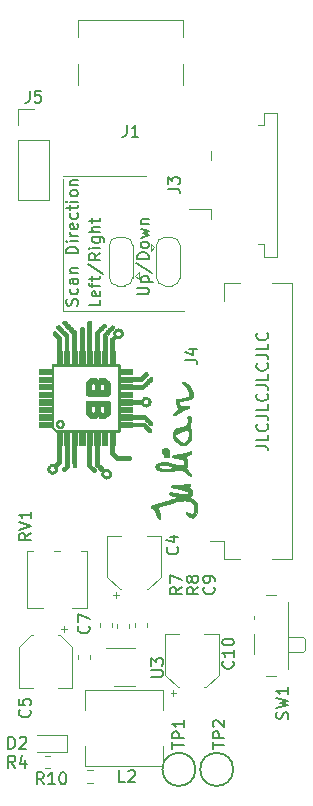
<source format=gbr>
G04 #@! TF.GenerationSoftware,KiCad,Pcbnew,5.1.9+dfsg1-1~bpo10+1*
G04 #@! TF.CreationDate,2021-04-26T12:45:50+00:00*
G04 #@! TF.ProjectId,rgb_lcd_pihat,7267625f-6c63-4645-9f70-696861742e6b,rev?*
G04 #@! TF.SameCoordinates,Original*
G04 #@! TF.FileFunction,Legend,Top*
G04 #@! TF.FilePolarity,Positive*
%FSLAX46Y46*%
G04 Gerber Fmt 4.6, Leading zero omitted, Abs format (unit mm)*
G04 Created by KiCad (PCBNEW 5.1.9+dfsg1-1~bpo10+1) date 2021-04-26 12:45:50*
%MOMM*%
%LPD*%
G01*
G04 APERTURE LIST*
%ADD10C,0.150000*%
%ADD11C,0.120000*%
%ADD12C,0.010000*%
%ADD13C,2.000000*%
%ADD14C,0.100000*%
%ADD15R,1.500000X1.000000*%
%ADD16R,0.600000X1.160000*%
%ADD17C,0.600000*%
%ADD18R,0.300000X1.160000*%
%ADD19O,0.900000X1.700000*%
%ADD20O,0.900000X2.000000*%
%ADD21C,3.200000*%
%ADD22R,1.700000X1.700000*%
%ADD23O,1.700000X1.700000*%
%ADD24R,1.500000X2.400000*%
%ADD25R,2.000000X0.610000*%
%ADD26R,3.600000X2.680000*%
%ADD27R,2.200000X1.800000*%
%ADD28R,1.300000X0.300000*%
%ADD29R,1.300000X2.000000*%
%ADD30R,2.000000X2.000000*%
%ADD31C,0.900000*%
%ADD32R,1.500000X0.700000*%
%ADD33R,0.800000X1.000000*%
%ADD34R,1.560000X0.650000*%
G04 APERTURE END LIST*
D10*
X66952380Y-70619047D02*
X67666666Y-70619047D01*
X67809523Y-70666666D01*
X67904761Y-70761904D01*
X67952380Y-70904761D01*
X67952380Y-71000000D01*
X67952380Y-69666666D02*
X67952380Y-70142857D01*
X66952380Y-70142857D01*
X67857142Y-68761904D02*
X67904761Y-68809523D01*
X67952380Y-68952380D01*
X67952380Y-69047619D01*
X67904761Y-69190476D01*
X67809523Y-69285714D01*
X67714285Y-69333333D01*
X67523809Y-69380952D01*
X67380952Y-69380952D01*
X67190476Y-69333333D01*
X67095238Y-69285714D01*
X67000000Y-69190476D01*
X66952380Y-69047619D01*
X66952380Y-68952380D01*
X67000000Y-68809523D01*
X67047619Y-68761904D01*
X66952380Y-68047619D02*
X67666666Y-68047619D01*
X67809523Y-68095238D01*
X67904761Y-68190476D01*
X67952380Y-68333333D01*
X67952380Y-68428571D01*
X67952380Y-67095238D02*
X67952380Y-67571428D01*
X66952380Y-67571428D01*
X67857142Y-66190476D02*
X67904761Y-66238095D01*
X67952380Y-66380952D01*
X67952380Y-66476190D01*
X67904761Y-66619047D01*
X67809523Y-66714285D01*
X67714285Y-66761904D01*
X67523809Y-66809523D01*
X67380952Y-66809523D01*
X67190476Y-66761904D01*
X67095238Y-66714285D01*
X67000000Y-66619047D01*
X66952380Y-66476190D01*
X66952380Y-66380952D01*
X67000000Y-66238095D01*
X67047619Y-66190476D01*
X66952380Y-65476190D02*
X67666666Y-65476190D01*
X67809523Y-65523809D01*
X67904761Y-65619047D01*
X67952380Y-65761904D01*
X67952380Y-65857142D01*
X67952380Y-64523809D02*
X67952380Y-65000000D01*
X66952380Y-65000000D01*
X67857142Y-63619047D02*
X67904761Y-63666666D01*
X67952380Y-63809523D01*
X67952380Y-63904761D01*
X67904761Y-64047619D01*
X67809523Y-64142857D01*
X67714285Y-64190476D01*
X67523809Y-64238095D01*
X67380952Y-64238095D01*
X67190476Y-64190476D01*
X67095238Y-64142857D01*
X67000000Y-64047619D01*
X66952380Y-63904761D01*
X66952380Y-63809523D01*
X67000000Y-63666666D01*
X67047619Y-63619047D01*
X66952380Y-62904761D02*
X67666666Y-62904761D01*
X67809523Y-62952380D01*
X67904761Y-63047619D01*
X67952380Y-63190476D01*
X67952380Y-63285714D01*
X67952380Y-61952380D02*
X67952380Y-62428571D01*
X66952380Y-62428571D01*
X67857142Y-61047619D02*
X67904761Y-61095238D01*
X67952380Y-61238095D01*
X67952380Y-61333333D01*
X67904761Y-61476190D01*
X67809523Y-61571428D01*
X67714285Y-61619047D01*
X67523809Y-61666666D01*
X67380952Y-61666666D01*
X67190476Y-61619047D01*
X67095238Y-61571428D01*
X67000000Y-61476190D01*
X66952380Y-61333333D01*
X66952380Y-61238095D01*
X67000000Y-61095238D01*
X67047619Y-61047619D01*
D11*
X50600000Y-59200000D02*
X60800000Y-59200000D01*
X50600000Y-48000000D02*
X50600000Y-59200000D01*
X50600000Y-47800000D02*
X57600000Y-47800000D01*
D10*
X51804761Y-58733333D02*
X51852380Y-58590476D01*
X51852380Y-58352380D01*
X51804761Y-58257142D01*
X51757142Y-58209523D01*
X51661904Y-58161904D01*
X51566666Y-58161904D01*
X51471428Y-58209523D01*
X51423809Y-58257142D01*
X51376190Y-58352380D01*
X51328571Y-58542857D01*
X51280952Y-58638095D01*
X51233333Y-58685714D01*
X51138095Y-58733333D01*
X51042857Y-58733333D01*
X50947619Y-58685714D01*
X50900000Y-58638095D01*
X50852380Y-58542857D01*
X50852380Y-58304761D01*
X50900000Y-58161904D01*
X51804761Y-57304761D02*
X51852380Y-57400000D01*
X51852380Y-57590476D01*
X51804761Y-57685714D01*
X51757142Y-57733333D01*
X51661904Y-57780952D01*
X51376190Y-57780952D01*
X51280952Y-57733333D01*
X51233333Y-57685714D01*
X51185714Y-57590476D01*
X51185714Y-57400000D01*
X51233333Y-57304761D01*
X51852380Y-56447619D02*
X51328571Y-56447619D01*
X51233333Y-56495238D01*
X51185714Y-56590476D01*
X51185714Y-56780952D01*
X51233333Y-56876190D01*
X51804761Y-56447619D02*
X51852380Y-56542857D01*
X51852380Y-56780952D01*
X51804761Y-56876190D01*
X51709523Y-56923809D01*
X51614285Y-56923809D01*
X51519047Y-56876190D01*
X51471428Y-56780952D01*
X51471428Y-56542857D01*
X51423809Y-56447619D01*
X51185714Y-55971428D02*
X51852380Y-55971428D01*
X51280952Y-55971428D02*
X51233333Y-55923809D01*
X51185714Y-55828571D01*
X51185714Y-55685714D01*
X51233333Y-55590476D01*
X51328571Y-55542857D01*
X51852380Y-55542857D01*
X51852380Y-54304761D02*
X50852380Y-54304761D01*
X50852380Y-54066666D01*
X50900000Y-53923809D01*
X50995238Y-53828571D01*
X51090476Y-53780952D01*
X51280952Y-53733333D01*
X51423809Y-53733333D01*
X51614285Y-53780952D01*
X51709523Y-53828571D01*
X51804761Y-53923809D01*
X51852380Y-54066666D01*
X51852380Y-54304761D01*
X51852380Y-53304761D02*
X51185714Y-53304761D01*
X50852380Y-53304761D02*
X50900000Y-53352380D01*
X50947619Y-53304761D01*
X50900000Y-53257142D01*
X50852380Y-53304761D01*
X50947619Y-53304761D01*
X51852380Y-52828571D02*
X51185714Y-52828571D01*
X51376190Y-52828571D02*
X51280952Y-52780952D01*
X51233333Y-52733333D01*
X51185714Y-52638095D01*
X51185714Y-52542857D01*
X51804761Y-51828571D02*
X51852380Y-51923809D01*
X51852380Y-52114285D01*
X51804761Y-52209523D01*
X51709523Y-52257142D01*
X51328571Y-52257142D01*
X51233333Y-52209523D01*
X51185714Y-52114285D01*
X51185714Y-51923809D01*
X51233333Y-51828571D01*
X51328571Y-51780952D01*
X51423809Y-51780952D01*
X51519047Y-52257142D01*
X51804761Y-50923809D02*
X51852380Y-51019047D01*
X51852380Y-51209523D01*
X51804761Y-51304761D01*
X51757142Y-51352380D01*
X51661904Y-51400000D01*
X51376190Y-51400000D01*
X51280952Y-51352380D01*
X51233333Y-51304761D01*
X51185714Y-51209523D01*
X51185714Y-51019047D01*
X51233333Y-50923809D01*
X51185714Y-50638095D02*
X51185714Y-50257142D01*
X50852380Y-50495238D02*
X51709523Y-50495238D01*
X51804761Y-50447619D01*
X51852380Y-50352380D01*
X51852380Y-50257142D01*
X51852380Y-49923809D02*
X51185714Y-49923809D01*
X50852380Y-49923809D02*
X50900000Y-49971428D01*
X50947619Y-49923809D01*
X50900000Y-49876190D01*
X50852380Y-49923809D01*
X50947619Y-49923809D01*
X51852380Y-49304761D02*
X51804761Y-49400000D01*
X51757142Y-49447619D01*
X51661904Y-49495238D01*
X51376190Y-49495238D01*
X51280952Y-49447619D01*
X51233333Y-49400000D01*
X51185714Y-49304761D01*
X51185714Y-49161904D01*
X51233333Y-49066666D01*
X51280952Y-49019047D01*
X51376190Y-48971428D01*
X51661904Y-48971428D01*
X51757142Y-49019047D01*
X51804761Y-49066666D01*
X51852380Y-49161904D01*
X51852380Y-49304761D01*
X51185714Y-48542857D02*
X51852380Y-48542857D01*
X51280952Y-48542857D02*
X51233333Y-48495238D01*
X51185714Y-48400000D01*
X51185714Y-48257142D01*
X51233333Y-48161904D01*
X51328571Y-48114285D01*
X51852380Y-48114285D01*
X56852380Y-57790476D02*
X57661904Y-57790476D01*
X57757142Y-57742857D01*
X57804761Y-57695238D01*
X57852380Y-57600000D01*
X57852380Y-57409523D01*
X57804761Y-57314285D01*
X57757142Y-57266666D01*
X57661904Y-57219047D01*
X56852380Y-57219047D01*
X57185714Y-56742857D02*
X58185714Y-56742857D01*
X57233333Y-56742857D02*
X57185714Y-56647619D01*
X57185714Y-56457142D01*
X57233333Y-56361904D01*
X57280952Y-56314285D01*
X57376190Y-56266666D01*
X57661904Y-56266666D01*
X57757142Y-56314285D01*
X57804761Y-56361904D01*
X57852380Y-56457142D01*
X57852380Y-56647619D01*
X57804761Y-56742857D01*
X56804761Y-55123809D02*
X58090476Y-55980952D01*
X57852380Y-54790476D02*
X56852380Y-54790476D01*
X56852380Y-54552380D01*
X56900000Y-54409523D01*
X56995238Y-54314285D01*
X57090476Y-54266666D01*
X57280952Y-54219047D01*
X57423809Y-54219047D01*
X57614285Y-54266666D01*
X57709523Y-54314285D01*
X57804761Y-54409523D01*
X57852380Y-54552380D01*
X57852380Y-54790476D01*
X57852380Y-53647619D02*
X57804761Y-53742857D01*
X57757142Y-53790476D01*
X57661904Y-53838095D01*
X57376190Y-53838095D01*
X57280952Y-53790476D01*
X57233333Y-53742857D01*
X57185714Y-53647619D01*
X57185714Y-53504761D01*
X57233333Y-53409523D01*
X57280952Y-53361904D01*
X57376190Y-53314285D01*
X57661904Y-53314285D01*
X57757142Y-53361904D01*
X57804761Y-53409523D01*
X57852380Y-53504761D01*
X57852380Y-53647619D01*
X57185714Y-52980952D02*
X57852380Y-52790476D01*
X57376190Y-52600000D01*
X57852380Y-52409523D01*
X57185714Y-52219047D01*
X57185714Y-51838095D02*
X57852380Y-51838095D01*
X57280952Y-51838095D02*
X57233333Y-51790476D01*
X57185714Y-51695238D01*
X57185714Y-51552380D01*
X57233333Y-51457142D01*
X57328571Y-51409523D01*
X57852380Y-51409523D01*
X53752380Y-58242857D02*
X53752380Y-58719047D01*
X52752380Y-58719047D01*
X53704761Y-57528571D02*
X53752380Y-57623809D01*
X53752380Y-57814285D01*
X53704761Y-57909523D01*
X53609523Y-57957142D01*
X53228571Y-57957142D01*
X53133333Y-57909523D01*
X53085714Y-57814285D01*
X53085714Y-57623809D01*
X53133333Y-57528571D01*
X53228571Y-57480952D01*
X53323809Y-57480952D01*
X53419047Y-57957142D01*
X53085714Y-57195238D02*
X53085714Y-56814285D01*
X53752380Y-57052380D02*
X52895238Y-57052380D01*
X52800000Y-57004761D01*
X52752380Y-56909523D01*
X52752380Y-56814285D01*
X53085714Y-56623809D02*
X53085714Y-56242857D01*
X52752380Y-56480952D02*
X53609523Y-56480952D01*
X53704761Y-56433333D01*
X53752380Y-56338095D01*
X53752380Y-56242857D01*
X52704761Y-55195238D02*
X53990476Y-56052380D01*
X53752380Y-54290476D02*
X53276190Y-54623809D01*
X53752380Y-54861904D02*
X52752380Y-54861904D01*
X52752380Y-54480952D01*
X52800000Y-54385714D01*
X52847619Y-54338095D01*
X52942857Y-54290476D01*
X53085714Y-54290476D01*
X53180952Y-54338095D01*
X53228571Y-54385714D01*
X53276190Y-54480952D01*
X53276190Y-54861904D01*
X53752380Y-53861904D02*
X53085714Y-53861904D01*
X52752380Y-53861904D02*
X52800000Y-53909523D01*
X52847619Y-53861904D01*
X52800000Y-53814285D01*
X52752380Y-53861904D01*
X52847619Y-53861904D01*
X53085714Y-52957142D02*
X53895238Y-52957142D01*
X53990476Y-53004761D01*
X54038095Y-53052380D01*
X54085714Y-53147619D01*
X54085714Y-53290476D01*
X54038095Y-53385714D01*
X53704761Y-52957142D02*
X53752380Y-53052380D01*
X53752380Y-53242857D01*
X53704761Y-53338095D01*
X53657142Y-53385714D01*
X53561904Y-53433333D01*
X53276190Y-53433333D01*
X53180952Y-53385714D01*
X53133333Y-53338095D01*
X53085714Y-53242857D01*
X53085714Y-53052380D01*
X53133333Y-52957142D01*
X53752380Y-52480952D02*
X52752380Y-52480952D01*
X53752380Y-52052380D02*
X53228571Y-52052380D01*
X53133333Y-52100000D01*
X53085714Y-52195238D01*
X53085714Y-52338095D01*
X53133333Y-52433333D01*
X53180952Y-52480952D01*
X53085714Y-51719047D02*
X53085714Y-51338095D01*
X52752380Y-51576190D02*
X53609523Y-51576190D01*
X53704761Y-51528571D01*
X53752380Y-51433333D01*
X53752380Y-51338095D01*
D12*
G36*
X58962788Y-70949642D02*
G01*
X58992184Y-70903134D01*
X59037482Y-70874532D01*
X59159069Y-70829763D01*
X59287351Y-70811434D01*
X59398345Y-70822482D01*
X59415675Y-70828212D01*
X59488730Y-70884136D01*
X59546796Y-70982387D01*
X59586452Y-71110047D01*
X59604277Y-71254195D01*
X59596850Y-71401914D01*
X59584467Y-71465666D01*
X59551921Y-71541773D01*
X59493253Y-71581164D01*
X59395095Y-71592660D01*
X59391932Y-71592666D01*
X59282684Y-71577767D01*
X59190554Y-71525117D01*
X59179481Y-71516034D01*
X59097192Y-71420936D01*
X59025440Y-71292419D01*
X58974784Y-71153509D01*
X58955778Y-71028142D01*
X58962788Y-70949642D01*
G37*
X58962788Y-70949642D02*
X58992184Y-70903134D01*
X59037482Y-70874532D01*
X59159069Y-70829763D01*
X59287351Y-70811434D01*
X59398345Y-70822482D01*
X59415675Y-70828212D01*
X59488730Y-70884136D01*
X59546796Y-70982387D01*
X59586452Y-71110047D01*
X59604277Y-71254195D01*
X59596850Y-71401914D01*
X59584467Y-71465666D01*
X59551921Y-71541773D01*
X59493253Y-71581164D01*
X59395095Y-71592660D01*
X59391932Y-71592666D01*
X59282684Y-71577767D01*
X59190554Y-71525117D01*
X59179481Y-71516034D01*
X59097192Y-71420936D01*
X59025440Y-71292419D01*
X58974784Y-71153509D01*
X58955778Y-71028142D01*
X58962788Y-70949642D01*
G36*
X59907841Y-69509454D02*
G01*
X59929445Y-69459244D01*
X59967089Y-69373372D01*
X59992686Y-69308144D01*
X60000000Y-69281982D01*
X60026789Y-69231729D01*
X60102370Y-69177384D01*
X60219563Y-69122154D01*
X60371191Y-69069245D01*
X60550073Y-69021864D01*
X60613080Y-69008149D01*
X60776319Y-68971635D01*
X60894598Y-68934639D01*
X60978831Y-68888680D01*
X61039932Y-68825276D01*
X61088816Y-68735945D01*
X61136396Y-68612204D01*
X61141559Y-68597450D01*
X61175676Y-68479262D01*
X61180223Y-68392562D01*
X61154374Y-68320260D01*
X61126188Y-68279532D01*
X61089732Y-68218099D01*
X61080553Y-68169714D01*
X61081429Y-68166850D01*
X61120195Y-68133546D01*
X61193826Y-68110899D01*
X61281084Y-68103366D01*
X61346441Y-68111221D01*
X61417367Y-68129022D01*
X61401458Y-68400344D01*
X61391102Y-68542863D01*
X61377345Y-68686624D01*
X61362635Y-68807079D01*
X61357741Y-68839026D01*
X61344106Y-68952832D01*
X61349379Y-69036444D01*
X61370523Y-69103528D01*
X61388663Y-69168794D01*
X61401097Y-69267973D01*
X61408375Y-69408192D01*
X61411051Y-69596578D01*
X61411089Y-69627613D01*
X61410248Y-69797376D01*
X61406947Y-69921785D01*
X61399988Y-70011917D01*
X61388172Y-70078850D01*
X61370300Y-70133660D01*
X61351988Y-70173909D01*
X61249429Y-70322098D01*
X61101204Y-70451741D01*
X60982466Y-70522932D01*
X60863634Y-70562262D01*
X60769079Y-70560993D01*
X60769079Y-70350889D01*
X60821148Y-70329201D01*
X60894184Y-70271347D01*
X60977869Y-70188141D01*
X61061886Y-70090397D01*
X61135915Y-69988929D01*
X61173002Y-69927555D01*
X61209947Y-69850222D01*
X61229805Y-69775919D01*
X61236407Y-69683395D01*
X61234813Y-69584709D01*
X61226779Y-69459418D01*
X61210843Y-69376434D01*
X61183916Y-69321824D01*
X61173825Y-69309542D01*
X61129107Y-69272629D01*
X61072589Y-69255426D01*
X60994052Y-69258267D01*
X60883274Y-69281483D01*
X60735234Y-69323821D01*
X60515466Y-69399850D01*
X60339169Y-69479872D01*
X60208999Y-69561923D01*
X60127610Y-69644038D01*
X60097658Y-69724253D01*
X60112040Y-69784858D01*
X60149534Y-69833567D01*
X60218613Y-69905087D01*
X60309611Y-69991090D01*
X60412862Y-70083248D01*
X60518699Y-70173234D01*
X60617455Y-70252721D01*
X60699466Y-70313381D01*
X60755063Y-70346887D01*
X60769079Y-70350889D01*
X60769079Y-70560993D01*
X60736074Y-70560550D01*
X60594533Y-70516118D01*
X60433756Y-70427285D01*
X60248492Y-70292371D01*
X60239889Y-70285506D01*
X60110291Y-70175306D01*
X60017784Y-70079213D01*
X59950342Y-69983522D01*
X59913492Y-69913444D01*
X59869110Y-69781908D01*
X59867034Y-69652747D01*
X59907841Y-69509454D01*
G37*
X59907841Y-69509454D02*
X59929445Y-69459244D01*
X59967089Y-69373372D01*
X59992686Y-69308144D01*
X60000000Y-69281982D01*
X60026789Y-69231729D01*
X60102370Y-69177384D01*
X60219563Y-69122154D01*
X60371191Y-69069245D01*
X60550073Y-69021864D01*
X60613080Y-69008149D01*
X60776319Y-68971635D01*
X60894598Y-68934639D01*
X60978831Y-68888680D01*
X61039932Y-68825276D01*
X61088816Y-68735945D01*
X61136396Y-68612204D01*
X61141559Y-68597450D01*
X61175676Y-68479262D01*
X61180223Y-68392562D01*
X61154374Y-68320260D01*
X61126188Y-68279532D01*
X61089732Y-68218099D01*
X61080553Y-68169714D01*
X61081429Y-68166850D01*
X61120195Y-68133546D01*
X61193826Y-68110899D01*
X61281084Y-68103366D01*
X61346441Y-68111221D01*
X61417367Y-68129022D01*
X61401458Y-68400344D01*
X61391102Y-68542863D01*
X61377345Y-68686624D01*
X61362635Y-68807079D01*
X61357741Y-68839026D01*
X61344106Y-68952832D01*
X61349379Y-69036444D01*
X61370523Y-69103528D01*
X61388663Y-69168794D01*
X61401097Y-69267973D01*
X61408375Y-69408192D01*
X61411051Y-69596578D01*
X61411089Y-69627613D01*
X61410248Y-69797376D01*
X61406947Y-69921785D01*
X61399988Y-70011917D01*
X61388172Y-70078850D01*
X61370300Y-70133660D01*
X61351988Y-70173909D01*
X61249429Y-70322098D01*
X61101204Y-70451741D01*
X60982466Y-70522932D01*
X60863634Y-70562262D01*
X60769079Y-70560993D01*
X60769079Y-70350889D01*
X60821148Y-70329201D01*
X60894184Y-70271347D01*
X60977869Y-70188141D01*
X61061886Y-70090397D01*
X61135915Y-69988929D01*
X61173002Y-69927555D01*
X61209947Y-69850222D01*
X61229805Y-69775919D01*
X61236407Y-69683395D01*
X61234813Y-69584709D01*
X61226779Y-69459418D01*
X61210843Y-69376434D01*
X61183916Y-69321824D01*
X61173825Y-69309542D01*
X61129107Y-69272629D01*
X61072589Y-69255426D01*
X60994052Y-69258267D01*
X60883274Y-69281483D01*
X60735234Y-69323821D01*
X60515466Y-69399850D01*
X60339169Y-69479872D01*
X60208999Y-69561923D01*
X60127610Y-69644038D01*
X60097658Y-69724253D01*
X60112040Y-69784858D01*
X60149534Y-69833567D01*
X60218613Y-69905087D01*
X60309611Y-69991090D01*
X60412862Y-70083248D01*
X60518699Y-70173234D01*
X60617455Y-70252721D01*
X60699466Y-70313381D01*
X60755063Y-70346887D01*
X60769079Y-70350889D01*
X60769079Y-70560993D01*
X60736074Y-70560550D01*
X60594533Y-70516118D01*
X60433756Y-70427285D01*
X60248492Y-70292371D01*
X60239889Y-70285506D01*
X60110291Y-70175306D01*
X60017784Y-70079213D01*
X59950342Y-69983522D01*
X59913492Y-69913444D01*
X59869110Y-69781908D01*
X59867034Y-69652747D01*
X59907841Y-69509454D01*
G36*
X58428092Y-72264991D02*
G01*
X58458217Y-72173700D01*
X58516706Y-72106779D01*
X58610333Y-72059374D01*
X58745873Y-72026632D01*
X58930101Y-72003701D01*
X58955778Y-72001380D01*
X59167517Y-71997108D01*
X59402968Y-72015768D01*
X59635753Y-72054279D01*
X59816958Y-72101981D01*
X60005024Y-72155026D01*
X60207975Y-72198532D01*
X60404473Y-72228658D01*
X60573179Y-72241564D01*
X60593549Y-72241777D01*
X60716595Y-72230038D01*
X60794800Y-72190202D01*
X60835647Y-72115347D01*
X60846667Y-72007549D01*
X60824738Y-71899347D01*
X60757527Y-71809259D01*
X60642899Y-71736131D01*
X60478720Y-71678812D01*
X60262853Y-71636148D01*
X60127000Y-71619111D01*
X59977451Y-71597828D01*
X59877793Y-71569522D01*
X59821629Y-71531360D01*
X59802560Y-71480507D01*
X59802445Y-71475376D01*
X59821123Y-71445664D01*
X59879961Y-71417740D01*
X59983167Y-71390455D01*
X60134945Y-71362660D01*
X60306755Y-71337576D01*
X60590322Y-71289932D01*
X60855127Y-71227471D01*
X60987778Y-71187504D01*
X61160202Y-71132120D01*
X61286668Y-71096541D01*
X61373894Y-71080288D01*
X61428595Y-71082881D01*
X61457490Y-71103842D01*
X61467294Y-71142692D01*
X61467556Y-71153300D01*
X61441357Y-71226480D01*
X61389945Y-71276615D01*
X61313767Y-71324998D01*
X61221026Y-71377202D01*
X61197557Y-71389363D01*
X61108748Y-71437612D01*
X61055297Y-71482142D01*
X61032592Y-71536576D01*
X61036025Y-71614539D01*
X61060984Y-71729653D01*
X61070098Y-71766037D01*
X61107763Y-71932791D01*
X61124116Y-72060805D01*
X61118852Y-72163731D01*
X61091661Y-72255220D01*
X61057553Y-72323046D01*
X60986896Y-72446648D01*
X61108494Y-72577046D01*
X61209390Y-72696964D01*
X61293887Y-72819766D01*
X61357716Y-72936423D01*
X61396607Y-73037905D01*
X61406292Y-73115181D01*
X61383461Y-73158647D01*
X61347641Y-73151500D01*
X61281794Y-73114786D01*
X61197640Y-73056921D01*
X61106902Y-72986323D01*
X61021301Y-72911410D01*
X60974541Y-72864998D01*
X60837686Y-72744044D01*
X60694314Y-72671540D01*
X60527914Y-72640386D01*
X60446530Y-72637926D01*
X60304649Y-72645205D01*
X60149247Y-72662997D01*
X60042334Y-72681755D01*
X59938593Y-72699990D01*
X59796136Y-72719267D01*
X59632601Y-72737458D01*
X59465626Y-72752436D01*
X59441004Y-72754301D01*
X59256207Y-72763345D01*
X59256207Y-72537241D01*
X59308556Y-72537201D01*
X59504184Y-72534652D01*
X59649695Y-72526936D01*
X59751299Y-72512514D01*
X59815207Y-72489848D01*
X59847629Y-72457398D01*
X59854774Y-72413625D01*
X59853546Y-72402146D01*
X59837125Y-72364860D01*
X59792572Y-72331816D01*
X59709188Y-72296419D01*
X59647223Y-72274991D01*
X59473876Y-72230449D01*
X59267585Y-72202587D01*
X59138017Y-72193702D01*
X59000917Y-72187422D01*
X58907715Y-72186175D01*
X58845963Y-72191650D01*
X58803214Y-72205535D01*
X58767021Y-72229517D01*
X58746345Y-72246808D01*
X58689962Y-72319214D01*
X58689643Y-72389740D01*
X58745008Y-72456512D01*
X58795500Y-72489031D01*
X58840967Y-72508803D01*
X58899667Y-72522561D01*
X58981704Y-72531254D01*
X59097182Y-72535831D01*
X59256207Y-72537241D01*
X59256207Y-72763345D01*
X59200512Y-72766071D01*
X59003026Y-72761075D01*
X58837155Y-72737615D01*
X58691506Y-72693991D01*
X58554689Y-72628502D01*
X58539500Y-72619780D01*
X58472311Y-72578209D01*
X58436516Y-72541126D01*
X58422230Y-72489218D01*
X58419564Y-72403177D01*
X58419556Y-72385505D01*
X58428092Y-72264991D01*
G37*
X58428092Y-72264991D02*
X58458217Y-72173700D01*
X58516706Y-72106779D01*
X58610333Y-72059374D01*
X58745873Y-72026632D01*
X58930101Y-72003701D01*
X58955778Y-72001380D01*
X59167517Y-71997108D01*
X59402968Y-72015768D01*
X59635753Y-72054279D01*
X59816958Y-72101981D01*
X60005024Y-72155026D01*
X60207975Y-72198532D01*
X60404473Y-72228658D01*
X60573179Y-72241564D01*
X60593549Y-72241777D01*
X60716595Y-72230038D01*
X60794800Y-72190202D01*
X60835647Y-72115347D01*
X60846667Y-72007549D01*
X60824738Y-71899347D01*
X60757527Y-71809259D01*
X60642899Y-71736131D01*
X60478720Y-71678812D01*
X60262853Y-71636148D01*
X60127000Y-71619111D01*
X59977451Y-71597828D01*
X59877793Y-71569522D01*
X59821629Y-71531360D01*
X59802560Y-71480507D01*
X59802445Y-71475376D01*
X59821123Y-71445664D01*
X59879961Y-71417740D01*
X59983167Y-71390455D01*
X60134945Y-71362660D01*
X60306755Y-71337576D01*
X60590322Y-71289932D01*
X60855127Y-71227471D01*
X60987778Y-71187504D01*
X61160202Y-71132120D01*
X61286668Y-71096541D01*
X61373894Y-71080288D01*
X61428595Y-71082881D01*
X61457490Y-71103842D01*
X61467294Y-71142692D01*
X61467556Y-71153300D01*
X61441357Y-71226480D01*
X61389945Y-71276615D01*
X61313767Y-71324998D01*
X61221026Y-71377202D01*
X61197557Y-71389363D01*
X61108748Y-71437612D01*
X61055297Y-71482142D01*
X61032592Y-71536576D01*
X61036025Y-71614539D01*
X61060984Y-71729653D01*
X61070098Y-71766037D01*
X61107763Y-71932791D01*
X61124116Y-72060805D01*
X61118852Y-72163731D01*
X61091661Y-72255220D01*
X61057553Y-72323046D01*
X60986896Y-72446648D01*
X61108494Y-72577046D01*
X61209390Y-72696964D01*
X61293887Y-72819766D01*
X61357716Y-72936423D01*
X61396607Y-73037905D01*
X61406292Y-73115181D01*
X61383461Y-73158647D01*
X61347641Y-73151500D01*
X61281794Y-73114786D01*
X61197640Y-73056921D01*
X61106902Y-72986323D01*
X61021301Y-72911410D01*
X60974541Y-72864998D01*
X60837686Y-72744044D01*
X60694314Y-72671540D01*
X60527914Y-72640386D01*
X60446530Y-72637926D01*
X60304649Y-72645205D01*
X60149247Y-72662997D01*
X60042334Y-72681755D01*
X59938593Y-72699990D01*
X59796136Y-72719267D01*
X59632601Y-72737458D01*
X59465626Y-72752436D01*
X59441004Y-72754301D01*
X59256207Y-72763345D01*
X59256207Y-72537241D01*
X59308556Y-72537201D01*
X59504184Y-72534652D01*
X59649695Y-72526936D01*
X59751299Y-72512514D01*
X59815207Y-72489848D01*
X59847629Y-72457398D01*
X59854774Y-72413625D01*
X59853546Y-72402146D01*
X59837125Y-72364860D01*
X59792572Y-72331816D01*
X59709188Y-72296419D01*
X59647223Y-72274991D01*
X59473876Y-72230449D01*
X59267585Y-72202587D01*
X59138017Y-72193702D01*
X59000917Y-72187422D01*
X58907715Y-72186175D01*
X58845963Y-72191650D01*
X58803214Y-72205535D01*
X58767021Y-72229517D01*
X58746345Y-72246808D01*
X58689962Y-72319214D01*
X58689643Y-72389740D01*
X58745008Y-72456512D01*
X58795500Y-72489031D01*
X58840967Y-72508803D01*
X58899667Y-72522561D01*
X58981704Y-72531254D01*
X59097182Y-72535831D01*
X59256207Y-72537241D01*
X59256207Y-72763345D01*
X59200512Y-72766071D01*
X59003026Y-72761075D01*
X58837155Y-72737615D01*
X58691506Y-72693991D01*
X58554689Y-72628502D01*
X58539500Y-72619780D01*
X58472311Y-72578209D01*
X58436516Y-72541126D01*
X58422230Y-72489218D01*
X58419564Y-72403177D01*
X58419556Y-72385505D01*
X58428092Y-72264991D01*
G36*
X59933025Y-67919122D02*
G01*
X59978086Y-67829011D01*
X60061914Y-67730086D01*
X60155256Y-67648759D01*
X60241114Y-67577683D01*
X60290236Y-67517008D01*
X60305645Y-67451859D01*
X60290364Y-67367359D01*
X60247417Y-67248634D01*
X60240244Y-67230622D01*
X60179280Y-67014382D01*
X60162633Y-66847408D01*
X60155223Y-66639666D01*
X60282223Y-66632383D01*
X60405958Y-66620668D01*
X60560889Y-66599416D01*
X60727206Y-66571996D01*
X60885100Y-66541777D01*
X61014764Y-66512129D01*
X61055308Y-66500878D01*
X61177051Y-66452832D01*
X61257051Y-66390889D01*
X61296407Y-66309247D01*
X61296222Y-66202104D01*
X61257596Y-66063658D01*
X61181630Y-65888106D01*
X61174425Y-65873214D01*
X61103316Y-65736214D01*
X61036283Y-65632671D01*
X60958672Y-65542794D01*
X60863981Y-65453973D01*
X60757016Y-65349448D01*
X60695448Y-65266630D01*
X60679285Y-65208021D01*
X60708537Y-65176126D01*
X60783212Y-65173451D01*
X60863040Y-65190448D01*
X60978888Y-65245926D01*
X61103122Y-65345672D01*
X61227758Y-65479933D01*
X61344808Y-65638958D01*
X61446290Y-65812997D01*
X61524217Y-65992297D01*
X61527630Y-66002029D01*
X61561187Y-66130184D01*
X61578377Y-66263746D01*
X61579107Y-66387865D01*
X61563284Y-66487692D01*
X61531056Y-66548160D01*
X61421458Y-66620062D01*
X61269108Y-66682797D01*
X61087500Y-66731897D01*
X60890131Y-66762896D01*
X60878946Y-66764001D01*
X60679589Y-66789208D01*
X60534196Y-66822715D01*
X60440649Y-66866445D01*
X60396827Y-66922321D01*
X60400613Y-66992265D01*
X60449888Y-67078201D01*
X60485187Y-67121293D01*
X60575263Y-67223884D01*
X60898351Y-67213997D01*
X61042015Y-67210782D01*
X61139317Y-67212206D01*
X61200222Y-67219251D01*
X61234694Y-67232900D01*
X61249560Y-67248631D01*
X61259407Y-67310710D01*
X61221860Y-67377068D01*
X61144507Y-67439218D01*
X61034935Y-67488675D01*
X61034918Y-67488681D01*
X60938092Y-67522694D01*
X60844642Y-67561626D01*
X60743869Y-67610973D01*
X60625074Y-67676232D01*
X60477559Y-67762899D01*
X60345663Y-67842799D01*
X60224341Y-67915125D01*
X60118153Y-67975194D01*
X60037384Y-68017416D01*
X59992320Y-68036204D01*
X59988849Y-68036666D01*
X59945907Y-68013799D01*
X59932362Y-67991758D01*
X59933025Y-67919122D01*
G37*
X59933025Y-67919122D02*
X59978086Y-67829011D01*
X60061914Y-67730086D01*
X60155256Y-67648759D01*
X60241114Y-67577683D01*
X60290236Y-67517008D01*
X60305645Y-67451859D01*
X60290364Y-67367359D01*
X60247417Y-67248634D01*
X60240244Y-67230622D01*
X60179280Y-67014382D01*
X60162633Y-66847408D01*
X60155223Y-66639666D01*
X60282223Y-66632383D01*
X60405958Y-66620668D01*
X60560889Y-66599416D01*
X60727206Y-66571996D01*
X60885100Y-66541777D01*
X61014764Y-66512129D01*
X61055308Y-66500878D01*
X61177051Y-66452832D01*
X61257051Y-66390889D01*
X61296407Y-66309247D01*
X61296222Y-66202104D01*
X61257596Y-66063658D01*
X61181630Y-65888106D01*
X61174425Y-65873214D01*
X61103316Y-65736214D01*
X61036283Y-65632671D01*
X60958672Y-65542794D01*
X60863981Y-65453973D01*
X60757016Y-65349448D01*
X60695448Y-65266630D01*
X60679285Y-65208021D01*
X60708537Y-65176126D01*
X60783212Y-65173451D01*
X60863040Y-65190448D01*
X60978888Y-65245926D01*
X61103122Y-65345672D01*
X61227758Y-65479933D01*
X61344808Y-65638958D01*
X61446290Y-65812997D01*
X61524217Y-65992297D01*
X61527630Y-66002029D01*
X61561187Y-66130184D01*
X61578377Y-66263746D01*
X61579107Y-66387865D01*
X61563284Y-66487692D01*
X61531056Y-66548160D01*
X61421458Y-66620062D01*
X61269108Y-66682797D01*
X61087500Y-66731897D01*
X60890131Y-66762896D01*
X60878946Y-66764001D01*
X60679589Y-66789208D01*
X60534196Y-66822715D01*
X60440649Y-66866445D01*
X60396827Y-66922321D01*
X60400613Y-66992265D01*
X60449888Y-67078201D01*
X60485187Y-67121293D01*
X60575263Y-67223884D01*
X60898351Y-67213997D01*
X61042015Y-67210782D01*
X61139317Y-67212206D01*
X61200222Y-67219251D01*
X61234694Y-67232900D01*
X61249560Y-67248631D01*
X61259407Y-67310710D01*
X61221860Y-67377068D01*
X61144507Y-67439218D01*
X61034935Y-67488675D01*
X61034918Y-67488681D01*
X60938092Y-67522694D01*
X60844642Y-67561626D01*
X60743869Y-67610973D01*
X60625074Y-67676232D01*
X60477559Y-67762899D01*
X60345663Y-67842799D01*
X60224341Y-67915125D01*
X60118153Y-67975194D01*
X60037384Y-68017416D01*
X59992320Y-68036204D01*
X59988849Y-68036666D01*
X59945907Y-68013799D01*
X59932362Y-67991758D01*
X59933025Y-67919122D01*
G36*
X58029906Y-75788827D02*
G01*
X58048169Y-75722839D01*
X58097089Y-75671129D01*
X58151445Y-75637045D01*
X58255367Y-75591626D01*
X58369128Y-75559677D01*
X58391334Y-75555936D01*
X58463651Y-75541015D01*
X58577935Y-75511601D01*
X58725567Y-75470387D01*
X58897931Y-75420067D01*
X59086410Y-75363335D01*
X59282385Y-75302883D01*
X59477240Y-75241406D01*
X59662357Y-75181596D01*
X59829119Y-75126147D01*
X59968909Y-75077752D01*
X60073108Y-75039106D01*
X60133101Y-75012900D01*
X60138168Y-75009949D01*
X60167589Y-74971279D01*
X60146476Y-74930547D01*
X60080200Y-74893484D01*
X60009567Y-74872737D01*
X59843289Y-74833513D01*
X59725009Y-74798864D01*
X59646980Y-74764528D01*
X59601452Y-74726242D01*
X59580675Y-74679742D01*
X59576667Y-74634574D01*
X59601160Y-74581919D01*
X59663112Y-74548621D01*
X59745232Y-74540304D01*
X59816556Y-74556501D01*
X59888107Y-74580583D01*
X59978813Y-74601333D01*
X60096401Y-74619804D01*
X60248597Y-74637049D01*
X60443127Y-74654121D01*
X60640378Y-74668781D01*
X60836552Y-74681006D01*
X60983382Y-74685665D01*
X61087583Y-74681768D01*
X61155870Y-74668324D01*
X61194961Y-74644342D01*
X61211570Y-74608831D01*
X61213556Y-74584222D01*
X61209433Y-74554910D01*
X61192090Y-74528764D01*
X61154065Y-74501899D01*
X61087899Y-74470430D01*
X60986130Y-74430472D01*
X60841296Y-74378140D01*
X60768541Y-74352488D01*
X60600828Y-74294946D01*
X60465079Y-74252630D01*
X60340700Y-74220185D01*
X60207097Y-74192255D01*
X60043676Y-74163485D01*
X60038209Y-74162572D01*
X59912781Y-74139222D01*
X59832448Y-74116954D01*
X59786116Y-74091493D01*
X59762690Y-74058564D01*
X59761682Y-74056026D01*
X59765377Y-74000476D01*
X59787900Y-73965782D01*
X59813007Y-73950173D01*
X59858231Y-73937675D01*
X59930617Y-73927592D01*
X60037207Y-73919230D01*
X60185046Y-73911896D01*
X60381175Y-73904894D01*
X60416882Y-73903777D01*
X60597994Y-73896809D01*
X60764211Y-73887820D01*
X60905666Y-73877550D01*
X61012493Y-73866736D01*
X61074824Y-73856119D01*
X61081338Y-73853984D01*
X61165802Y-73830114D01*
X61233151Y-73822222D01*
X61305516Y-73822222D01*
X61267806Y-74204920D01*
X61392975Y-74293148D01*
X61495428Y-74392017D01*
X61543507Y-74505396D01*
X61537193Y-74632564D01*
X61476461Y-74772799D01*
X61410658Y-74867016D01*
X61327230Y-74972353D01*
X61514019Y-75081591D01*
X61672171Y-75190019D01*
X61804109Y-75311914D01*
X61900115Y-75436976D01*
X61946842Y-75540316D01*
X61967728Y-75669818D01*
X61972032Y-75833682D01*
X61960439Y-76012529D01*
X61933633Y-76186981D01*
X61922197Y-76237725D01*
X61861310Y-76424263D01*
X61782007Y-76560204D01*
X61682179Y-76648987D01*
X61663703Y-76659284D01*
X61565731Y-76683262D01*
X61448361Y-76672599D01*
X61324323Y-76633758D01*
X61206346Y-76573205D01*
X61107160Y-76497402D01*
X61039494Y-76412813D01*
X61016000Y-76330385D01*
X61025241Y-76267219D01*
X61044144Y-76235270D01*
X61080948Y-76238366D01*
X61155178Y-76261507D01*
X61253419Y-76300229D01*
X61297547Y-76319584D01*
X61414339Y-76369723D01*
X61493128Y-76395988D01*
X61545564Y-76401348D01*
X61578853Y-76391296D01*
X61633233Y-76334878D01*
X61669479Y-76232075D01*
X61688105Y-76080418D01*
X61689623Y-75877442D01*
X61689095Y-75861032D01*
X61679223Y-75574601D01*
X61570351Y-75463166D01*
X61467372Y-75373560D01*
X61352945Y-75308929D01*
X61216535Y-75266130D01*
X61047608Y-75242024D01*
X60835628Y-75233469D01*
X60799469Y-75233333D01*
X60658807Y-75235109D01*
X60532296Y-75241770D01*
X60410407Y-75255314D01*
X60283607Y-75277741D01*
X60142365Y-75311049D01*
X59977152Y-75357238D01*
X59778435Y-75418306D01*
X59536684Y-75496253D01*
X59520223Y-75501635D01*
X59352882Y-75555881D01*
X59190610Y-75607606D01*
X59046718Y-75652629D01*
X58934516Y-75686769D01*
X58885223Y-75701050D01*
X58781860Y-75731464D01*
X58709909Y-75762028D01*
X58666488Y-75801880D01*
X58648713Y-75860158D01*
X58653704Y-75946000D01*
X58678576Y-76068541D01*
X58718544Y-76229435D01*
X58763502Y-76406633D01*
X58795967Y-76537071D01*
X58817309Y-76628705D01*
X58828897Y-76689491D01*
X58832099Y-76727383D01*
X58828286Y-76750339D01*
X58818825Y-76766314D01*
X58812308Y-76774287D01*
X58781980Y-76796426D01*
X58739401Y-76787382D01*
X58695963Y-76764090D01*
X58643263Y-76727292D01*
X58600495Y-76679438D01*
X58562078Y-76610057D01*
X58522428Y-76508677D01*
X58475962Y-76364828D01*
X58466425Y-76333556D01*
X58396662Y-76149870D01*
X58313114Y-76017759D01*
X58212679Y-75933372D01*
X58114572Y-75896881D01*
X58051363Y-75877582D01*
X58028784Y-75843754D01*
X58029906Y-75788827D01*
G37*
X58029906Y-75788827D02*
X58048169Y-75722839D01*
X58097089Y-75671129D01*
X58151445Y-75637045D01*
X58255367Y-75591626D01*
X58369128Y-75559677D01*
X58391334Y-75555936D01*
X58463651Y-75541015D01*
X58577935Y-75511601D01*
X58725567Y-75470387D01*
X58897931Y-75420067D01*
X59086410Y-75363335D01*
X59282385Y-75302883D01*
X59477240Y-75241406D01*
X59662357Y-75181596D01*
X59829119Y-75126147D01*
X59968909Y-75077752D01*
X60073108Y-75039106D01*
X60133101Y-75012900D01*
X60138168Y-75009949D01*
X60167589Y-74971279D01*
X60146476Y-74930547D01*
X60080200Y-74893484D01*
X60009567Y-74872737D01*
X59843289Y-74833513D01*
X59725009Y-74798864D01*
X59646980Y-74764528D01*
X59601452Y-74726242D01*
X59580675Y-74679742D01*
X59576667Y-74634574D01*
X59601160Y-74581919D01*
X59663112Y-74548621D01*
X59745232Y-74540304D01*
X59816556Y-74556501D01*
X59888107Y-74580583D01*
X59978813Y-74601333D01*
X60096401Y-74619804D01*
X60248597Y-74637049D01*
X60443127Y-74654121D01*
X60640378Y-74668781D01*
X60836552Y-74681006D01*
X60983382Y-74685665D01*
X61087583Y-74681768D01*
X61155870Y-74668324D01*
X61194961Y-74644342D01*
X61211570Y-74608831D01*
X61213556Y-74584222D01*
X61209433Y-74554910D01*
X61192090Y-74528764D01*
X61154065Y-74501899D01*
X61087899Y-74470430D01*
X60986130Y-74430472D01*
X60841296Y-74378140D01*
X60768541Y-74352488D01*
X60600828Y-74294946D01*
X60465079Y-74252630D01*
X60340700Y-74220185D01*
X60207097Y-74192255D01*
X60043676Y-74163485D01*
X60038209Y-74162572D01*
X59912781Y-74139222D01*
X59832448Y-74116954D01*
X59786116Y-74091493D01*
X59762690Y-74058564D01*
X59761682Y-74056026D01*
X59765377Y-74000476D01*
X59787900Y-73965782D01*
X59813007Y-73950173D01*
X59858231Y-73937675D01*
X59930617Y-73927592D01*
X60037207Y-73919230D01*
X60185046Y-73911896D01*
X60381175Y-73904894D01*
X60416882Y-73903777D01*
X60597994Y-73896809D01*
X60764211Y-73887820D01*
X60905666Y-73877550D01*
X61012493Y-73866736D01*
X61074824Y-73856119D01*
X61081338Y-73853984D01*
X61165802Y-73830114D01*
X61233151Y-73822222D01*
X61305516Y-73822222D01*
X61267806Y-74204920D01*
X61392975Y-74293148D01*
X61495428Y-74392017D01*
X61543507Y-74505396D01*
X61537193Y-74632564D01*
X61476461Y-74772799D01*
X61410658Y-74867016D01*
X61327230Y-74972353D01*
X61514019Y-75081591D01*
X61672171Y-75190019D01*
X61804109Y-75311914D01*
X61900115Y-75436976D01*
X61946842Y-75540316D01*
X61967728Y-75669818D01*
X61972032Y-75833682D01*
X61960439Y-76012529D01*
X61933633Y-76186981D01*
X61922197Y-76237725D01*
X61861310Y-76424263D01*
X61782007Y-76560204D01*
X61682179Y-76648987D01*
X61663703Y-76659284D01*
X61565731Y-76683262D01*
X61448361Y-76672599D01*
X61324323Y-76633758D01*
X61206346Y-76573205D01*
X61107160Y-76497402D01*
X61039494Y-76412813D01*
X61016000Y-76330385D01*
X61025241Y-76267219D01*
X61044144Y-76235270D01*
X61080948Y-76238366D01*
X61155178Y-76261507D01*
X61253419Y-76300229D01*
X61297547Y-76319584D01*
X61414339Y-76369723D01*
X61493128Y-76395988D01*
X61545564Y-76401348D01*
X61578853Y-76391296D01*
X61633233Y-76334878D01*
X61669479Y-76232075D01*
X61688105Y-76080418D01*
X61689623Y-75877442D01*
X61689095Y-75861032D01*
X61679223Y-75574601D01*
X61570351Y-75463166D01*
X61467372Y-75373560D01*
X61352945Y-75308929D01*
X61216535Y-75266130D01*
X61047608Y-75242024D01*
X60835628Y-75233469D01*
X60799469Y-75233333D01*
X60658807Y-75235109D01*
X60532296Y-75241770D01*
X60410407Y-75255314D01*
X60283607Y-75277741D01*
X60142365Y-75311049D01*
X59977152Y-75357238D01*
X59778435Y-75418306D01*
X59536684Y-75496253D01*
X59520223Y-75501635D01*
X59352882Y-75555881D01*
X59190610Y-75607606D01*
X59046718Y-75652629D01*
X58934516Y-75686769D01*
X58885223Y-75701050D01*
X58781860Y-75731464D01*
X58709909Y-75762028D01*
X58666488Y-75801880D01*
X58648713Y-75860158D01*
X58653704Y-75946000D01*
X58678576Y-76068541D01*
X58718544Y-76229435D01*
X58763502Y-76406633D01*
X58795967Y-76537071D01*
X58817309Y-76628705D01*
X58828897Y-76689491D01*
X58832099Y-76727383D01*
X58828286Y-76750339D01*
X58818825Y-76766314D01*
X58812308Y-76774287D01*
X58781980Y-76796426D01*
X58739401Y-76787382D01*
X58695963Y-76764090D01*
X58643263Y-76727292D01*
X58600495Y-76679438D01*
X58562078Y-76610057D01*
X58522428Y-76508677D01*
X58475962Y-76364828D01*
X58466425Y-76333556D01*
X58396662Y-76149870D01*
X58313114Y-76017759D01*
X58212679Y-75933372D01*
X58114572Y-75896881D01*
X58051363Y-75877582D01*
X58028784Y-75843754D01*
X58029906Y-75788827D01*
D10*
X65000000Y-98000000D02*
G75*
G03*
X65000000Y-98000000I-1400000J0D01*
G01*
X61800000Y-98000000D02*
G75*
G03*
X61800000Y-98000000I-1400000J0D01*
G01*
D11*
X52632776Y-98077500D02*
X53142224Y-98077500D01*
X52632776Y-99122500D02*
X53142224Y-99122500D01*
X58300000Y-53800000D02*
X58000000Y-54100000D01*
X58000000Y-53500000D02*
X58000000Y-54100000D01*
X58300000Y-53800000D02*
X58000000Y-53500000D01*
X59200000Y-52950000D02*
X59800000Y-52950000D01*
X58500000Y-56400000D02*
X58500000Y-53600000D01*
X59800000Y-57050000D02*
X59200000Y-57050000D01*
X60500000Y-53600000D02*
X60500000Y-56400000D01*
X59800000Y-52950000D02*
G75*
G02*
X60500000Y-53650000I0J-700000D01*
G01*
X58500000Y-53650000D02*
G75*
G02*
X59200000Y-52950000I700000J0D01*
G01*
X59200000Y-57050000D02*
G75*
G02*
X58500000Y-56350000I0J700000D01*
G01*
X60500000Y-56350000D02*
G75*
G02*
X59800000Y-57050000I-700000J0D01*
G01*
X56700000Y-56200000D02*
X57000000Y-55900000D01*
X57000000Y-56500000D02*
X57000000Y-55900000D01*
X56700000Y-56200000D02*
X57000000Y-56500000D01*
X55800000Y-57050000D02*
X55200000Y-57050000D01*
X56500000Y-53600000D02*
X56500000Y-56400000D01*
X55200000Y-52950000D02*
X55800000Y-52950000D01*
X54500000Y-56400000D02*
X54500000Y-53600000D01*
X55200000Y-57050000D02*
G75*
G02*
X54500000Y-56350000I0J700000D01*
G01*
X56500000Y-56350000D02*
G75*
G02*
X55800000Y-57050000I-700000J0D01*
G01*
X55800000Y-52950000D02*
G75*
G02*
X56500000Y-53650000I0J-700000D01*
G01*
X54500000Y-53650000D02*
G75*
G02*
X55200000Y-52950000I700000J0D01*
G01*
X51830000Y-34560000D02*
X60770000Y-34560000D01*
X51830000Y-40070000D02*
X51830000Y-38270000D01*
X51830000Y-34560000D02*
X51830000Y-36020000D01*
X60770000Y-34560000D02*
X60770000Y-36020000D01*
X60770000Y-40070000D02*
X60770000Y-38270000D01*
D12*
G36*
X56462867Y-67941400D02*
G01*
X56462867Y-68009133D01*
X56985683Y-68009319D01*
X57093119Y-68009380D01*
X57184946Y-68009506D01*
X57262491Y-68009735D01*
X57327078Y-68010106D01*
X57380032Y-68010657D01*
X57422679Y-68011425D01*
X57456343Y-68012450D01*
X57482351Y-68013769D01*
X57502027Y-68015420D01*
X57516695Y-68017443D01*
X57527683Y-68019875D01*
X57536314Y-68022754D01*
X57542367Y-68025384D01*
X57556689Y-68035356D01*
X57581086Y-68056035D01*
X57614078Y-68085935D01*
X57654183Y-68123568D01*
X57699921Y-68167446D01*
X57749812Y-68216083D01*
X57802375Y-68267990D01*
X57856130Y-68321681D01*
X57909595Y-68375668D01*
X57961292Y-68428464D01*
X58009738Y-68478581D01*
X58053454Y-68524531D01*
X58090960Y-68564829D01*
X58120773Y-68597985D01*
X58141415Y-68622513D01*
X58151405Y-68636926D01*
X58151664Y-68637512D01*
X58163455Y-68687418D01*
X58158873Y-68738166D01*
X58148664Y-68766900D01*
X58120341Y-68809965D01*
X58082298Y-68841116D01*
X58037579Y-68859215D01*
X57989227Y-68863123D01*
X57940284Y-68851703D01*
X57931833Y-68848019D01*
X57915753Y-68837027D01*
X57888535Y-68814037D01*
X57850591Y-68779433D01*
X57802332Y-68733603D01*
X57744169Y-68676931D01*
X57676513Y-68609803D01*
X57652488Y-68585738D01*
X57407009Y-68339333D01*
X56462867Y-68339333D01*
X56462867Y-68390133D01*
X55438400Y-68390133D01*
X55438400Y-67941400D01*
X56462867Y-67941400D01*
G37*
X56462867Y-67941400D02*
X56462867Y-68009133D01*
X56985683Y-68009319D01*
X57093119Y-68009380D01*
X57184946Y-68009506D01*
X57262491Y-68009735D01*
X57327078Y-68010106D01*
X57380032Y-68010657D01*
X57422679Y-68011425D01*
X57456343Y-68012450D01*
X57482351Y-68013769D01*
X57502027Y-68015420D01*
X57516695Y-68017443D01*
X57527683Y-68019875D01*
X57536314Y-68022754D01*
X57542367Y-68025384D01*
X57556689Y-68035356D01*
X57581086Y-68056035D01*
X57614078Y-68085935D01*
X57654183Y-68123568D01*
X57699921Y-68167446D01*
X57749812Y-68216083D01*
X57802375Y-68267990D01*
X57856130Y-68321681D01*
X57909595Y-68375668D01*
X57961292Y-68428464D01*
X58009738Y-68478581D01*
X58053454Y-68524531D01*
X58090960Y-68564829D01*
X58120773Y-68597985D01*
X58141415Y-68622513D01*
X58151405Y-68636926D01*
X58151664Y-68637512D01*
X58163455Y-68687418D01*
X58158873Y-68738166D01*
X58148664Y-68766900D01*
X58120341Y-68809965D01*
X58082298Y-68841116D01*
X58037579Y-68859215D01*
X57989227Y-68863123D01*
X57940284Y-68851703D01*
X57931833Y-68848019D01*
X57915753Y-68837027D01*
X57888535Y-68814037D01*
X57850591Y-68779433D01*
X57802332Y-68733603D01*
X57744169Y-68676931D01*
X57676513Y-68609803D01*
X57652488Y-68585738D01*
X57407009Y-68339333D01*
X56462867Y-68339333D01*
X56462867Y-68390133D01*
X55438400Y-68390133D01*
X55438400Y-67941400D01*
X56462867Y-67941400D01*
G36*
X56462867Y-65384467D02*
G01*
X56462867Y-65426800D01*
X57279987Y-65426800D01*
X57588977Y-65116900D01*
X57670728Y-65035284D01*
X57741810Y-64965116D01*
X57802068Y-64906543D01*
X57851347Y-64859713D01*
X57889491Y-64824774D01*
X57916345Y-64801872D01*
X57931754Y-64791156D01*
X57931833Y-64791119D01*
X57979407Y-64776922D01*
X58025581Y-64777601D01*
X58068310Y-64791112D01*
X58105549Y-64815408D01*
X58135253Y-64848446D01*
X58155378Y-64888181D01*
X58163879Y-64932568D01*
X58158710Y-64979561D01*
X58148413Y-65007700D01*
X58138841Y-65021225D01*
X58118450Y-65045055D01*
X58088574Y-65077864D01*
X58050547Y-65118322D01*
X58005700Y-65165102D01*
X57955368Y-65216875D01*
X57900884Y-65272314D01*
X57843581Y-65330089D01*
X57784792Y-65388873D01*
X57725851Y-65447337D01*
X57668091Y-65504154D01*
X57612845Y-65557996D01*
X57561447Y-65607533D01*
X57515230Y-65651438D01*
X57475526Y-65688383D01*
X57443670Y-65717039D01*
X57420995Y-65736078D01*
X57409288Y-65744001D01*
X57400354Y-65746891D01*
X57387785Y-65749330D01*
X57370209Y-65751355D01*
X57346251Y-65753001D01*
X57314538Y-65754305D01*
X57273697Y-65755303D01*
X57222354Y-65756033D01*
X57159136Y-65756531D01*
X57082668Y-65756833D01*
X56991579Y-65756975D01*
X56920338Y-65757000D01*
X56462867Y-65757000D01*
X56462867Y-65833200D01*
X55438400Y-65833200D01*
X55438400Y-65384467D01*
X56462867Y-65384467D01*
G37*
X56462867Y-65384467D02*
X56462867Y-65426800D01*
X57279987Y-65426800D01*
X57588977Y-65116900D01*
X57670728Y-65035284D01*
X57741810Y-64965116D01*
X57802068Y-64906543D01*
X57851347Y-64859713D01*
X57889491Y-64824774D01*
X57916345Y-64801872D01*
X57931754Y-64791156D01*
X57931833Y-64791119D01*
X57979407Y-64776922D01*
X58025581Y-64777601D01*
X58068310Y-64791112D01*
X58105549Y-64815408D01*
X58135253Y-64848446D01*
X58155378Y-64888181D01*
X58163879Y-64932568D01*
X58158710Y-64979561D01*
X58148413Y-65007700D01*
X58138841Y-65021225D01*
X58118450Y-65045055D01*
X58088574Y-65077864D01*
X58050547Y-65118322D01*
X58005700Y-65165102D01*
X57955368Y-65216875D01*
X57900884Y-65272314D01*
X57843581Y-65330089D01*
X57784792Y-65388873D01*
X57725851Y-65447337D01*
X57668091Y-65504154D01*
X57612845Y-65557996D01*
X57561447Y-65607533D01*
X57515230Y-65651438D01*
X57475526Y-65688383D01*
X57443670Y-65717039D01*
X57420995Y-65736078D01*
X57409288Y-65744001D01*
X57400354Y-65746891D01*
X57387785Y-65749330D01*
X57370209Y-65751355D01*
X57346251Y-65753001D01*
X57314538Y-65754305D01*
X57273697Y-65755303D01*
X57222354Y-65756033D01*
X57159136Y-65756531D01*
X57082668Y-65756833D01*
X56991579Y-65756975D01*
X56920338Y-65757000D01*
X56462867Y-65757000D01*
X56462867Y-65833200D01*
X55438400Y-65833200D01*
X55438400Y-65384467D01*
X56462867Y-65384467D01*
G36*
X56462867Y-68584867D02*
G01*
X56462867Y-68635667D01*
X56943350Y-68635853D01*
X57046073Y-68635919D01*
X57133253Y-68636059D01*
X57206279Y-68636318D01*
X57266543Y-68636738D01*
X57315433Y-68637364D01*
X57354340Y-68638237D01*
X57384655Y-68639403D01*
X57407767Y-68640904D01*
X57425065Y-68642783D01*
X57437941Y-68645084D01*
X57447785Y-68647851D01*
X57455986Y-68651127D01*
X57457700Y-68651917D01*
X57472149Y-68661952D01*
X57496635Y-68682678D01*
X57529653Y-68712583D01*
X57569698Y-68750153D01*
X57615264Y-68793876D01*
X57664847Y-68842241D01*
X57716942Y-68893736D01*
X57770043Y-68946847D01*
X57822646Y-69000063D01*
X57873245Y-69051872D01*
X57920336Y-69100762D01*
X57962414Y-69145219D01*
X57997973Y-69183732D01*
X58025508Y-69214790D01*
X58043515Y-69236878D01*
X58050064Y-69247112D01*
X58061855Y-69297017D01*
X58057273Y-69347765D01*
X58047064Y-69376500D01*
X58018740Y-69419565D01*
X57980697Y-69450716D01*
X57935978Y-69468815D01*
X57887625Y-69472723D01*
X57838682Y-69461303D01*
X57830233Y-69457620D01*
X57814039Y-69446573D01*
X57786763Y-69423565D01*
X57748866Y-69389026D01*
X57700806Y-69343385D01*
X57643042Y-69287074D01*
X57576033Y-69220522D01*
X57559357Y-69203806D01*
X57322347Y-68965867D01*
X56462867Y-68965867D01*
X56462867Y-69033600D01*
X55438400Y-69033600D01*
X55438400Y-68584867D01*
X56462867Y-68584867D01*
G37*
X56462867Y-68584867D02*
X56462867Y-68635667D01*
X56943350Y-68635853D01*
X57046073Y-68635919D01*
X57133253Y-68636059D01*
X57206279Y-68636318D01*
X57266543Y-68636738D01*
X57315433Y-68637364D01*
X57354340Y-68638237D01*
X57384655Y-68639403D01*
X57407767Y-68640904D01*
X57425065Y-68642783D01*
X57437941Y-68645084D01*
X57447785Y-68647851D01*
X57455986Y-68651127D01*
X57457700Y-68651917D01*
X57472149Y-68661952D01*
X57496635Y-68682678D01*
X57529653Y-68712583D01*
X57569698Y-68750153D01*
X57615264Y-68793876D01*
X57664847Y-68842241D01*
X57716942Y-68893736D01*
X57770043Y-68946847D01*
X57822646Y-69000063D01*
X57873245Y-69051872D01*
X57920336Y-69100762D01*
X57962414Y-69145219D01*
X57997973Y-69183732D01*
X58025508Y-69214790D01*
X58043515Y-69236878D01*
X58050064Y-69247112D01*
X58061855Y-69297017D01*
X58057273Y-69347765D01*
X58047064Y-69376500D01*
X58018740Y-69419565D01*
X57980697Y-69450716D01*
X57935978Y-69468815D01*
X57887625Y-69472723D01*
X57838682Y-69461303D01*
X57830233Y-69457620D01*
X57814039Y-69446573D01*
X57786763Y-69423565D01*
X57748866Y-69389026D01*
X57700806Y-69343385D01*
X57643042Y-69287074D01*
X57576033Y-69220522D01*
X57559357Y-69203806D01*
X57322347Y-68965867D01*
X56462867Y-68965867D01*
X56462867Y-69033600D01*
X55438400Y-69033600D01*
X55438400Y-68584867D01*
X56462867Y-68584867D01*
G36*
X56462867Y-66662934D02*
G01*
X56462867Y-66705267D01*
X57214791Y-66705267D01*
X57238227Y-66665050D01*
X57281893Y-66605600D01*
X57338112Y-66552990D01*
X57402992Y-66510014D01*
X57472641Y-66479468D01*
X57511033Y-66469090D01*
X57590135Y-66460577D01*
X57666383Y-66467442D01*
X57738347Y-66488213D01*
X57804599Y-66521414D01*
X57863709Y-66565571D01*
X57914247Y-66619212D01*
X57954783Y-66680861D01*
X57983889Y-66749045D01*
X58000134Y-66822289D01*
X58002089Y-66899120D01*
X57991779Y-66964788D01*
X57965321Y-67039618D01*
X57925095Y-67107275D01*
X57873153Y-67166131D01*
X57811548Y-67214557D01*
X57742331Y-67250926D01*
X57667556Y-67273610D01*
X57593167Y-67281000D01*
X57592676Y-67280948D01*
X57592676Y-67103502D01*
X57648999Y-67095696D01*
X57703378Y-67072037D01*
X57753841Y-67032526D01*
X57754744Y-67031627D01*
X57794661Y-66981264D01*
X57818294Y-66926631D01*
X57825483Y-66868401D01*
X57816067Y-66807245D01*
X57811807Y-66793630D01*
X57786848Y-66745044D01*
X57749009Y-66702493D01*
X57702002Y-66668626D01*
X57649539Y-66646094D01*
X57595332Y-66637547D01*
X57593167Y-66637534D01*
X57536593Y-66645561D01*
X57483913Y-66668012D01*
X57437573Y-66702438D01*
X57400023Y-66746390D01*
X57373711Y-66797420D01*
X57361086Y-66853079D01*
X57360333Y-66870367D01*
X57368603Y-66928923D01*
X57393186Y-66983645D01*
X57431748Y-67031786D01*
X57482079Y-67071547D01*
X57536379Y-67095452D01*
X57592676Y-67103502D01*
X57592676Y-67280948D01*
X57517849Y-67272889D01*
X57443727Y-67249758D01*
X57373919Y-67213412D01*
X57311545Y-67165654D01*
X57259723Y-67108290D01*
X57238227Y-67075684D01*
X57214791Y-67035467D01*
X56462867Y-67035467D01*
X56462867Y-67111667D01*
X55438400Y-67111667D01*
X55438400Y-66662934D01*
X56462867Y-66662934D01*
G37*
X56462867Y-66662934D02*
X56462867Y-66705267D01*
X57214791Y-66705267D01*
X57238227Y-66665050D01*
X57281893Y-66605600D01*
X57338112Y-66552990D01*
X57402992Y-66510014D01*
X57472641Y-66479468D01*
X57511033Y-66469090D01*
X57590135Y-66460577D01*
X57666383Y-66467442D01*
X57738347Y-66488213D01*
X57804599Y-66521414D01*
X57863709Y-66565571D01*
X57914247Y-66619212D01*
X57954783Y-66680861D01*
X57983889Y-66749045D01*
X58000134Y-66822289D01*
X58002089Y-66899120D01*
X57991779Y-66964788D01*
X57965321Y-67039618D01*
X57925095Y-67107275D01*
X57873153Y-67166131D01*
X57811548Y-67214557D01*
X57742331Y-67250926D01*
X57667556Y-67273610D01*
X57593167Y-67281000D01*
X57592676Y-67280948D01*
X57592676Y-67103502D01*
X57648999Y-67095696D01*
X57703378Y-67072037D01*
X57753841Y-67032526D01*
X57754744Y-67031627D01*
X57794661Y-66981264D01*
X57818294Y-66926631D01*
X57825483Y-66868401D01*
X57816067Y-66807245D01*
X57811807Y-66793630D01*
X57786848Y-66745044D01*
X57749009Y-66702493D01*
X57702002Y-66668626D01*
X57649539Y-66646094D01*
X57595332Y-66637547D01*
X57593167Y-66637534D01*
X57536593Y-66645561D01*
X57483913Y-66668012D01*
X57437573Y-66702438D01*
X57400023Y-66746390D01*
X57373711Y-66797420D01*
X57361086Y-66853079D01*
X57360333Y-66870367D01*
X57368603Y-66928923D01*
X57393186Y-66983645D01*
X57431748Y-67031786D01*
X57482079Y-67071547D01*
X57536379Y-67095452D01*
X57592676Y-67103502D01*
X57592676Y-67280948D01*
X57517849Y-67272889D01*
X57443727Y-67249758D01*
X57373919Y-67213412D01*
X57311545Y-67165654D01*
X57259723Y-67108290D01*
X57238227Y-67075684D01*
X57214791Y-67035467D01*
X56462867Y-67035467D01*
X56462867Y-67111667D01*
X55438400Y-67111667D01*
X55438400Y-66662934D01*
X56462867Y-66662934D01*
G36*
X56462867Y-64741000D02*
G01*
X56462867Y-64791800D01*
X57102238Y-64791800D01*
X57296902Y-64596190D01*
X57357524Y-64535875D01*
X57410348Y-64484558D01*
X57454591Y-64442963D01*
X57489470Y-64411815D01*
X57514203Y-64391837D01*
X57525433Y-64384709D01*
X57573019Y-64370519D01*
X57619200Y-64371206D01*
X57661933Y-64384723D01*
X57699172Y-64409027D01*
X57728872Y-64442072D01*
X57748990Y-64481815D01*
X57757480Y-64526211D01*
X57752299Y-64573214D01*
X57742020Y-64601300D01*
X57731611Y-64616485D01*
X57710612Y-64641480D01*
X57680681Y-64674637D01*
X57643475Y-64714307D01*
X57600653Y-64758841D01*
X57553873Y-64806590D01*
X57504792Y-64855905D01*
X57455069Y-64905139D01*
X57406362Y-64952641D01*
X57360328Y-64996764D01*
X57318626Y-65035857D01*
X57282914Y-65068274D01*
X57254850Y-65092364D01*
X57236091Y-65106479D01*
X57231488Y-65108994D01*
X57221582Y-65112203D01*
X57207796Y-65114852D01*
X57188581Y-65116994D01*
X57162388Y-65118677D01*
X57127670Y-65119953D01*
X57082878Y-65120872D01*
X57026464Y-65121483D01*
X56956879Y-65121838D01*
X56872576Y-65121987D01*
X56831438Y-65122000D01*
X56462867Y-65122000D01*
X56462867Y-65189733D01*
X55438400Y-65189733D01*
X55438400Y-64741000D01*
X56462867Y-64741000D01*
G37*
X56462867Y-64741000D02*
X56462867Y-64791800D01*
X57102238Y-64791800D01*
X57296902Y-64596190D01*
X57357524Y-64535875D01*
X57410348Y-64484558D01*
X57454591Y-64442963D01*
X57489470Y-64411815D01*
X57514203Y-64391837D01*
X57525433Y-64384709D01*
X57573019Y-64370519D01*
X57619200Y-64371206D01*
X57661933Y-64384723D01*
X57699172Y-64409027D01*
X57728872Y-64442072D01*
X57748990Y-64481815D01*
X57757480Y-64526211D01*
X57752299Y-64573214D01*
X57742020Y-64601300D01*
X57731611Y-64616485D01*
X57710612Y-64641480D01*
X57680681Y-64674637D01*
X57643475Y-64714307D01*
X57600653Y-64758841D01*
X57553873Y-64806590D01*
X57504792Y-64855905D01*
X57455069Y-64905139D01*
X57406362Y-64952641D01*
X57360328Y-64996764D01*
X57318626Y-65035857D01*
X57282914Y-65068274D01*
X57254850Y-65092364D01*
X57236091Y-65106479D01*
X57231488Y-65108994D01*
X57221582Y-65112203D01*
X57207796Y-65114852D01*
X57188581Y-65116994D01*
X57162388Y-65118677D01*
X57127670Y-65119953D01*
X57082878Y-65120872D01*
X57026464Y-65121483D01*
X56956879Y-65121838D01*
X56872576Y-65121987D01*
X56831438Y-65122000D01*
X56462867Y-65122000D01*
X56462867Y-65189733D01*
X55438400Y-65189733D01*
X55438400Y-64741000D01*
X56462867Y-64741000D01*
G36*
X56462867Y-67297933D02*
G01*
X56462867Y-67746667D01*
X55438400Y-67746667D01*
X55438400Y-67297933D01*
X56462867Y-67297933D01*
G37*
X56462867Y-67297933D02*
X56462867Y-67746667D01*
X55438400Y-67746667D01*
X55438400Y-67297933D01*
X56462867Y-67297933D01*
G36*
X56462867Y-66019467D02*
G01*
X56462867Y-66468200D01*
X55438400Y-66468200D01*
X55438400Y-66019467D01*
X56462867Y-66019467D01*
G37*
X56462867Y-66019467D02*
X56462867Y-66468200D01*
X55438400Y-66468200D01*
X55438400Y-66019467D01*
X56462867Y-66019467D01*
G36*
X56462867Y-64097533D02*
G01*
X56462867Y-64546267D01*
X55438400Y-64546267D01*
X55438400Y-64097533D01*
X56462867Y-64097533D01*
G37*
X56462867Y-64097533D02*
X56462867Y-64546267D01*
X55438400Y-64546267D01*
X55438400Y-64097533D01*
X56462867Y-64097533D01*
G36*
X54981200Y-69490800D02*
G01*
X54981200Y-70515267D01*
X54913466Y-70515267D01*
X54913466Y-71171605D01*
X55068067Y-71326036D01*
X55222667Y-71480467D01*
X55713650Y-71480653D01*
X55817641Y-71480719D01*
X55906071Y-71480860D01*
X55980311Y-71481118D01*
X56041735Y-71481534D01*
X56091713Y-71482149D01*
X56131619Y-71483005D01*
X56162823Y-71484142D01*
X56186699Y-71485602D01*
X56204618Y-71487427D01*
X56217952Y-71489658D01*
X56228074Y-71492337D01*
X56236355Y-71495504D01*
X56238500Y-71496469D01*
X56281641Y-71524857D01*
X56312813Y-71563004D01*
X56330879Y-71607881D01*
X56334704Y-71656458D01*
X56323149Y-71705706D01*
X56319864Y-71713300D01*
X56292500Y-71756108D01*
X56254507Y-71786690D01*
X56232306Y-71797563D01*
X56224135Y-71800250D01*
X56212620Y-71802550D01*
X56196501Y-71804490D01*
X56174523Y-71806099D01*
X56145425Y-71807405D01*
X56107949Y-71808438D01*
X56060838Y-71809225D01*
X56002834Y-71809795D01*
X55932677Y-71810176D01*
X55849109Y-71810397D01*
X55750873Y-71810485D01*
X55660922Y-71810481D01*
X55551622Y-71810422D01*
X55457954Y-71810301D01*
X55378617Y-71810082D01*
X55312310Y-71809728D01*
X55257731Y-71809204D01*
X55213579Y-71808472D01*
X55178553Y-71807496D01*
X55151351Y-71806241D01*
X55130673Y-71804668D01*
X55115217Y-71802743D01*
X55103682Y-71800428D01*
X55094766Y-71797687D01*
X55087168Y-71794484D01*
X55087033Y-71794421D01*
X55071677Y-71783925D01*
X55046564Y-71762861D01*
X55013379Y-71732923D01*
X54973803Y-71695802D01*
X54929519Y-71653192D01*
X54882210Y-71606785D01*
X54833559Y-71558272D01*
X54785249Y-71509348D01*
X54738962Y-71461704D01*
X54696382Y-71417033D01*
X54659190Y-71377027D01*
X54629071Y-71343379D01*
X54607705Y-71317782D01*
X54596778Y-71301927D01*
X54596273Y-71300822D01*
X54593100Y-71291026D01*
X54590472Y-71277380D01*
X54588343Y-71258356D01*
X54586662Y-71232425D01*
X54585381Y-71198056D01*
X54584452Y-71153723D01*
X54583826Y-71097895D01*
X54583454Y-71029044D01*
X54583288Y-70945641D01*
X54583266Y-70892305D01*
X54583266Y-70515267D01*
X54532466Y-70515267D01*
X54532466Y-69490800D01*
X54981200Y-69490800D01*
G37*
X54981200Y-69490800D02*
X54981200Y-70515267D01*
X54913466Y-70515267D01*
X54913466Y-71171605D01*
X55068067Y-71326036D01*
X55222667Y-71480467D01*
X55713650Y-71480653D01*
X55817641Y-71480719D01*
X55906071Y-71480860D01*
X55980311Y-71481118D01*
X56041735Y-71481534D01*
X56091713Y-71482149D01*
X56131619Y-71483005D01*
X56162823Y-71484142D01*
X56186699Y-71485602D01*
X56204618Y-71487427D01*
X56217952Y-71489658D01*
X56228074Y-71492337D01*
X56236355Y-71495504D01*
X56238500Y-71496469D01*
X56281641Y-71524857D01*
X56312813Y-71563004D01*
X56330879Y-71607881D01*
X56334704Y-71656458D01*
X56323149Y-71705706D01*
X56319864Y-71713300D01*
X56292500Y-71756108D01*
X56254507Y-71786690D01*
X56232306Y-71797563D01*
X56224135Y-71800250D01*
X56212620Y-71802550D01*
X56196501Y-71804490D01*
X56174523Y-71806099D01*
X56145425Y-71807405D01*
X56107949Y-71808438D01*
X56060838Y-71809225D01*
X56002834Y-71809795D01*
X55932677Y-71810176D01*
X55849109Y-71810397D01*
X55750873Y-71810485D01*
X55660922Y-71810481D01*
X55551622Y-71810422D01*
X55457954Y-71810301D01*
X55378617Y-71810082D01*
X55312310Y-71809728D01*
X55257731Y-71809204D01*
X55213579Y-71808472D01*
X55178553Y-71807496D01*
X55151351Y-71806241D01*
X55130673Y-71804668D01*
X55115217Y-71802743D01*
X55103682Y-71800428D01*
X55094766Y-71797687D01*
X55087168Y-71794484D01*
X55087033Y-71794421D01*
X55071677Y-71783925D01*
X55046564Y-71762861D01*
X55013379Y-71732923D01*
X54973803Y-71695802D01*
X54929519Y-71653192D01*
X54882210Y-71606785D01*
X54833559Y-71558272D01*
X54785249Y-71509348D01*
X54738962Y-71461704D01*
X54696382Y-71417033D01*
X54659190Y-71377027D01*
X54629071Y-71343379D01*
X54607705Y-71317782D01*
X54596778Y-71301927D01*
X54596273Y-71300822D01*
X54593100Y-71291026D01*
X54590472Y-71277380D01*
X54588343Y-71258356D01*
X54586662Y-71232425D01*
X54585381Y-71198056D01*
X54584452Y-71153723D01*
X54583826Y-71097895D01*
X54583454Y-71029044D01*
X54583288Y-70945641D01*
X54583266Y-70892305D01*
X54583266Y-70515267D01*
X54532466Y-70515267D01*
X54532466Y-69490800D01*
X54981200Y-69490800D01*
G36*
X54583266Y-62615867D02*
G01*
X54583266Y-62086428D01*
X54583311Y-61976578D01*
X54583464Y-61882393D01*
X54583755Y-61802603D01*
X54584214Y-61735940D01*
X54584870Y-61681134D01*
X54585752Y-61636918D01*
X54586890Y-61602022D01*
X54588313Y-61575177D01*
X54590051Y-61555115D01*
X54592133Y-61540566D01*
X54594589Y-61530263D01*
X54596287Y-61525512D01*
X54607371Y-61507854D01*
X54629733Y-61480158D01*
X54662149Y-61443809D01*
X54703396Y-61400191D01*
X54740523Y-61362401D01*
X54871738Y-61230769D01*
X54858861Y-61176134D01*
X54847381Y-61104377D01*
X54848693Y-61036539D01*
X54855090Y-60997034D01*
X54879238Y-60921379D01*
X54917751Y-60851997D01*
X54968602Y-60790916D01*
X55029764Y-60740163D01*
X55099208Y-60701765D01*
X55174233Y-60677890D01*
X55253335Y-60669377D01*
X55329583Y-60676242D01*
X55401547Y-60697013D01*
X55467799Y-60730214D01*
X55526909Y-60774371D01*
X55577447Y-60828012D01*
X55617983Y-60889661D01*
X55647089Y-60957845D01*
X55663334Y-61031089D01*
X55665289Y-61107920D01*
X55654979Y-61173588D01*
X55628399Y-61248808D01*
X55588028Y-61316656D01*
X55535885Y-61375542D01*
X55473988Y-61423874D01*
X55404357Y-61460063D01*
X55329010Y-61482516D01*
X55255876Y-61489480D01*
X55255876Y-61312302D01*
X55312199Y-61304496D01*
X55366578Y-61280837D01*
X55417041Y-61241326D01*
X55417944Y-61240427D01*
X55457861Y-61190064D01*
X55481494Y-61135431D01*
X55488683Y-61077201D01*
X55479267Y-61016045D01*
X55475007Y-61002430D01*
X55453848Y-60961097D01*
X55421047Y-60920851D01*
X55381468Y-60886559D01*
X55339976Y-60863084D01*
X55333103Y-60860526D01*
X55271378Y-60847425D01*
X55212551Y-60850962D01*
X55157173Y-60871004D01*
X55105792Y-60907421D01*
X55094948Y-60917748D01*
X55055199Y-60968073D01*
X55031297Y-61022384D01*
X55023242Y-61078694D01*
X55031033Y-61135022D01*
X55054670Y-61189381D01*
X55094154Y-61239789D01*
X55094948Y-61240586D01*
X55145279Y-61280347D01*
X55199579Y-61304252D01*
X55255876Y-61312302D01*
X55255876Y-61489480D01*
X55253833Y-61489675D01*
X55223410Y-61487530D01*
X55186187Y-61482118D01*
X55159429Y-61476680D01*
X55104824Y-61463809D01*
X55009145Y-61559217D01*
X54913466Y-61654624D01*
X54913466Y-62615867D01*
X54981200Y-62615867D01*
X54981200Y-63640333D01*
X54532466Y-63640333D01*
X54532466Y-62615867D01*
X54583266Y-62615867D01*
G37*
X54583266Y-62615867D02*
X54583266Y-62086428D01*
X54583311Y-61976578D01*
X54583464Y-61882393D01*
X54583755Y-61802603D01*
X54584214Y-61735940D01*
X54584870Y-61681134D01*
X54585752Y-61636918D01*
X54586890Y-61602022D01*
X54588313Y-61575177D01*
X54590051Y-61555115D01*
X54592133Y-61540566D01*
X54594589Y-61530263D01*
X54596287Y-61525512D01*
X54607371Y-61507854D01*
X54629733Y-61480158D01*
X54662149Y-61443809D01*
X54703396Y-61400191D01*
X54740523Y-61362401D01*
X54871738Y-61230769D01*
X54858861Y-61176134D01*
X54847381Y-61104377D01*
X54848693Y-61036539D01*
X54855090Y-60997034D01*
X54879238Y-60921379D01*
X54917751Y-60851997D01*
X54968602Y-60790916D01*
X55029764Y-60740163D01*
X55099208Y-60701765D01*
X55174233Y-60677890D01*
X55253335Y-60669377D01*
X55329583Y-60676242D01*
X55401547Y-60697013D01*
X55467799Y-60730214D01*
X55526909Y-60774371D01*
X55577447Y-60828012D01*
X55617983Y-60889661D01*
X55647089Y-60957845D01*
X55663334Y-61031089D01*
X55665289Y-61107920D01*
X55654979Y-61173588D01*
X55628399Y-61248808D01*
X55588028Y-61316656D01*
X55535885Y-61375542D01*
X55473988Y-61423874D01*
X55404357Y-61460063D01*
X55329010Y-61482516D01*
X55255876Y-61489480D01*
X55255876Y-61312302D01*
X55312199Y-61304496D01*
X55366578Y-61280837D01*
X55417041Y-61241326D01*
X55417944Y-61240427D01*
X55457861Y-61190064D01*
X55481494Y-61135431D01*
X55488683Y-61077201D01*
X55479267Y-61016045D01*
X55475007Y-61002430D01*
X55453848Y-60961097D01*
X55421047Y-60920851D01*
X55381468Y-60886559D01*
X55339976Y-60863084D01*
X55333103Y-60860526D01*
X55271378Y-60847425D01*
X55212551Y-60850962D01*
X55157173Y-60871004D01*
X55105792Y-60907421D01*
X55094948Y-60917748D01*
X55055199Y-60968073D01*
X55031297Y-61022384D01*
X55023242Y-61078694D01*
X55031033Y-61135022D01*
X55054670Y-61189381D01*
X55094154Y-61239789D01*
X55094948Y-61240586D01*
X55145279Y-61280347D01*
X55199579Y-61304252D01*
X55255876Y-61312302D01*
X55255876Y-61489480D01*
X55253833Y-61489675D01*
X55223410Y-61487530D01*
X55186187Y-61482118D01*
X55159429Y-61476680D01*
X55104824Y-61463809D01*
X55009145Y-61559217D01*
X54913466Y-61654624D01*
X54913466Y-62615867D01*
X54981200Y-62615867D01*
X54981200Y-63640333D01*
X54532466Y-63640333D01*
X54532466Y-62615867D01*
X54583266Y-62615867D01*
G36*
X49667982Y-63720382D02*
G01*
X49688763Y-63699600D01*
X55337570Y-63699600D01*
X55358351Y-63720382D01*
X55379133Y-63741164D01*
X55379133Y-69389970D01*
X55337570Y-69431533D01*
X50015281Y-69431533D01*
X50015281Y-69304533D01*
X55252133Y-69304533D01*
X55252133Y-63826600D01*
X49774200Y-63826600D01*
X49774200Y-69063022D01*
X49894740Y-69183778D01*
X50015281Y-69304533D01*
X50015281Y-69431533D01*
X49965195Y-69431533D01*
X49806197Y-69272536D01*
X49647200Y-69113539D01*
X49647200Y-63741164D01*
X49667982Y-63720382D01*
G37*
X49667982Y-63720382D02*
X49688763Y-63699600D01*
X55337570Y-63699600D01*
X55358351Y-63720382D01*
X55379133Y-63741164D01*
X55379133Y-69389970D01*
X55337570Y-69431533D01*
X50015281Y-69431533D01*
X50015281Y-69304533D01*
X55252133Y-69304533D01*
X55252133Y-63826600D01*
X49774200Y-63826600D01*
X49774200Y-69063022D01*
X49894740Y-69183778D01*
X50015281Y-69304533D01*
X50015281Y-69431533D01*
X49965195Y-69431533D01*
X49806197Y-69272536D01*
X49647200Y-69113539D01*
X49647200Y-63741164D01*
X49667982Y-63720382D01*
G36*
X53956733Y-62615867D02*
G01*
X53956733Y-61891695D01*
X53956762Y-61762373D01*
X53956863Y-61648914D01*
X53957052Y-61550245D01*
X53957349Y-61465297D01*
X53957772Y-61392997D01*
X53958340Y-61332274D01*
X53959071Y-61282058D01*
X53959983Y-61241277D01*
X53961096Y-61208860D01*
X53962426Y-61183736D01*
X53963993Y-61164834D01*
X53965815Y-61151083D01*
X53967911Y-61141411D01*
X53969733Y-61136045D01*
X53978654Y-61123011D01*
X53998414Y-61099587D01*
X54027657Y-61067134D01*
X54065029Y-61027011D01*
X54109174Y-60980581D01*
X54158739Y-60929202D01*
X54212367Y-60874234D01*
X54268705Y-60817039D01*
X54326396Y-60758977D01*
X54384087Y-60701407D01*
X54440422Y-60645690D01*
X54494047Y-60593187D01*
X54543606Y-60545257D01*
X54587745Y-60503261D01*
X54625108Y-60468559D01*
X54654341Y-60442512D01*
X54674089Y-60426480D01*
X54680633Y-60422320D01*
X54728207Y-60408122D01*
X54774380Y-60408800D01*
X54817109Y-60422310D01*
X54854348Y-60446607D01*
X54884052Y-60479645D01*
X54904177Y-60519381D01*
X54912678Y-60563769D01*
X54907510Y-60610764D01*
X54897215Y-60638900D01*
X54886530Y-60654356D01*
X54863685Y-60681209D01*
X54828866Y-60719264D01*
X54782257Y-60768326D01*
X54724044Y-60828201D01*
X54654411Y-60898693D01*
X54584135Y-60969055D01*
X54286933Y-61265343D01*
X54286933Y-62615867D01*
X54337733Y-62615867D01*
X54337733Y-63640333D01*
X53889000Y-63640333D01*
X53889000Y-62615867D01*
X53956733Y-62615867D01*
G37*
X53956733Y-62615867D02*
X53956733Y-61891695D01*
X53956762Y-61762373D01*
X53956863Y-61648914D01*
X53957052Y-61550245D01*
X53957349Y-61465297D01*
X53957772Y-61392997D01*
X53958340Y-61332274D01*
X53959071Y-61282058D01*
X53959983Y-61241277D01*
X53961096Y-61208860D01*
X53962426Y-61183736D01*
X53963993Y-61164834D01*
X53965815Y-61151083D01*
X53967911Y-61141411D01*
X53969733Y-61136045D01*
X53978654Y-61123011D01*
X53998414Y-61099587D01*
X54027657Y-61067134D01*
X54065029Y-61027011D01*
X54109174Y-60980581D01*
X54158739Y-60929202D01*
X54212367Y-60874234D01*
X54268705Y-60817039D01*
X54326396Y-60758977D01*
X54384087Y-60701407D01*
X54440422Y-60645690D01*
X54494047Y-60593187D01*
X54543606Y-60545257D01*
X54587745Y-60503261D01*
X54625108Y-60468559D01*
X54654341Y-60442512D01*
X54674089Y-60426480D01*
X54680633Y-60422320D01*
X54728207Y-60408122D01*
X54774380Y-60408800D01*
X54817109Y-60422310D01*
X54854348Y-60446607D01*
X54884052Y-60479645D01*
X54904177Y-60519381D01*
X54912678Y-60563769D01*
X54907510Y-60610764D01*
X54897215Y-60638900D01*
X54886530Y-60654356D01*
X54863685Y-60681209D01*
X54828866Y-60719264D01*
X54782257Y-60768326D01*
X54724044Y-60828201D01*
X54654411Y-60898693D01*
X54584135Y-60969055D01*
X54286933Y-61265343D01*
X54286933Y-62615867D01*
X54337733Y-62615867D01*
X54337733Y-63640333D01*
X53889000Y-63640333D01*
X53889000Y-62615867D01*
X53956733Y-62615867D01*
G36*
X53694267Y-69490800D02*
G01*
X53694267Y-70515267D01*
X53635000Y-70515267D01*
X53635000Y-72128284D01*
X53861851Y-72355019D01*
X54088702Y-72581753D01*
X54143367Y-72568868D01*
X54179449Y-72561856D01*
X54215879Y-72557124D01*
X54237833Y-72555859D01*
X54317030Y-72563512D01*
X54390968Y-72585848D01*
X54458295Y-72621168D01*
X54517662Y-72667770D01*
X54567716Y-72723953D01*
X54607106Y-72788018D01*
X54634482Y-72858262D01*
X54648492Y-72932986D01*
X54647785Y-73010489D01*
X54638979Y-73060788D01*
X54612521Y-73135618D01*
X54572295Y-73203275D01*
X54520353Y-73262131D01*
X54458748Y-73310557D01*
X54389531Y-73346926D01*
X54314756Y-73369610D01*
X54240366Y-73377000D01*
X54239876Y-73376949D01*
X54239876Y-73199502D01*
X54296199Y-73191696D01*
X54350578Y-73168037D01*
X54401041Y-73128526D01*
X54401944Y-73127627D01*
X54441861Y-73077264D01*
X54465494Y-73022631D01*
X54472683Y-72964401D01*
X54463267Y-72903245D01*
X54459007Y-72889630D01*
X54437848Y-72848297D01*
X54405047Y-72808051D01*
X54365468Y-72773759D01*
X54323976Y-72750284D01*
X54317103Y-72747726D01*
X54255378Y-72734625D01*
X54196551Y-72738162D01*
X54141173Y-72758204D01*
X54089792Y-72794621D01*
X54078948Y-72804948D01*
X54039199Y-72855273D01*
X54015297Y-72909584D01*
X54007242Y-72965894D01*
X54015033Y-73022222D01*
X54038670Y-73076581D01*
X54078154Y-73126989D01*
X54078948Y-73127786D01*
X54129279Y-73167547D01*
X54183579Y-73191452D01*
X54239876Y-73199502D01*
X54239876Y-73376949D01*
X54162260Y-73368849D01*
X54087831Y-73345494D01*
X54019091Y-73308582D01*
X53958053Y-73259761D01*
X53906729Y-73200679D01*
X53867131Y-73132981D01*
X53841272Y-73058317D01*
X53839090Y-73048500D01*
X53830570Y-72979821D01*
X53834740Y-72911206D01*
X53842870Y-72869361D01*
X53855756Y-72814689D01*
X53593281Y-72551861D01*
X53517100Y-72475130D01*
X53453269Y-72409869D01*
X53401737Y-72356021D01*
X53362450Y-72313531D01*
X53335354Y-72282341D01*
X53320397Y-72262394D01*
X53317803Y-72257555D01*
X53315660Y-72250816D01*
X53313762Y-72240934D01*
X53312094Y-72226930D01*
X53310641Y-72207823D01*
X53309391Y-72182631D01*
X53308327Y-72150376D01*
X53307436Y-72110076D01*
X53306703Y-72060752D01*
X53306114Y-72001421D01*
X53305655Y-71931104D01*
X53305311Y-71848821D01*
X53305068Y-71753591D01*
X53304911Y-71644433D01*
X53304827Y-71520367D01*
X53304800Y-71380412D01*
X53304800Y-70515267D01*
X53245533Y-70515267D01*
X53245533Y-69490800D01*
X53694267Y-69490800D01*
G37*
X53694267Y-69490800D02*
X53694267Y-70515267D01*
X53635000Y-70515267D01*
X53635000Y-72128284D01*
X53861851Y-72355019D01*
X54088702Y-72581753D01*
X54143367Y-72568868D01*
X54179449Y-72561856D01*
X54215879Y-72557124D01*
X54237833Y-72555859D01*
X54317030Y-72563512D01*
X54390968Y-72585848D01*
X54458295Y-72621168D01*
X54517662Y-72667770D01*
X54567716Y-72723953D01*
X54607106Y-72788018D01*
X54634482Y-72858262D01*
X54648492Y-72932986D01*
X54647785Y-73010489D01*
X54638979Y-73060788D01*
X54612521Y-73135618D01*
X54572295Y-73203275D01*
X54520353Y-73262131D01*
X54458748Y-73310557D01*
X54389531Y-73346926D01*
X54314756Y-73369610D01*
X54240366Y-73377000D01*
X54239876Y-73376949D01*
X54239876Y-73199502D01*
X54296199Y-73191696D01*
X54350578Y-73168037D01*
X54401041Y-73128526D01*
X54401944Y-73127627D01*
X54441861Y-73077264D01*
X54465494Y-73022631D01*
X54472683Y-72964401D01*
X54463267Y-72903245D01*
X54459007Y-72889630D01*
X54437848Y-72848297D01*
X54405047Y-72808051D01*
X54365468Y-72773759D01*
X54323976Y-72750284D01*
X54317103Y-72747726D01*
X54255378Y-72734625D01*
X54196551Y-72738162D01*
X54141173Y-72758204D01*
X54089792Y-72794621D01*
X54078948Y-72804948D01*
X54039199Y-72855273D01*
X54015297Y-72909584D01*
X54007242Y-72965894D01*
X54015033Y-73022222D01*
X54038670Y-73076581D01*
X54078154Y-73126989D01*
X54078948Y-73127786D01*
X54129279Y-73167547D01*
X54183579Y-73191452D01*
X54239876Y-73199502D01*
X54239876Y-73376949D01*
X54162260Y-73368849D01*
X54087831Y-73345494D01*
X54019091Y-73308582D01*
X53958053Y-73259761D01*
X53906729Y-73200679D01*
X53867131Y-73132981D01*
X53841272Y-73058317D01*
X53839090Y-73048500D01*
X53830570Y-72979821D01*
X53834740Y-72911206D01*
X53842870Y-72869361D01*
X53855756Y-72814689D01*
X53593281Y-72551861D01*
X53517100Y-72475130D01*
X53453269Y-72409869D01*
X53401737Y-72356021D01*
X53362450Y-72313531D01*
X53335354Y-72282341D01*
X53320397Y-72262394D01*
X53317803Y-72257555D01*
X53315660Y-72250816D01*
X53313762Y-72240934D01*
X53312094Y-72226930D01*
X53310641Y-72207823D01*
X53309391Y-72182631D01*
X53308327Y-72150376D01*
X53307436Y-72110076D01*
X53306703Y-72060752D01*
X53306114Y-72001421D01*
X53305655Y-71931104D01*
X53305311Y-71848821D01*
X53305068Y-71753591D01*
X53304911Y-71644433D01*
X53304827Y-71520367D01*
X53304800Y-71380412D01*
X53304800Y-70515267D01*
X53245533Y-70515267D01*
X53245533Y-69490800D01*
X53694267Y-69490800D01*
G36*
X54337733Y-69490800D02*
G01*
X54337733Y-70515267D01*
X53889000Y-70515267D01*
X53889000Y-69490800D01*
X54337733Y-69490800D01*
G37*
X54337733Y-69490800D02*
X54337733Y-70515267D01*
X53889000Y-70515267D01*
X53889000Y-69490800D01*
X54337733Y-69490800D01*
G36*
X53304800Y-62615867D02*
G01*
X53305022Y-61800950D01*
X53305075Y-61664644D01*
X53305170Y-61544243D01*
X53305322Y-61438719D01*
X53305551Y-61347042D01*
X53305875Y-61268185D01*
X53306311Y-61201120D01*
X53306877Y-61144817D01*
X53307592Y-61098248D01*
X53308473Y-61060385D01*
X53309539Y-61030200D01*
X53310808Y-61006663D01*
X53312297Y-60988748D01*
X53314025Y-60975424D01*
X53316009Y-60965664D01*
X53318267Y-60958440D01*
X53319839Y-60954729D01*
X53329494Y-60940832D01*
X53349816Y-60916621D01*
X53379387Y-60883534D01*
X53416790Y-60843010D01*
X53460608Y-60796489D01*
X53509425Y-60745410D01*
X53561824Y-60691212D01*
X53616388Y-60635335D01*
X53671700Y-60579217D01*
X53726343Y-60524299D01*
X53778901Y-60472019D01*
X53827956Y-60423817D01*
X53872093Y-60381131D01*
X53909893Y-60345402D01*
X53939941Y-60318068D01*
X53960819Y-60300569D01*
X53969433Y-60294842D01*
X54016906Y-60281313D01*
X54063145Y-60282480D01*
X54106049Y-60296317D01*
X54143516Y-60320797D01*
X54173441Y-60353893D01*
X54193724Y-60393580D01*
X54202260Y-60437830D01*
X54196949Y-60484616D01*
X54189181Y-60506651D01*
X54180688Y-60518720D01*
X54161449Y-60541524D01*
X54132649Y-60573781D01*
X54095475Y-60614213D01*
X54051111Y-60661538D01*
X54000743Y-60714477D01*
X53945558Y-60771749D01*
X53905879Y-60812522D01*
X53635000Y-61089776D01*
X53635000Y-62615867D01*
X53694267Y-62615867D01*
X53694267Y-63640333D01*
X53245533Y-63640333D01*
X53245533Y-62615867D01*
X53304800Y-62615867D01*
G37*
X53304800Y-62615867D02*
X53305022Y-61800950D01*
X53305075Y-61664644D01*
X53305170Y-61544243D01*
X53305322Y-61438719D01*
X53305551Y-61347042D01*
X53305875Y-61268185D01*
X53306311Y-61201120D01*
X53306877Y-61144817D01*
X53307592Y-61098248D01*
X53308473Y-61060385D01*
X53309539Y-61030200D01*
X53310808Y-61006663D01*
X53312297Y-60988748D01*
X53314025Y-60975424D01*
X53316009Y-60965664D01*
X53318267Y-60958440D01*
X53319839Y-60954729D01*
X53329494Y-60940832D01*
X53349816Y-60916621D01*
X53379387Y-60883534D01*
X53416790Y-60843010D01*
X53460608Y-60796489D01*
X53509425Y-60745410D01*
X53561824Y-60691212D01*
X53616388Y-60635335D01*
X53671700Y-60579217D01*
X53726343Y-60524299D01*
X53778901Y-60472019D01*
X53827956Y-60423817D01*
X53872093Y-60381131D01*
X53909893Y-60345402D01*
X53939941Y-60318068D01*
X53960819Y-60300569D01*
X53969433Y-60294842D01*
X54016906Y-60281313D01*
X54063145Y-60282480D01*
X54106049Y-60296317D01*
X54143516Y-60320797D01*
X54173441Y-60353893D01*
X54193724Y-60393580D01*
X54202260Y-60437830D01*
X54196949Y-60484616D01*
X54189181Y-60506651D01*
X54180688Y-60518720D01*
X54161449Y-60541524D01*
X54132649Y-60573781D01*
X54095475Y-60614213D01*
X54051111Y-60661538D01*
X54000743Y-60714477D01*
X53945558Y-60771749D01*
X53905879Y-60812522D01*
X53635000Y-61089776D01*
X53635000Y-62615867D01*
X53694267Y-62615867D01*
X53694267Y-63640333D01*
X53245533Y-63640333D01*
X53245533Y-62615867D01*
X53304800Y-62615867D01*
G36*
X53059267Y-69490800D02*
G01*
X53059267Y-70515267D01*
X52983067Y-70515267D01*
X52983067Y-72187578D01*
X53170211Y-72373772D01*
X53228700Y-72432589D01*
X53278471Y-72483937D01*
X53318722Y-72526945D01*
X53348651Y-72560743D01*
X53367455Y-72584463D01*
X53373225Y-72593833D01*
X53387280Y-72643001D01*
X53385169Y-72693616D01*
X53373464Y-72729300D01*
X53345083Y-72772413D01*
X53306866Y-72803663D01*
X53261858Y-72821831D01*
X53213104Y-72825697D01*
X53163649Y-72814044D01*
X53162711Y-72813660D01*
X53148066Y-72804019D01*
X53123486Y-72783751D01*
X53090664Y-72754537D01*
X53051293Y-72718062D01*
X53007065Y-72676006D01*
X52959672Y-72630055D01*
X52910808Y-72581889D01*
X52862164Y-72533192D01*
X52815433Y-72485647D01*
X52772308Y-72440937D01*
X52734482Y-72400743D01*
X52703646Y-72366750D01*
X52681493Y-72340640D01*
X52669716Y-72324095D01*
X52669112Y-72322900D01*
X52666570Y-72316924D01*
X52664313Y-72309817D01*
X52662326Y-72300589D01*
X52660590Y-72288248D01*
X52659088Y-72271804D01*
X52657804Y-72250265D01*
X52656719Y-72222640D01*
X52655816Y-72187938D01*
X52655079Y-72145166D01*
X52654489Y-72093335D01*
X52654031Y-72031453D01*
X52653685Y-71958529D01*
X52653435Y-71873571D01*
X52653264Y-71775588D01*
X52653155Y-71663590D01*
X52653089Y-71536584D01*
X52653052Y-71402150D01*
X52652867Y-70515267D01*
X52610533Y-70515267D01*
X52610533Y-69490800D01*
X53059267Y-69490800D01*
G37*
X53059267Y-69490800D02*
X53059267Y-70515267D01*
X52983067Y-70515267D01*
X52983067Y-72187578D01*
X53170211Y-72373772D01*
X53228700Y-72432589D01*
X53278471Y-72483937D01*
X53318722Y-72526945D01*
X53348651Y-72560743D01*
X53367455Y-72584463D01*
X53373225Y-72593833D01*
X53387280Y-72643001D01*
X53385169Y-72693616D01*
X53373464Y-72729300D01*
X53345083Y-72772413D01*
X53306866Y-72803663D01*
X53261858Y-72821831D01*
X53213104Y-72825697D01*
X53163649Y-72814044D01*
X53162711Y-72813660D01*
X53148066Y-72804019D01*
X53123486Y-72783751D01*
X53090664Y-72754537D01*
X53051293Y-72718062D01*
X53007065Y-72676006D01*
X52959672Y-72630055D01*
X52910808Y-72581889D01*
X52862164Y-72533192D01*
X52815433Y-72485647D01*
X52772308Y-72440937D01*
X52734482Y-72400743D01*
X52703646Y-72366750D01*
X52681493Y-72340640D01*
X52669716Y-72324095D01*
X52669112Y-72322900D01*
X52666570Y-72316924D01*
X52664313Y-72309817D01*
X52662326Y-72300589D01*
X52660590Y-72288248D01*
X52659088Y-72271804D01*
X52657804Y-72250265D01*
X52656719Y-72222640D01*
X52655816Y-72187938D01*
X52655079Y-72145166D01*
X52654489Y-72093335D01*
X52654031Y-72031453D01*
X52653685Y-71958529D01*
X52653435Y-71873571D01*
X52653264Y-71775588D01*
X52653155Y-71663590D01*
X52653089Y-71536584D01*
X52653052Y-71402150D01*
X52652867Y-70515267D01*
X52610533Y-70515267D01*
X52610533Y-69490800D01*
X53059267Y-69490800D01*
G36*
X52652867Y-62615867D02*
G01*
X52653052Y-61373383D01*
X52653084Y-61203777D01*
X52653134Y-61050276D01*
X52653211Y-60912053D01*
X52653327Y-60788278D01*
X52653491Y-60678125D01*
X52653714Y-60580766D01*
X52654005Y-60495371D01*
X52654376Y-60421114D01*
X52654836Y-60357165D01*
X52655395Y-60302699D01*
X52656065Y-60256885D01*
X52656855Y-60218896D01*
X52657775Y-60187905D01*
X52658836Y-60163082D01*
X52660048Y-60143601D01*
X52661421Y-60128633D01*
X52662966Y-60117350D01*
X52664693Y-60108924D01*
X52666611Y-60102527D01*
X52668732Y-60097331D01*
X52668869Y-60097034D01*
X52696233Y-60054226D01*
X52734226Y-60023644D01*
X52756427Y-60012771D01*
X52805562Y-60000726D01*
X52854183Y-60004195D01*
X52899225Y-60021954D01*
X52937624Y-60052775D01*
X52966316Y-60095434D01*
X52967064Y-60097034D01*
X52969198Y-60102183D01*
X52971128Y-60108482D01*
X52972866Y-60116760D01*
X52974422Y-60127844D01*
X52975805Y-60142562D01*
X52977027Y-60161743D01*
X52978097Y-60186214D01*
X52979026Y-60216803D01*
X52979823Y-60254339D01*
X52980500Y-60299649D01*
X52981066Y-60353562D01*
X52981532Y-60416905D01*
X52981908Y-60490507D01*
X52982204Y-60575195D01*
X52982430Y-60671797D01*
X52982597Y-60781142D01*
X52982716Y-60904058D01*
X52982795Y-61041372D01*
X52982846Y-61193912D01*
X52982879Y-61362507D01*
X52982881Y-61373383D01*
X52983067Y-62615867D01*
X53059267Y-62615867D01*
X53059267Y-63640333D01*
X52610533Y-63640333D01*
X52610533Y-62615867D01*
X52652867Y-62615867D01*
G37*
X52652867Y-62615867D02*
X52653052Y-61373383D01*
X52653084Y-61203777D01*
X52653134Y-61050276D01*
X52653211Y-60912053D01*
X52653327Y-60788278D01*
X52653491Y-60678125D01*
X52653714Y-60580766D01*
X52654005Y-60495371D01*
X52654376Y-60421114D01*
X52654836Y-60357165D01*
X52655395Y-60302699D01*
X52656065Y-60256885D01*
X52656855Y-60218896D01*
X52657775Y-60187905D01*
X52658836Y-60163082D01*
X52660048Y-60143601D01*
X52661421Y-60128633D01*
X52662966Y-60117350D01*
X52664693Y-60108924D01*
X52666611Y-60102527D01*
X52668732Y-60097331D01*
X52668869Y-60097034D01*
X52696233Y-60054226D01*
X52734226Y-60023644D01*
X52756427Y-60012771D01*
X52805562Y-60000726D01*
X52854183Y-60004195D01*
X52899225Y-60021954D01*
X52937624Y-60052775D01*
X52966316Y-60095434D01*
X52967064Y-60097034D01*
X52969198Y-60102183D01*
X52971128Y-60108482D01*
X52972866Y-60116760D01*
X52974422Y-60127844D01*
X52975805Y-60142562D01*
X52977027Y-60161743D01*
X52978097Y-60186214D01*
X52979026Y-60216803D01*
X52979823Y-60254339D01*
X52980500Y-60299649D01*
X52981066Y-60353562D01*
X52981532Y-60416905D01*
X52981908Y-60490507D01*
X52982204Y-60575195D01*
X52982430Y-60671797D01*
X52982597Y-60781142D01*
X52982716Y-60904058D01*
X52982795Y-61041372D01*
X52982846Y-61193912D01*
X52982879Y-61362507D01*
X52982881Y-61373383D01*
X52983067Y-62615867D01*
X53059267Y-62615867D01*
X53059267Y-63640333D01*
X52610533Y-63640333D01*
X52610533Y-62615867D01*
X52652867Y-62615867D01*
G36*
X52415800Y-69490800D02*
G01*
X52415800Y-70515267D01*
X51967067Y-70515267D01*
X51967067Y-69490800D01*
X52415800Y-69490800D01*
G37*
X52415800Y-69490800D02*
X52415800Y-70515267D01*
X51967067Y-70515267D01*
X51967067Y-69490800D01*
X52415800Y-69490800D01*
G36*
X52026333Y-62615867D02*
G01*
X52026519Y-61648550D01*
X52026557Y-61499784D01*
X52026621Y-61367005D01*
X52026725Y-61249269D01*
X52026886Y-61145629D01*
X52027116Y-61055140D01*
X52027432Y-60976856D01*
X52027849Y-60909832D01*
X52028381Y-60853122D01*
X52029043Y-60805781D01*
X52029850Y-60766863D01*
X52030818Y-60735421D01*
X52031961Y-60710512D01*
X52033293Y-60691188D01*
X52034831Y-60676506D01*
X52036589Y-60665517D01*
X52038581Y-60657279D01*
X52040823Y-60650843D01*
X52042336Y-60647367D01*
X52069700Y-60604559D01*
X52107693Y-60573977D01*
X52129893Y-60563104D01*
X52179029Y-60551059D01*
X52227650Y-60554529D01*
X52272692Y-60572287D01*
X52311091Y-60603109D01*
X52339783Y-60645768D01*
X52340531Y-60647367D01*
X52342934Y-60653162D01*
X52345079Y-60660178D01*
X52346980Y-60669360D01*
X52348651Y-60681655D01*
X52350108Y-60698008D01*
X52351366Y-60719365D01*
X52352440Y-60746671D01*
X52353344Y-60780872D01*
X52354094Y-60822913D01*
X52354705Y-60873740D01*
X52355190Y-60934299D01*
X52355567Y-61005535D01*
X52355848Y-61088394D01*
X52356050Y-61183821D01*
X52356187Y-61292762D01*
X52356274Y-61416163D01*
X52356326Y-61554970D01*
X52356347Y-61648550D01*
X52356533Y-62615867D01*
X52415800Y-62615867D01*
X52415800Y-63640333D01*
X51967067Y-63640333D01*
X51967067Y-62615867D01*
X52026333Y-62615867D01*
G37*
X52026333Y-62615867D02*
X52026519Y-61648550D01*
X52026557Y-61499784D01*
X52026621Y-61367005D01*
X52026725Y-61249269D01*
X52026886Y-61145629D01*
X52027116Y-61055140D01*
X52027432Y-60976856D01*
X52027849Y-60909832D01*
X52028381Y-60853122D01*
X52029043Y-60805781D01*
X52029850Y-60766863D01*
X52030818Y-60735421D01*
X52031961Y-60710512D01*
X52033293Y-60691188D01*
X52034831Y-60676506D01*
X52036589Y-60665517D01*
X52038581Y-60657279D01*
X52040823Y-60650843D01*
X52042336Y-60647367D01*
X52069700Y-60604559D01*
X52107693Y-60573977D01*
X52129893Y-60563104D01*
X52179029Y-60551059D01*
X52227650Y-60554529D01*
X52272692Y-60572287D01*
X52311091Y-60603109D01*
X52339783Y-60645768D01*
X52340531Y-60647367D01*
X52342934Y-60653162D01*
X52345079Y-60660178D01*
X52346980Y-60669360D01*
X52348651Y-60681655D01*
X52350108Y-60698008D01*
X52351366Y-60719365D01*
X52352440Y-60746671D01*
X52353344Y-60780872D01*
X52354094Y-60822913D01*
X52354705Y-60873740D01*
X52355190Y-60934299D01*
X52355567Y-61005535D01*
X52355848Y-61088394D01*
X52356050Y-61183821D01*
X52356187Y-61292762D01*
X52356274Y-61416163D01*
X52356326Y-61554970D01*
X52356347Y-61648550D01*
X52356533Y-62615867D01*
X52415800Y-62615867D01*
X52415800Y-63640333D01*
X51967067Y-63640333D01*
X51967067Y-62615867D01*
X52026333Y-62615867D01*
G36*
X51780800Y-69490800D02*
G01*
X51780800Y-70515267D01*
X51721533Y-70515267D01*
X51721347Y-71402150D01*
X51721307Y-71544284D01*
X51721237Y-71670475D01*
X51721120Y-71781714D01*
X51720940Y-71878992D01*
X51720680Y-71963299D01*
X51720322Y-72035625D01*
X51719850Y-72096963D01*
X51719246Y-72148301D01*
X51718494Y-72190631D01*
X51717576Y-72224943D01*
X51716476Y-72252229D01*
X51715176Y-72273478D01*
X51713659Y-72289681D01*
X51711909Y-72301830D01*
X51709908Y-72310914D01*
X51707640Y-72317924D01*
X51705531Y-72322900D01*
X51677653Y-72365668D01*
X51641169Y-72396031D01*
X51598998Y-72413989D01*
X51554060Y-72419542D01*
X51509274Y-72412691D01*
X51467562Y-72393434D01*
X51431841Y-72361772D01*
X51407336Y-72322900D01*
X51404831Y-72316862D01*
X51402608Y-72309576D01*
X51400650Y-72300053D01*
X51398940Y-72287300D01*
X51397460Y-72270328D01*
X51396195Y-72248146D01*
X51395126Y-72219763D01*
X51394236Y-72184188D01*
X51393510Y-72140432D01*
X51392929Y-72087503D01*
X51392477Y-72024411D01*
X51392137Y-71950165D01*
X51391891Y-71863775D01*
X51391723Y-71764249D01*
X51391615Y-71650597D01*
X51391551Y-71521829D01*
X51391519Y-71402150D01*
X51391333Y-70515267D01*
X51332066Y-70515267D01*
X51332066Y-69490800D01*
X51780800Y-69490800D01*
G37*
X51780800Y-69490800D02*
X51780800Y-70515267D01*
X51721533Y-70515267D01*
X51721347Y-71402150D01*
X51721307Y-71544284D01*
X51721237Y-71670475D01*
X51721120Y-71781714D01*
X51720940Y-71878992D01*
X51720680Y-71963299D01*
X51720322Y-72035625D01*
X51719850Y-72096963D01*
X51719246Y-72148301D01*
X51718494Y-72190631D01*
X51717576Y-72224943D01*
X51716476Y-72252229D01*
X51715176Y-72273478D01*
X51713659Y-72289681D01*
X51711909Y-72301830D01*
X51709908Y-72310914D01*
X51707640Y-72317924D01*
X51705531Y-72322900D01*
X51677653Y-72365668D01*
X51641169Y-72396031D01*
X51598998Y-72413989D01*
X51554060Y-72419542D01*
X51509274Y-72412691D01*
X51467562Y-72393434D01*
X51431841Y-72361772D01*
X51407336Y-72322900D01*
X51404831Y-72316862D01*
X51402608Y-72309576D01*
X51400650Y-72300053D01*
X51398940Y-72287300D01*
X51397460Y-72270328D01*
X51396195Y-72248146D01*
X51395126Y-72219763D01*
X51394236Y-72184188D01*
X51393510Y-72140432D01*
X51392929Y-72087503D01*
X51392477Y-72024411D01*
X51392137Y-71950165D01*
X51391891Y-71863775D01*
X51391723Y-71764249D01*
X51391615Y-71650597D01*
X51391551Y-71521829D01*
X51391519Y-71402150D01*
X51391333Y-70515267D01*
X51332066Y-70515267D01*
X51332066Y-69490800D01*
X51780800Y-69490800D01*
G36*
X50522088Y-60138634D02*
G01*
X50535695Y-60095733D01*
X50560159Y-60058331D01*
X50593463Y-60028535D01*
X50633589Y-60008453D01*
X50678517Y-60000194D01*
X50726230Y-60005865D01*
X50746022Y-60012663D01*
X50758016Y-60021130D01*
X50780673Y-60040581D01*
X50812840Y-60069868D01*
X50853366Y-60107843D01*
X50901101Y-60153358D01*
X50954893Y-60205266D01*
X51013590Y-60262417D01*
X51076041Y-60323665D01*
X51141096Y-60387862D01*
X51207601Y-60453858D01*
X51274407Y-60520508D01*
X51340362Y-60586662D01*
X51404315Y-60651173D01*
X51465114Y-60712892D01*
X51521608Y-60770672D01*
X51572646Y-60823365D01*
X51617076Y-60869823D01*
X51653747Y-60908898D01*
X51681508Y-60939442D01*
X51699207Y-60960308D01*
X51705276Y-60969100D01*
X51707937Y-60975352D01*
X51710285Y-60982757D01*
X51712338Y-60992358D01*
X51714117Y-61005199D01*
X51715642Y-61022324D01*
X51716932Y-61044775D01*
X51718008Y-61073596D01*
X51718890Y-61109831D01*
X51719598Y-61154523D01*
X51720151Y-61208715D01*
X51720569Y-61273452D01*
X51720873Y-61349775D01*
X51721083Y-61438729D01*
X51721217Y-61541357D01*
X51721298Y-61658703D01*
X51721343Y-61791809D01*
X51721347Y-61809417D01*
X51721533Y-62615867D01*
X51780800Y-62615867D01*
X51780800Y-63640333D01*
X51332066Y-63640333D01*
X51332066Y-62615867D01*
X51391333Y-62615867D01*
X51391333Y-61104503D01*
X50971370Y-60685435D01*
X50874700Y-60588706D01*
X50790226Y-60503618D01*
X50717897Y-60430117D01*
X50657662Y-60368149D01*
X50609470Y-60317662D01*
X50573270Y-60278603D01*
X50549010Y-60250918D01*
X50536639Y-60234553D01*
X50535523Y-60232500D01*
X50521358Y-60184926D01*
X50522088Y-60138634D01*
G37*
X50522088Y-60138634D02*
X50535695Y-60095733D01*
X50560159Y-60058331D01*
X50593463Y-60028535D01*
X50633589Y-60008453D01*
X50678517Y-60000194D01*
X50726230Y-60005865D01*
X50746022Y-60012663D01*
X50758016Y-60021130D01*
X50780673Y-60040581D01*
X50812840Y-60069868D01*
X50853366Y-60107843D01*
X50901101Y-60153358D01*
X50954893Y-60205266D01*
X51013590Y-60262417D01*
X51076041Y-60323665D01*
X51141096Y-60387862D01*
X51207601Y-60453858D01*
X51274407Y-60520508D01*
X51340362Y-60586662D01*
X51404315Y-60651173D01*
X51465114Y-60712892D01*
X51521608Y-60770672D01*
X51572646Y-60823365D01*
X51617076Y-60869823D01*
X51653747Y-60908898D01*
X51681508Y-60939442D01*
X51699207Y-60960308D01*
X51705276Y-60969100D01*
X51707937Y-60975352D01*
X51710285Y-60982757D01*
X51712338Y-60992358D01*
X51714117Y-61005199D01*
X51715642Y-61022324D01*
X51716932Y-61044775D01*
X51718008Y-61073596D01*
X51718890Y-61109831D01*
X51719598Y-61154523D01*
X51720151Y-61208715D01*
X51720569Y-61273452D01*
X51720873Y-61349775D01*
X51721083Y-61438729D01*
X51721217Y-61541357D01*
X51721298Y-61658703D01*
X51721343Y-61791809D01*
X51721347Y-61809417D01*
X51721533Y-62615867D01*
X51780800Y-62615867D01*
X51780800Y-63640333D01*
X51332066Y-63640333D01*
X51332066Y-62615867D01*
X51391333Y-62615867D01*
X51391333Y-61104503D01*
X50971370Y-60685435D01*
X50874700Y-60588706D01*
X50790226Y-60503618D01*
X50717897Y-60430117D01*
X50657662Y-60368149D01*
X50609470Y-60317662D01*
X50573270Y-60278603D01*
X50549010Y-60250918D01*
X50536639Y-60234553D01*
X50535523Y-60232500D01*
X50521358Y-60184926D01*
X50522088Y-60138634D01*
G36*
X50525257Y-72520188D02*
G01*
X50535480Y-72492233D01*
X50547138Y-72474262D01*
X50568539Y-72447671D01*
X50597098Y-72415445D01*
X50630227Y-72380570D01*
X50645360Y-72365378D01*
X50739400Y-72272389D01*
X50739400Y-70515267D01*
X50688600Y-70515267D01*
X50688600Y-69490800D01*
X51137333Y-69490800D01*
X51137333Y-70515267D01*
X51069600Y-70515267D01*
X51069600Y-71442639D01*
X51069579Y-71589700D01*
X51069507Y-71720769D01*
X51069371Y-71836783D01*
X51069159Y-71938685D01*
X51068857Y-72027412D01*
X51068454Y-72103907D01*
X51067936Y-72169107D01*
X51067290Y-72223954D01*
X51066504Y-72269387D01*
X51065566Y-72306346D01*
X51064461Y-72335771D01*
X51063178Y-72358603D01*
X51061703Y-72375780D01*
X51060025Y-72388243D01*
X51058130Y-72396932D01*
X51056578Y-72401489D01*
X51045629Y-72418949D01*
X51024378Y-72445436D01*
X50995107Y-72478649D01*
X50960097Y-72516283D01*
X50921629Y-72556036D01*
X50881987Y-72595605D01*
X50843450Y-72632686D01*
X50808301Y-72664976D01*
X50778822Y-72690173D01*
X50757293Y-72705973D01*
X50752100Y-72708837D01*
X50704493Y-72723020D01*
X50658299Y-72722325D01*
X50615560Y-72708796D01*
X50578323Y-72684478D01*
X50548629Y-72651414D01*
X50528525Y-72611649D01*
X50520053Y-72567225D01*
X50525257Y-72520188D01*
G37*
X50525257Y-72520188D02*
X50535480Y-72492233D01*
X50547138Y-72474262D01*
X50568539Y-72447671D01*
X50597098Y-72415445D01*
X50630227Y-72380570D01*
X50645360Y-72365378D01*
X50739400Y-72272389D01*
X50739400Y-70515267D01*
X50688600Y-70515267D01*
X50688600Y-69490800D01*
X51137333Y-69490800D01*
X51137333Y-70515267D01*
X51069600Y-70515267D01*
X51069600Y-71442639D01*
X51069579Y-71589700D01*
X51069507Y-71720769D01*
X51069371Y-71836783D01*
X51069159Y-71938685D01*
X51068857Y-72027412D01*
X51068454Y-72103907D01*
X51067936Y-72169107D01*
X51067290Y-72223954D01*
X51066504Y-72269387D01*
X51065566Y-72306346D01*
X51064461Y-72335771D01*
X51063178Y-72358603D01*
X51061703Y-72375780D01*
X51060025Y-72388243D01*
X51058130Y-72396932D01*
X51056578Y-72401489D01*
X51045629Y-72418949D01*
X51024378Y-72445436D01*
X50995107Y-72478649D01*
X50960097Y-72516283D01*
X50921629Y-72556036D01*
X50881987Y-72595605D01*
X50843450Y-72632686D01*
X50808301Y-72664976D01*
X50778822Y-72690173D01*
X50757293Y-72705973D01*
X50752100Y-72708837D01*
X50704493Y-72723020D01*
X50658299Y-72722325D01*
X50615560Y-72708796D01*
X50578323Y-72684478D01*
X50548629Y-72651414D01*
X50528525Y-72611649D01*
X50520053Y-72567225D01*
X50525257Y-72520188D01*
G36*
X50014090Y-60545029D02*
G01*
X50027699Y-60502127D01*
X50052165Y-60464724D01*
X50085471Y-60434929D01*
X50125597Y-60414849D01*
X50170525Y-60406593D01*
X50218237Y-60412268D01*
X50238022Y-60419065D01*
X50250639Y-60427803D01*
X50273757Y-60447437D01*
X50306100Y-60476695D01*
X50346391Y-60514307D01*
X50393355Y-60559000D01*
X50445716Y-60609502D01*
X50502198Y-60664543D01*
X50561524Y-60722852D01*
X50622419Y-60783155D01*
X50683607Y-60844182D01*
X50743811Y-60904662D01*
X50801756Y-60963323D01*
X50856166Y-61018893D01*
X50905764Y-61070101D01*
X50949275Y-61115676D01*
X50985422Y-61154345D01*
X51012930Y-61184838D01*
X51030523Y-61205883D01*
X51036412Y-61214633D01*
X51039288Y-61221401D01*
X51041796Y-61229375D01*
X51043961Y-61239698D01*
X51045808Y-61253511D01*
X51047364Y-61271955D01*
X51048653Y-61296172D01*
X51049702Y-61327305D01*
X51050535Y-61366494D01*
X51051178Y-61414881D01*
X51051658Y-61473609D01*
X51051999Y-61543818D01*
X51052226Y-61626650D01*
X51052367Y-61723247D01*
X51052446Y-61834751D01*
X51052481Y-61932183D01*
X51052666Y-62615867D01*
X51137333Y-62615867D01*
X51137333Y-63640333D01*
X50688600Y-63640333D01*
X50688600Y-63128100D01*
X50688610Y-63022286D01*
X50688668Y-62932148D01*
X50688815Y-62856430D01*
X50689093Y-62793876D01*
X50689544Y-62743228D01*
X50690209Y-62703230D01*
X50691129Y-62672626D01*
X50692347Y-62650158D01*
X50693903Y-62634570D01*
X50695839Y-62624605D01*
X50698197Y-62619007D01*
X50701018Y-62616519D01*
X50704344Y-62615884D01*
X50705533Y-62615867D01*
X50708704Y-62615602D01*
X50711452Y-62614052D01*
X50713808Y-62610087D01*
X50715801Y-62602577D01*
X50717462Y-62590391D01*
X50718822Y-62572398D01*
X50719909Y-62547467D01*
X50720756Y-62514469D01*
X50721392Y-62472272D01*
X50721846Y-62419746D01*
X50722150Y-62355760D01*
X50722334Y-62279184D01*
X50722428Y-62188886D01*
X50722462Y-62083738D01*
X50722467Y-61982944D01*
X50722467Y-61350021D01*
X50382934Y-61011394D01*
X50296538Y-60924886D01*
X50221981Y-60849507D01*
X50159340Y-60785333D01*
X50108689Y-60732445D01*
X50070103Y-60690921D01*
X50043658Y-60660839D01*
X50029428Y-60642278D01*
X50027520Y-60638900D01*
X50013358Y-60591323D01*
X50014090Y-60545029D01*
G37*
X50014090Y-60545029D02*
X50027699Y-60502127D01*
X50052165Y-60464724D01*
X50085471Y-60434929D01*
X50125597Y-60414849D01*
X50170525Y-60406593D01*
X50218237Y-60412268D01*
X50238022Y-60419065D01*
X50250639Y-60427803D01*
X50273757Y-60447437D01*
X50306100Y-60476695D01*
X50346391Y-60514307D01*
X50393355Y-60559000D01*
X50445716Y-60609502D01*
X50502198Y-60664543D01*
X50561524Y-60722852D01*
X50622419Y-60783155D01*
X50683607Y-60844182D01*
X50743811Y-60904662D01*
X50801756Y-60963323D01*
X50856166Y-61018893D01*
X50905764Y-61070101D01*
X50949275Y-61115676D01*
X50985422Y-61154345D01*
X51012930Y-61184838D01*
X51030523Y-61205883D01*
X51036412Y-61214633D01*
X51039288Y-61221401D01*
X51041796Y-61229375D01*
X51043961Y-61239698D01*
X51045808Y-61253511D01*
X51047364Y-61271955D01*
X51048653Y-61296172D01*
X51049702Y-61327305D01*
X51050535Y-61366494D01*
X51051178Y-61414881D01*
X51051658Y-61473609D01*
X51051999Y-61543818D01*
X51052226Y-61626650D01*
X51052367Y-61723247D01*
X51052446Y-61834751D01*
X51052481Y-61932183D01*
X51052666Y-62615867D01*
X51137333Y-62615867D01*
X51137333Y-63640333D01*
X50688600Y-63640333D01*
X50688600Y-63128100D01*
X50688610Y-63022286D01*
X50688668Y-62932148D01*
X50688815Y-62856430D01*
X50689093Y-62793876D01*
X50689544Y-62743228D01*
X50690209Y-62703230D01*
X50691129Y-62672626D01*
X50692347Y-62650158D01*
X50693903Y-62634570D01*
X50695839Y-62624605D01*
X50698197Y-62619007D01*
X50701018Y-62616519D01*
X50704344Y-62615884D01*
X50705533Y-62615867D01*
X50708704Y-62615602D01*
X50711452Y-62614052D01*
X50713808Y-62610087D01*
X50715801Y-62602577D01*
X50717462Y-62590391D01*
X50718822Y-62572398D01*
X50719909Y-62547467D01*
X50720756Y-62514469D01*
X50721392Y-62472272D01*
X50721846Y-62419746D01*
X50722150Y-62355760D01*
X50722334Y-62279184D01*
X50722428Y-62188886D01*
X50722462Y-62083738D01*
X50722467Y-61982944D01*
X50722467Y-61350021D01*
X50382934Y-61011394D01*
X50296538Y-60924886D01*
X50221981Y-60849507D01*
X50159340Y-60785333D01*
X50108689Y-60732445D01*
X50070103Y-60690921D01*
X50043658Y-60660839D01*
X50029428Y-60642278D01*
X50027520Y-60638900D01*
X50013358Y-60591323D01*
X50014090Y-60545029D01*
G36*
X49265158Y-72487365D02*
G01*
X49286753Y-72412952D01*
X49323225Y-72342437D01*
X49374575Y-72277819D01*
X49380343Y-72271943D01*
X49445391Y-72218138D01*
X49516904Y-72179760D01*
X49593632Y-72157165D01*
X49674330Y-72150706D01*
X49757747Y-72160740D01*
X49765341Y-72162463D01*
X49819981Y-72175341D01*
X50112867Y-71882815D01*
X50112867Y-70515267D01*
X50045133Y-70515267D01*
X50045133Y-69490800D01*
X50493867Y-69490800D01*
X50493867Y-70515267D01*
X50443067Y-70515267D01*
X50443067Y-71247905D01*
X50443038Y-71377999D01*
X50442939Y-71492225D01*
X50442753Y-71591646D01*
X50442461Y-71677329D01*
X50442045Y-71750338D01*
X50441487Y-71811738D01*
X50440769Y-71862594D01*
X50439872Y-71903970D01*
X50438779Y-71936931D01*
X50437471Y-71962542D01*
X50435930Y-71981869D01*
X50434138Y-71995975D01*
X50432077Y-72005926D01*
X50430055Y-72012022D01*
X50419214Y-72028943D01*
X50396339Y-72056772D01*
X50361900Y-72094994D01*
X50316365Y-72143096D01*
X50260204Y-72200564D01*
X50235015Y-72225912D01*
X50052985Y-72408323D01*
X50065867Y-72462978D01*
X50077403Y-72546586D01*
X50072416Y-72627582D01*
X50051259Y-72704719D01*
X50014286Y-72776752D01*
X49961854Y-72842434D01*
X49956390Y-72847990D01*
X49892449Y-72900782D01*
X49822418Y-72938697D01*
X49748296Y-72961734D01*
X49672079Y-72969893D01*
X49667876Y-72969524D01*
X49667876Y-72793102D01*
X49724199Y-72785296D01*
X49778578Y-72761637D01*
X49829041Y-72722126D01*
X49829944Y-72721227D01*
X49869861Y-72670864D01*
X49893494Y-72616231D01*
X49900683Y-72558001D01*
X49891267Y-72496845D01*
X49887007Y-72483230D01*
X49865848Y-72441897D01*
X49833047Y-72401651D01*
X49793468Y-72367359D01*
X49751976Y-72343884D01*
X49745103Y-72341326D01*
X49683378Y-72328225D01*
X49624551Y-72331762D01*
X49569173Y-72351804D01*
X49517792Y-72388221D01*
X49506948Y-72398548D01*
X49467199Y-72448873D01*
X49443297Y-72503184D01*
X49435242Y-72559494D01*
X49443033Y-72615822D01*
X49466670Y-72670181D01*
X49506154Y-72720589D01*
X49506948Y-72721386D01*
X49557279Y-72761147D01*
X49611579Y-72785052D01*
X49667876Y-72793102D01*
X49667876Y-72969524D01*
X49595765Y-72963176D01*
X49521352Y-72941580D01*
X49450837Y-72905108D01*
X49386218Y-72853758D01*
X49380343Y-72847990D01*
X49327551Y-72784049D01*
X49289637Y-72714018D01*
X49266600Y-72639896D01*
X49258440Y-72563679D01*
X49265158Y-72487365D01*
G37*
X49265158Y-72487365D02*
X49286753Y-72412952D01*
X49323225Y-72342437D01*
X49374575Y-72277819D01*
X49380343Y-72271943D01*
X49445391Y-72218138D01*
X49516904Y-72179760D01*
X49593632Y-72157165D01*
X49674330Y-72150706D01*
X49757747Y-72160740D01*
X49765341Y-72162463D01*
X49819981Y-72175341D01*
X50112867Y-71882815D01*
X50112867Y-70515267D01*
X50045133Y-70515267D01*
X50045133Y-69490800D01*
X50493867Y-69490800D01*
X50493867Y-70515267D01*
X50443067Y-70515267D01*
X50443067Y-71247905D01*
X50443038Y-71377999D01*
X50442939Y-71492225D01*
X50442753Y-71591646D01*
X50442461Y-71677329D01*
X50442045Y-71750338D01*
X50441487Y-71811738D01*
X50440769Y-71862594D01*
X50439872Y-71903970D01*
X50438779Y-71936931D01*
X50437471Y-71962542D01*
X50435930Y-71981869D01*
X50434138Y-71995975D01*
X50432077Y-72005926D01*
X50430055Y-72012022D01*
X50419214Y-72028943D01*
X50396339Y-72056772D01*
X50361900Y-72094994D01*
X50316365Y-72143096D01*
X50260204Y-72200564D01*
X50235015Y-72225912D01*
X50052985Y-72408323D01*
X50065867Y-72462978D01*
X50077403Y-72546586D01*
X50072416Y-72627582D01*
X50051259Y-72704719D01*
X50014286Y-72776752D01*
X49961854Y-72842434D01*
X49956390Y-72847990D01*
X49892449Y-72900782D01*
X49822418Y-72938697D01*
X49748296Y-72961734D01*
X49672079Y-72969893D01*
X49667876Y-72969524D01*
X49667876Y-72793102D01*
X49724199Y-72785296D01*
X49778578Y-72761637D01*
X49829041Y-72722126D01*
X49829944Y-72721227D01*
X49869861Y-72670864D01*
X49893494Y-72616231D01*
X49900683Y-72558001D01*
X49891267Y-72496845D01*
X49887007Y-72483230D01*
X49865848Y-72441897D01*
X49833047Y-72401651D01*
X49793468Y-72367359D01*
X49751976Y-72343884D01*
X49745103Y-72341326D01*
X49683378Y-72328225D01*
X49624551Y-72331762D01*
X49569173Y-72351804D01*
X49517792Y-72388221D01*
X49506948Y-72398548D01*
X49467199Y-72448873D01*
X49443297Y-72503184D01*
X49435242Y-72559494D01*
X49443033Y-72615822D01*
X49466670Y-72670181D01*
X49506154Y-72720589D01*
X49506948Y-72721386D01*
X49557279Y-72761147D01*
X49611579Y-72785052D01*
X49667876Y-72793102D01*
X49667876Y-72969524D01*
X49595765Y-72963176D01*
X49521352Y-72941580D01*
X49450837Y-72905108D01*
X49386218Y-72853758D01*
X49380343Y-72847990D01*
X49327551Y-72784049D01*
X49289637Y-72714018D01*
X49266600Y-72639896D01*
X49258440Y-72563679D01*
X49265158Y-72487365D01*
G36*
X49709206Y-61053131D02*
G01*
X49722724Y-61010398D01*
X49747029Y-60973159D01*
X49780075Y-60943459D01*
X49819819Y-60923342D01*
X49864215Y-60914853D01*
X49911220Y-60920036D01*
X49939300Y-60930313D01*
X49954656Y-60940809D01*
X49979769Y-60961872D01*
X50012954Y-60991811D01*
X50052530Y-61028931D01*
X50096814Y-61071542D01*
X50144123Y-61117949D01*
X50192774Y-61166461D01*
X50241084Y-61215386D01*
X50287371Y-61263030D01*
X50329951Y-61307701D01*
X50367143Y-61347707D01*
X50397262Y-61381354D01*
X50418628Y-61406952D01*
X50429555Y-61422806D01*
X50430060Y-61423912D01*
X50432641Y-61431912D01*
X50434864Y-61443319D01*
X50436755Y-61459340D01*
X50438339Y-61481181D01*
X50439643Y-61510049D01*
X50440692Y-61547151D01*
X50441511Y-61593694D01*
X50442127Y-61650885D01*
X50442564Y-61719930D01*
X50442849Y-61802036D01*
X50443008Y-61898411D01*
X50443065Y-62010260D01*
X50443067Y-62035628D01*
X50443067Y-62615867D01*
X50493867Y-62615867D01*
X50493867Y-63640333D01*
X50045133Y-63640333D01*
X50045133Y-62615867D01*
X50112867Y-62615867D01*
X50112867Y-61553156D01*
X49925722Y-61366961D01*
X49867233Y-61308144D01*
X49817462Y-61256797D01*
X49777211Y-61213789D01*
X49747282Y-61179990D01*
X49728478Y-61156271D01*
X49722708Y-61146900D01*
X49708519Y-61099313D01*
X49709206Y-61053131D01*
G37*
X49709206Y-61053131D02*
X49722724Y-61010398D01*
X49747029Y-60973159D01*
X49780075Y-60943459D01*
X49819819Y-60923342D01*
X49864215Y-60914853D01*
X49911220Y-60920036D01*
X49939300Y-60930313D01*
X49954656Y-60940809D01*
X49979769Y-60961872D01*
X50012954Y-60991811D01*
X50052530Y-61028931D01*
X50096814Y-61071542D01*
X50144123Y-61117949D01*
X50192774Y-61166461D01*
X50241084Y-61215386D01*
X50287371Y-61263030D01*
X50329951Y-61307701D01*
X50367143Y-61347707D01*
X50397262Y-61381354D01*
X50418628Y-61406952D01*
X50429555Y-61422806D01*
X50430060Y-61423912D01*
X50432641Y-61431912D01*
X50434864Y-61443319D01*
X50436755Y-61459340D01*
X50438339Y-61481181D01*
X50439643Y-61510049D01*
X50440692Y-61547151D01*
X50441511Y-61593694D01*
X50442127Y-61650885D01*
X50442564Y-61719930D01*
X50442849Y-61802036D01*
X50443008Y-61898411D01*
X50443065Y-62010260D01*
X50443067Y-62035628D01*
X50443067Y-62615867D01*
X50493867Y-62615867D01*
X50493867Y-63640333D01*
X50045133Y-63640333D01*
X50045133Y-62615867D01*
X50112867Y-62615867D01*
X50112867Y-61553156D01*
X49925722Y-61366961D01*
X49867233Y-61308144D01*
X49817462Y-61256797D01*
X49777211Y-61213789D01*
X49747282Y-61179990D01*
X49728478Y-61156271D01*
X49722708Y-61146900D01*
X49708519Y-61099313D01*
X49709206Y-61053131D01*
G36*
X49587933Y-68584867D02*
G01*
X49587933Y-69033600D01*
X48563466Y-69033600D01*
X48563466Y-68584867D01*
X49587933Y-68584867D01*
G37*
X49587933Y-68584867D02*
X49587933Y-69033600D01*
X48563466Y-69033600D01*
X48563466Y-68584867D01*
X49587933Y-68584867D01*
G36*
X49587933Y-67941400D02*
G01*
X49587933Y-68390133D01*
X48563466Y-68390133D01*
X48563466Y-67941400D01*
X49587933Y-67941400D01*
G37*
X49587933Y-67941400D02*
X49587933Y-68390133D01*
X48563466Y-68390133D01*
X48563466Y-67941400D01*
X49587933Y-67941400D01*
G36*
X49587933Y-67297933D02*
G01*
X49587933Y-67746667D01*
X48563466Y-67746667D01*
X48563466Y-67297933D01*
X49587933Y-67297933D01*
G37*
X49587933Y-67297933D02*
X49587933Y-67746667D01*
X48563466Y-67746667D01*
X48563466Y-67297933D01*
X49587933Y-67297933D01*
G36*
X49587933Y-66662934D02*
G01*
X49587933Y-67111667D01*
X48563466Y-67111667D01*
X48563466Y-66662934D01*
X49587933Y-66662934D01*
G37*
X49587933Y-66662934D02*
X49587933Y-67111667D01*
X48563466Y-67111667D01*
X48563466Y-66662934D01*
X49587933Y-66662934D01*
G36*
X49587933Y-66019467D02*
G01*
X49587933Y-66468200D01*
X48563466Y-66468200D01*
X48563466Y-66019467D01*
X49587933Y-66019467D01*
G37*
X49587933Y-66019467D02*
X49587933Y-66468200D01*
X48563466Y-66468200D01*
X48563466Y-66019467D01*
X49587933Y-66019467D01*
G36*
X49587933Y-65384467D02*
G01*
X49587933Y-65833200D01*
X48563466Y-65833200D01*
X48563466Y-65384467D01*
X49587933Y-65384467D01*
G37*
X49587933Y-65384467D02*
X49587933Y-65833200D01*
X48563466Y-65833200D01*
X48563466Y-65384467D01*
X49587933Y-65384467D01*
G36*
X49587933Y-64741000D02*
G01*
X49587933Y-65189733D01*
X48563466Y-65189733D01*
X48563466Y-64741000D01*
X49587933Y-64741000D01*
G37*
X49587933Y-64741000D02*
X49587933Y-65189733D01*
X48563466Y-65189733D01*
X48563466Y-64741000D01*
X49587933Y-64741000D01*
G36*
X49587933Y-64097533D02*
G01*
X49587933Y-64546267D01*
X48563466Y-64546267D01*
X48563466Y-64097533D01*
X49587933Y-64097533D01*
G37*
X49587933Y-64097533D02*
X49587933Y-64546267D01*
X48563466Y-64546267D01*
X48563466Y-64097533D01*
X49587933Y-64097533D01*
G36*
X52509103Y-67275311D02*
G01*
X52509618Y-67178706D01*
X52510487Y-67098188D01*
X52511719Y-67033335D01*
X52513322Y-66983726D01*
X52515305Y-66948939D01*
X52517677Y-66928552D01*
X52518497Y-66925075D01*
X52537849Y-66883265D01*
X52568571Y-66842158D01*
X52605858Y-66807456D01*
X52631700Y-66790844D01*
X52674033Y-66768767D01*
X53529167Y-66768767D01*
X53668375Y-66768774D01*
X53791662Y-66768810D01*
X53900039Y-66768892D01*
X53994517Y-66769040D01*
X54076108Y-66769273D01*
X54145823Y-66769609D01*
X54204674Y-66770068D01*
X54253672Y-66770668D01*
X54293830Y-66771429D01*
X54326157Y-66772370D01*
X54351667Y-66773509D01*
X54371369Y-66774865D01*
X54386277Y-66776458D01*
X54397402Y-66778305D01*
X54405754Y-66780428D01*
X54412346Y-66782843D01*
X54417886Y-66785419D01*
X54460897Y-66814010D01*
X54499891Y-66852997D01*
X54528494Y-66896008D01*
X54528514Y-66896048D01*
X54532184Y-66904114D01*
X54535280Y-66913245D01*
X54537859Y-66924886D01*
X54539973Y-66940483D01*
X54541677Y-66961484D01*
X54543028Y-66989333D01*
X54544077Y-67025478D01*
X54544882Y-67071363D01*
X54545495Y-67128437D01*
X54545972Y-67198143D01*
X54546368Y-67281930D01*
X54546726Y-67378367D01*
X54547020Y-67479410D01*
X54547119Y-67564934D01*
X54546990Y-67636350D01*
X54546600Y-67695072D01*
X54545917Y-67742511D01*
X54544906Y-67780080D01*
X54543535Y-67809192D01*
X54541771Y-67831259D01*
X54539580Y-67847695D01*
X54536930Y-67859910D01*
X54535313Y-67865200D01*
X54529399Y-67878827D01*
X54519686Y-67894444D01*
X54504790Y-67913607D01*
X54483324Y-67937869D01*
X54453901Y-67968784D01*
X54415137Y-68007906D01*
X54365644Y-68056789D01*
X54355953Y-68066290D01*
X54300976Y-68119421D01*
X54252300Y-68165006D01*
X54211157Y-68201948D01*
X54178783Y-68229148D01*
X54156410Y-68245508D01*
X54151466Y-68248323D01*
X54137470Y-68254770D01*
X54123015Y-68259643D01*
X54105450Y-68263208D01*
X54082123Y-68265734D01*
X54050381Y-68267489D01*
X54007571Y-68268739D01*
X53951042Y-68269754D01*
X53937081Y-68269964D01*
X53921428Y-68270139D01*
X53921428Y-67822867D01*
X53938559Y-67822024D01*
X53953468Y-67818161D01*
X53969511Y-67809273D01*
X53990049Y-67793357D01*
X54018437Y-67768407D01*
X54029576Y-67758326D01*
X54100666Y-67693786D01*
X54100666Y-67213267D01*
X53753533Y-67213267D01*
X53753533Y-67691259D01*
X53818951Y-67757063D01*
X53848242Y-67786105D01*
X53869146Y-67805062D01*
X53884994Y-67816071D01*
X53899116Y-67821272D01*
X53914843Y-67822802D01*
X53921428Y-67822867D01*
X53921428Y-68270139D01*
X53867798Y-68270741D01*
X53812697Y-68270272D01*
X53769034Y-68267768D01*
X53734063Y-68262444D01*
X53705040Y-68253512D01*
X53679221Y-68240186D01*
X53653859Y-68221679D01*
X53626212Y-68197204D01*
X53601652Y-68173810D01*
X53529021Y-68103793D01*
X53456846Y-68173576D01*
X53425613Y-68203203D01*
X53398799Y-68226169D01*
X53373590Y-68243322D01*
X53347172Y-68255509D01*
X53316732Y-68263576D01*
X53279457Y-68268371D01*
X53232533Y-68270740D01*
X53173146Y-68271531D01*
X53131233Y-68271600D01*
X53130847Y-68271600D01*
X53130847Y-67822867D01*
X53149900Y-67822389D01*
X53164903Y-67819554D01*
X53179333Y-67812261D01*
X53196664Y-67798405D01*
X53220372Y-67775887D01*
X53238996Y-67757449D01*
X53304800Y-67692031D01*
X53304800Y-67213267D01*
X52957667Y-67213267D01*
X52957667Y-67691259D01*
X53023085Y-67757063D01*
X53052066Y-67785914D01*
X53072644Y-67804795D01*
X53088276Y-67815818D01*
X53102422Y-67821097D01*
X53118542Y-67822744D01*
X53130847Y-67822867D01*
X53130847Y-68271600D01*
X53070484Y-68271706D01*
X53021167Y-68271259D01*
X52980827Y-68269113D01*
X52947008Y-68264122D01*
X52917252Y-68255140D01*
X52889103Y-68241021D01*
X52860106Y-68220619D01*
X52827804Y-68192787D01*
X52789740Y-68156381D01*
X52743458Y-68110253D01*
X52706912Y-68073621D01*
X52655856Y-68022338D01*
X52615565Y-67981226D01*
X52584643Y-67948675D01*
X52561691Y-67923076D01*
X52545311Y-67902819D01*
X52534106Y-67886295D01*
X52526677Y-67871895D01*
X52522762Y-67861575D01*
X52519611Y-67850370D01*
X52516968Y-67836409D01*
X52514791Y-67818211D01*
X52513036Y-67794299D01*
X52511659Y-67763192D01*
X52510619Y-67723413D01*
X52509871Y-67673481D01*
X52509373Y-67611919D01*
X52509080Y-67537247D01*
X52508951Y-67447985D01*
X52508933Y-67388424D01*
X52509103Y-67275311D01*
G37*
X52509103Y-67275311D02*
X52509618Y-67178706D01*
X52510487Y-67098188D01*
X52511719Y-67033335D01*
X52513322Y-66983726D01*
X52515305Y-66948939D01*
X52517677Y-66928552D01*
X52518497Y-66925075D01*
X52537849Y-66883265D01*
X52568571Y-66842158D01*
X52605858Y-66807456D01*
X52631700Y-66790844D01*
X52674033Y-66768767D01*
X53529167Y-66768767D01*
X53668375Y-66768774D01*
X53791662Y-66768810D01*
X53900039Y-66768892D01*
X53994517Y-66769040D01*
X54076108Y-66769273D01*
X54145823Y-66769609D01*
X54204674Y-66770068D01*
X54253672Y-66770668D01*
X54293830Y-66771429D01*
X54326157Y-66772370D01*
X54351667Y-66773509D01*
X54371369Y-66774865D01*
X54386277Y-66776458D01*
X54397402Y-66778305D01*
X54405754Y-66780428D01*
X54412346Y-66782843D01*
X54417886Y-66785419D01*
X54460897Y-66814010D01*
X54499891Y-66852997D01*
X54528494Y-66896008D01*
X54528514Y-66896048D01*
X54532184Y-66904114D01*
X54535280Y-66913245D01*
X54537859Y-66924886D01*
X54539973Y-66940483D01*
X54541677Y-66961484D01*
X54543028Y-66989333D01*
X54544077Y-67025478D01*
X54544882Y-67071363D01*
X54545495Y-67128437D01*
X54545972Y-67198143D01*
X54546368Y-67281930D01*
X54546726Y-67378367D01*
X54547020Y-67479410D01*
X54547119Y-67564934D01*
X54546990Y-67636350D01*
X54546600Y-67695072D01*
X54545917Y-67742511D01*
X54544906Y-67780080D01*
X54543535Y-67809192D01*
X54541771Y-67831259D01*
X54539580Y-67847695D01*
X54536930Y-67859910D01*
X54535313Y-67865200D01*
X54529399Y-67878827D01*
X54519686Y-67894444D01*
X54504790Y-67913607D01*
X54483324Y-67937869D01*
X54453901Y-67968784D01*
X54415137Y-68007906D01*
X54365644Y-68056789D01*
X54355953Y-68066290D01*
X54300976Y-68119421D01*
X54252300Y-68165006D01*
X54211157Y-68201948D01*
X54178783Y-68229148D01*
X54156410Y-68245508D01*
X54151466Y-68248323D01*
X54137470Y-68254770D01*
X54123015Y-68259643D01*
X54105450Y-68263208D01*
X54082123Y-68265734D01*
X54050381Y-68267489D01*
X54007571Y-68268739D01*
X53951042Y-68269754D01*
X53937081Y-68269964D01*
X53921428Y-68270139D01*
X53921428Y-67822867D01*
X53938559Y-67822024D01*
X53953468Y-67818161D01*
X53969511Y-67809273D01*
X53990049Y-67793357D01*
X54018437Y-67768407D01*
X54029576Y-67758326D01*
X54100666Y-67693786D01*
X54100666Y-67213267D01*
X53753533Y-67213267D01*
X53753533Y-67691259D01*
X53818951Y-67757063D01*
X53848242Y-67786105D01*
X53869146Y-67805062D01*
X53884994Y-67816071D01*
X53899116Y-67821272D01*
X53914843Y-67822802D01*
X53921428Y-67822867D01*
X53921428Y-68270139D01*
X53867798Y-68270741D01*
X53812697Y-68270272D01*
X53769034Y-68267768D01*
X53734063Y-68262444D01*
X53705040Y-68253512D01*
X53679221Y-68240186D01*
X53653859Y-68221679D01*
X53626212Y-68197204D01*
X53601652Y-68173810D01*
X53529021Y-68103793D01*
X53456846Y-68173576D01*
X53425613Y-68203203D01*
X53398799Y-68226169D01*
X53373590Y-68243322D01*
X53347172Y-68255509D01*
X53316732Y-68263576D01*
X53279457Y-68268371D01*
X53232533Y-68270740D01*
X53173146Y-68271531D01*
X53131233Y-68271600D01*
X53130847Y-68271600D01*
X53130847Y-67822867D01*
X53149900Y-67822389D01*
X53164903Y-67819554D01*
X53179333Y-67812261D01*
X53196664Y-67798405D01*
X53220372Y-67775887D01*
X53238996Y-67757449D01*
X53304800Y-67692031D01*
X53304800Y-67213267D01*
X52957667Y-67213267D01*
X52957667Y-67691259D01*
X53023085Y-67757063D01*
X53052066Y-67785914D01*
X53072644Y-67804795D01*
X53088276Y-67815818D01*
X53102422Y-67821097D01*
X53118542Y-67822744D01*
X53130847Y-67822867D01*
X53130847Y-68271600D01*
X53070484Y-68271706D01*
X53021167Y-68271259D01*
X52980827Y-68269113D01*
X52947008Y-68264122D01*
X52917252Y-68255140D01*
X52889103Y-68241021D01*
X52860106Y-68220619D01*
X52827804Y-68192787D01*
X52789740Y-68156381D01*
X52743458Y-68110253D01*
X52706912Y-68073621D01*
X52655856Y-68022338D01*
X52615565Y-67981226D01*
X52584643Y-67948675D01*
X52561691Y-67923076D01*
X52545311Y-67902819D01*
X52534106Y-67886295D01*
X52526677Y-67871895D01*
X52522762Y-67861575D01*
X52519611Y-67850370D01*
X52516968Y-67836409D01*
X52514791Y-67818211D01*
X52513036Y-67794299D01*
X52511659Y-67763192D01*
X52510619Y-67723413D01*
X52509871Y-67673481D01*
X52509373Y-67611919D01*
X52509080Y-67537247D01*
X52508951Y-67447985D01*
X52508933Y-67388424D01*
X52509103Y-67275311D01*
G36*
X52510290Y-65446265D02*
G01*
X52510843Y-65399714D01*
X52511740Y-65362750D01*
X52513019Y-65333907D01*
X52514712Y-65311714D01*
X52516856Y-65294703D01*
X52519485Y-65281406D01*
X52522457Y-65270899D01*
X52527789Y-65256917D01*
X52535450Y-65242484D01*
X52546852Y-65225969D01*
X52563403Y-65205739D01*
X52586515Y-65180162D01*
X52617598Y-65147606D01*
X52658062Y-65106437D01*
X52706828Y-65057513D01*
X52759957Y-65004289D01*
X52803231Y-64961547D01*
X52839107Y-64928141D01*
X52870039Y-64902924D01*
X52898485Y-64884752D01*
X52926900Y-64872479D01*
X52957739Y-64864958D01*
X52993460Y-64861045D01*
X53036517Y-64859594D01*
X53089367Y-64859458D01*
X53131233Y-64859533D01*
X53198902Y-64859778D01*
X53252472Y-64861081D01*
X53294778Y-64864293D01*
X53328652Y-64870264D01*
X53356929Y-64879848D01*
X53382441Y-64893895D01*
X53408024Y-64913256D01*
X53436510Y-64938783D01*
X53455794Y-64957051D01*
X53529167Y-65027092D01*
X53601725Y-64957200D01*
X53632991Y-64927631D01*
X53659865Y-64904628D01*
X53685091Y-64887405D01*
X53711414Y-64875178D01*
X53741579Y-64867158D01*
X53778331Y-64862562D01*
X53824416Y-64860601D01*
X53882577Y-64860491D01*
X53937081Y-64861170D01*
X53996835Y-64862168D01*
X54042308Y-64863344D01*
X54076152Y-64864966D01*
X54101019Y-64867303D01*
X54119562Y-64870622D01*
X54134433Y-64875193D01*
X54148283Y-64881282D01*
X54151466Y-64882858D01*
X54170222Y-64895401D01*
X54199364Y-64919110D01*
X54237629Y-64952861D01*
X54283754Y-64995530D01*
X54336479Y-65045992D01*
X54355853Y-65064891D01*
X54406274Y-65114516D01*
X54445866Y-65154119D01*
X54476076Y-65185345D01*
X54498347Y-65209837D01*
X54514126Y-65229239D01*
X54524858Y-65245196D01*
X54531988Y-65259352D01*
X54535770Y-65269558D01*
X54538859Y-65280766D01*
X54541445Y-65294834D01*
X54543568Y-65313228D01*
X54545269Y-65337413D01*
X54546585Y-65368856D01*
X54547558Y-65409021D01*
X54548227Y-65459373D01*
X54548632Y-65521380D01*
X54548812Y-65596505D01*
X54548807Y-65686215D01*
X54548731Y-65747925D01*
X54548368Y-65863342D01*
X54547659Y-65962453D01*
X54546606Y-66045154D01*
X54545210Y-66111343D01*
X54543475Y-66160915D01*
X54541402Y-66193767D01*
X54538994Y-66209795D01*
X54538934Y-66209967D01*
X54511093Y-66264019D01*
X54470882Y-66309285D01*
X54421264Y-66342938D01*
X54384105Y-66357619D01*
X54373076Y-66359352D01*
X54352260Y-66360859D01*
X54320988Y-66362145D01*
X54278589Y-66363217D01*
X54224395Y-66364078D01*
X54157733Y-66364736D01*
X54077936Y-66365196D01*
X53984332Y-66365463D01*
X53876252Y-66365544D01*
X53753533Y-66365443D01*
X53753533Y-65917867D01*
X54100666Y-65917867D01*
X54100666Y-65437348D01*
X54029576Y-65372807D01*
X53997973Y-65344565D01*
X53975281Y-65326000D01*
X53958152Y-65315108D01*
X53943239Y-65309883D01*
X53927195Y-65308321D01*
X53921814Y-65308267D01*
X53904820Y-65309050D01*
X53890455Y-65312820D01*
X53875383Y-65321705D01*
X53856268Y-65337834D01*
X53829775Y-65363338D01*
X53819337Y-65373685D01*
X53753533Y-65439103D01*
X53753533Y-65917867D01*
X53753533Y-66365443D01*
X53753026Y-66365442D01*
X53613984Y-66365165D01*
X53512233Y-66364885D01*
X52957667Y-66363220D01*
X52957667Y-65917867D01*
X53304800Y-65917867D01*
X53304800Y-65439875D01*
X53239382Y-65374071D01*
X53210400Y-65345220D01*
X53189823Y-65326339D01*
X53174191Y-65315315D01*
X53160044Y-65310036D01*
X53143924Y-65308390D01*
X53131619Y-65308267D01*
X53112566Y-65308745D01*
X53097563Y-65311579D01*
X53083133Y-65318873D01*
X53065802Y-65332728D01*
X53042095Y-65355247D01*
X53023470Y-65373685D01*
X52957667Y-65439103D01*
X52957667Y-65917867D01*
X52957667Y-66363220D01*
X52674033Y-66362367D01*
X52635933Y-66342558D01*
X52591086Y-66314355D01*
X52557935Y-66280826D01*
X52533577Y-66241436D01*
X52513167Y-66201500D01*
X52510829Y-65757733D01*
X52510352Y-65658139D01*
X52510080Y-65574009D01*
X52510047Y-65503874D01*
X52510290Y-65446265D01*
G37*
X52510290Y-65446265D02*
X52510843Y-65399714D01*
X52511740Y-65362750D01*
X52513019Y-65333907D01*
X52514712Y-65311714D01*
X52516856Y-65294703D01*
X52519485Y-65281406D01*
X52522457Y-65270899D01*
X52527789Y-65256917D01*
X52535450Y-65242484D01*
X52546852Y-65225969D01*
X52563403Y-65205739D01*
X52586515Y-65180162D01*
X52617598Y-65147606D01*
X52658062Y-65106437D01*
X52706828Y-65057513D01*
X52759957Y-65004289D01*
X52803231Y-64961547D01*
X52839107Y-64928141D01*
X52870039Y-64902924D01*
X52898485Y-64884752D01*
X52926900Y-64872479D01*
X52957739Y-64864958D01*
X52993460Y-64861045D01*
X53036517Y-64859594D01*
X53089367Y-64859458D01*
X53131233Y-64859533D01*
X53198902Y-64859778D01*
X53252472Y-64861081D01*
X53294778Y-64864293D01*
X53328652Y-64870264D01*
X53356929Y-64879848D01*
X53382441Y-64893895D01*
X53408024Y-64913256D01*
X53436510Y-64938783D01*
X53455794Y-64957051D01*
X53529167Y-65027092D01*
X53601725Y-64957200D01*
X53632991Y-64927631D01*
X53659865Y-64904628D01*
X53685091Y-64887405D01*
X53711414Y-64875178D01*
X53741579Y-64867158D01*
X53778331Y-64862562D01*
X53824416Y-64860601D01*
X53882577Y-64860491D01*
X53937081Y-64861170D01*
X53996835Y-64862168D01*
X54042308Y-64863344D01*
X54076152Y-64864966D01*
X54101019Y-64867303D01*
X54119562Y-64870622D01*
X54134433Y-64875193D01*
X54148283Y-64881282D01*
X54151466Y-64882858D01*
X54170222Y-64895401D01*
X54199364Y-64919110D01*
X54237629Y-64952861D01*
X54283754Y-64995530D01*
X54336479Y-65045992D01*
X54355853Y-65064891D01*
X54406274Y-65114516D01*
X54445866Y-65154119D01*
X54476076Y-65185345D01*
X54498347Y-65209837D01*
X54514126Y-65229239D01*
X54524858Y-65245196D01*
X54531988Y-65259352D01*
X54535770Y-65269558D01*
X54538859Y-65280766D01*
X54541445Y-65294834D01*
X54543568Y-65313228D01*
X54545269Y-65337413D01*
X54546585Y-65368856D01*
X54547558Y-65409021D01*
X54548227Y-65459373D01*
X54548632Y-65521380D01*
X54548812Y-65596505D01*
X54548807Y-65686215D01*
X54548731Y-65747925D01*
X54548368Y-65863342D01*
X54547659Y-65962453D01*
X54546606Y-66045154D01*
X54545210Y-66111343D01*
X54543475Y-66160915D01*
X54541402Y-66193767D01*
X54538994Y-66209795D01*
X54538934Y-66209967D01*
X54511093Y-66264019D01*
X54470882Y-66309285D01*
X54421264Y-66342938D01*
X54384105Y-66357619D01*
X54373076Y-66359352D01*
X54352260Y-66360859D01*
X54320988Y-66362145D01*
X54278589Y-66363217D01*
X54224395Y-66364078D01*
X54157733Y-66364736D01*
X54077936Y-66365196D01*
X53984332Y-66365463D01*
X53876252Y-66365544D01*
X53753533Y-66365443D01*
X53753533Y-65917867D01*
X54100666Y-65917867D01*
X54100666Y-65437348D01*
X54029576Y-65372807D01*
X53997973Y-65344565D01*
X53975281Y-65326000D01*
X53958152Y-65315108D01*
X53943239Y-65309883D01*
X53927195Y-65308321D01*
X53921814Y-65308267D01*
X53904820Y-65309050D01*
X53890455Y-65312820D01*
X53875383Y-65321705D01*
X53856268Y-65337834D01*
X53829775Y-65363338D01*
X53819337Y-65373685D01*
X53753533Y-65439103D01*
X53753533Y-65917867D01*
X53753533Y-66365443D01*
X53753026Y-66365442D01*
X53613984Y-66365165D01*
X53512233Y-66364885D01*
X52957667Y-66363220D01*
X52957667Y-65917867D01*
X53304800Y-65917867D01*
X53304800Y-65439875D01*
X53239382Y-65374071D01*
X53210400Y-65345220D01*
X53189823Y-65326339D01*
X53174191Y-65315315D01*
X53160044Y-65310036D01*
X53143924Y-65308390D01*
X53131619Y-65308267D01*
X53112566Y-65308745D01*
X53097563Y-65311579D01*
X53083133Y-65318873D01*
X53065802Y-65332728D01*
X53042095Y-65355247D01*
X53023470Y-65373685D01*
X52957667Y-65439103D01*
X52957667Y-65917867D01*
X52957667Y-66363220D01*
X52674033Y-66362367D01*
X52635933Y-66342558D01*
X52591086Y-66314355D01*
X52557935Y-66280826D01*
X52533577Y-66241436D01*
X52513167Y-66201500D01*
X52510829Y-65757733D01*
X52510352Y-65658139D01*
X52510080Y-65574009D01*
X52510047Y-65503874D01*
X52510290Y-65446265D01*
G36*
X49979056Y-68691610D02*
G01*
X50001336Y-68622630D01*
X50029461Y-68570578D01*
X50076082Y-68513123D01*
X50131958Y-68468491D01*
X50194878Y-68437046D01*
X50262631Y-68419148D01*
X50333008Y-68415160D01*
X50403796Y-68425444D01*
X50472786Y-68450363D01*
X50534525Y-68487829D01*
X50576413Y-68528252D01*
X50613531Y-68582270D01*
X50643938Y-68646785D01*
X50655872Y-68681528D01*
X50665436Y-68717547D01*
X50669560Y-68748775D01*
X50668649Y-68782460D01*
X50663698Y-68821933D01*
X50649045Y-68873949D01*
X50622038Y-68928182D01*
X50585893Y-68980196D01*
X50543827Y-69025556D01*
X50499057Y-69059824D01*
X50485891Y-69067122D01*
X50417992Y-69092533D01*
X50344414Y-69104735D01*
X50315825Y-69103986D01*
X50315825Y-68978354D01*
X50352251Y-68977481D01*
X50378352Y-68973615D01*
X50400665Y-68965323D01*
X50417667Y-68956039D01*
X50468321Y-68918466D01*
X50506733Y-68871734D01*
X50518488Y-68851567D01*
X50531919Y-68810326D01*
X50534283Y-68761246D01*
X50525875Y-68709040D01*
X50506990Y-68658423D01*
X50506290Y-68657029D01*
X50473176Y-68608902D01*
X50430219Y-68573187D01*
X50379964Y-68550755D01*
X50324957Y-68542475D01*
X50267742Y-68549214D01*
X50229525Y-68562528D01*
X50175502Y-68594001D01*
X50136284Y-68633613D01*
X50111652Y-68681691D01*
X50101386Y-68738562D01*
X50101038Y-68754200D01*
X50107041Y-68816926D01*
X50125040Y-68868763D01*
X50156242Y-68911872D01*
X50201850Y-68948412D01*
X50213270Y-68955394D01*
X50237527Y-68967886D01*
X50261021Y-68974879D01*
X50290401Y-68977861D01*
X50315825Y-68978354D01*
X50315825Y-69103986D01*
X50271128Y-69102813D01*
X50262044Y-69101495D01*
X50189751Y-69082146D01*
X50126309Y-69049811D01*
X50072567Y-69006427D01*
X50029373Y-68953934D01*
X49997576Y-68894267D01*
X49978024Y-68829366D01*
X49971568Y-68761168D01*
X49979056Y-68691610D01*
G37*
X49979056Y-68691610D02*
X50001336Y-68622630D01*
X50029461Y-68570578D01*
X50076082Y-68513123D01*
X50131958Y-68468491D01*
X50194878Y-68437046D01*
X50262631Y-68419148D01*
X50333008Y-68415160D01*
X50403796Y-68425444D01*
X50472786Y-68450363D01*
X50534525Y-68487829D01*
X50576413Y-68528252D01*
X50613531Y-68582270D01*
X50643938Y-68646785D01*
X50655872Y-68681528D01*
X50665436Y-68717547D01*
X50669560Y-68748775D01*
X50668649Y-68782460D01*
X50663698Y-68821933D01*
X50649045Y-68873949D01*
X50622038Y-68928182D01*
X50585893Y-68980196D01*
X50543827Y-69025556D01*
X50499057Y-69059824D01*
X50485891Y-69067122D01*
X50417992Y-69092533D01*
X50344414Y-69104735D01*
X50315825Y-69103986D01*
X50315825Y-68978354D01*
X50352251Y-68977481D01*
X50378352Y-68973615D01*
X50400665Y-68965323D01*
X50417667Y-68956039D01*
X50468321Y-68918466D01*
X50506733Y-68871734D01*
X50518488Y-68851567D01*
X50531919Y-68810326D01*
X50534283Y-68761246D01*
X50525875Y-68709040D01*
X50506990Y-68658423D01*
X50506290Y-68657029D01*
X50473176Y-68608902D01*
X50430219Y-68573187D01*
X50379964Y-68550755D01*
X50324957Y-68542475D01*
X50267742Y-68549214D01*
X50229525Y-68562528D01*
X50175502Y-68594001D01*
X50136284Y-68633613D01*
X50111652Y-68681691D01*
X50101386Y-68738562D01*
X50101038Y-68754200D01*
X50107041Y-68816926D01*
X50125040Y-68868763D01*
X50156242Y-68911872D01*
X50201850Y-68948412D01*
X50213270Y-68955394D01*
X50237527Y-68967886D01*
X50261021Y-68974879D01*
X50290401Y-68977861D01*
X50315825Y-68978354D01*
X50315825Y-69103986D01*
X50271128Y-69102813D01*
X50262044Y-69101495D01*
X50189751Y-69082146D01*
X50126309Y-69049811D01*
X50072567Y-69006427D01*
X50029373Y-68953934D01*
X49997576Y-68894267D01*
X49978024Y-68829366D01*
X49971568Y-68761168D01*
X49979056Y-68691610D01*
D11*
X63760000Y-86540000D02*
X62560000Y-86540000D01*
X59240000Y-86540000D02*
X60440000Y-86540000D01*
X59240000Y-89995563D02*
X59240000Y-86540000D01*
X63760000Y-89995563D02*
X63760000Y-86540000D01*
X62695563Y-91060000D02*
X62560000Y-91060000D01*
X60304437Y-91060000D02*
X60440000Y-91060000D01*
X60304437Y-91060000D02*
X59240000Y-89995563D01*
X62695563Y-91060000D02*
X63760000Y-89995563D01*
X59940000Y-91800000D02*
X59940000Y-91300000D01*
X59690000Y-91550000D02*
X60190000Y-91550000D01*
X51894000Y-88300733D02*
X51894000Y-88643267D01*
X52914000Y-88300733D02*
X52914000Y-88643267D01*
X50885000Y-95065000D02*
X48425000Y-95065000D01*
X50885000Y-96535000D02*
X50885000Y-95065000D01*
X48425000Y-96535000D02*
X50885000Y-96535000D01*
X50912000Y-86125000D02*
X50412000Y-86125000D01*
X50662000Y-85875000D02*
X50662000Y-86375000D01*
X47906437Y-86615000D02*
X46842000Y-87679437D01*
X50297563Y-86615000D02*
X51362000Y-87679437D01*
X50297563Y-86615000D02*
X50162000Y-86615000D01*
X47906437Y-86615000D02*
X48042000Y-86615000D01*
X46842000Y-87679437D02*
X46842000Y-91135000D01*
X51362000Y-87679437D02*
X51362000Y-91135000D01*
X51362000Y-91135000D02*
X50162000Y-91135000D01*
X46842000Y-91135000D02*
X48042000Y-91135000D01*
X49103733Y-97910000D02*
X49446267Y-97910000D01*
X49103733Y-96890000D02*
X49446267Y-96890000D01*
X46770000Y-49830000D02*
X49430000Y-49830000D01*
X46770000Y-44690000D02*
X46770000Y-49830000D01*
X49430000Y-44690000D02*
X49430000Y-49830000D01*
X46770000Y-44690000D02*
X49430000Y-44690000D01*
X46770000Y-43420000D02*
X46770000Y-42090000D01*
X46770000Y-42090000D02*
X48100000Y-42090000D01*
X59050000Y-96000000D02*
X59050000Y-97700000D01*
X59050000Y-97700000D02*
X52450000Y-97700000D01*
X52450000Y-97700000D02*
X52450000Y-96000000D01*
X52450000Y-93000000D02*
X52450000Y-91300000D01*
X52450000Y-91300000D02*
X59050000Y-91300000D01*
X59050000Y-91300000D02*
X59050000Y-93000000D01*
X54790000Y-83250000D02*
X55290000Y-83250000D01*
X55040000Y-83500000D02*
X55040000Y-83000000D01*
X57795563Y-82760000D02*
X58860000Y-81695563D01*
X55404437Y-82760000D02*
X54340000Y-81695563D01*
X55404437Y-82760000D02*
X55540000Y-82760000D01*
X57795563Y-82760000D02*
X57660000Y-82760000D01*
X58860000Y-81695563D02*
X58860000Y-78240000D01*
X54340000Y-81695563D02*
X54340000Y-78240000D01*
X54340000Y-78240000D02*
X55540000Y-78240000D01*
X58860000Y-78240000D02*
X57660000Y-78240000D01*
X56690000Y-85603733D02*
X56690000Y-85946267D01*
X57710000Y-85603733D02*
X57710000Y-85946267D01*
X63090000Y-46445000D02*
X63090000Y-45620000D01*
X63090000Y-50575000D02*
X61290000Y-50575000D01*
X63090000Y-51400000D02*
X63090000Y-50575000D01*
X67600000Y-53555000D02*
X67060000Y-53555000D01*
X67600000Y-54580000D02*
X67600000Y-53555000D01*
X68710000Y-54580000D02*
X67600000Y-54580000D01*
X68710000Y-42440000D02*
X68710000Y-54580000D01*
X67600000Y-42440000D02*
X68710000Y-42440000D01*
X67600000Y-43465000D02*
X67600000Y-42440000D01*
X67060000Y-43465000D02*
X67600000Y-43465000D01*
X64200000Y-78660000D02*
X63000000Y-78660000D01*
X70000000Y-56850000D02*
X68260000Y-56850000D01*
X70000000Y-80150000D02*
X70000000Y-56850000D01*
X68260000Y-80150000D02*
X70000000Y-80150000D01*
X64200000Y-56850000D02*
X65540000Y-56850000D01*
X64200000Y-58340000D02*
X64200000Y-56850000D01*
X64200000Y-80150000D02*
X65540000Y-80150000D01*
X64200000Y-78660000D02*
X64200000Y-80150000D01*
X56210000Y-85996267D02*
X56210000Y-85653733D01*
X55190000Y-85996267D02*
X55190000Y-85653733D01*
X54710000Y-85628733D02*
X54710000Y-85971267D01*
X53690000Y-85628733D02*
X53690000Y-85971267D01*
X47960000Y-84320000D02*
X48860000Y-84320000D01*
X47960000Y-84320000D02*
X48860000Y-84320000D01*
X47960000Y-84320000D02*
X47960000Y-84320000D01*
X52140000Y-79480000D02*
X52620000Y-79480000D01*
X49840000Y-79480000D02*
X50360000Y-79480000D01*
X47580000Y-79480000D02*
X48060000Y-79480000D01*
X51340000Y-84320000D02*
X52620000Y-84320000D01*
X47580000Y-84320000D02*
X48860000Y-84320000D01*
X52620000Y-84320000D02*
X52620000Y-79480000D01*
X47580000Y-84320000D02*
X47580000Y-79480000D01*
X68600000Y-83200000D02*
X67810000Y-83200000D01*
X67810000Y-90100000D02*
X68600000Y-90100000D01*
X66760000Y-88250000D02*
X66760000Y-86550000D01*
X69610000Y-89500000D02*
X69610000Y-83800000D01*
X70900000Y-86750000D02*
X69610000Y-86750000D01*
X71110000Y-87850000D02*
X71110000Y-86950000D01*
X69610000Y-88050000D02*
X70900000Y-88050000D01*
X70900000Y-86750000D02*
X71110000Y-86950000D01*
X70900000Y-88050000D02*
X71110000Y-87850000D01*
X66760000Y-85250000D02*
X66760000Y-85050000D01*
X56686000Y-87690000D02*
X54236000Y-87690000D01*
X54886000Y-90910000D02*
X56686000Y-90910000D01*
D10*
X63252380Y-96261904D02*
X63252380Y-95690476D01*
X64252380Y-95976190D02*
X63252380Y-95976190D01*
X64252380Y-95357142D02*
X63252380Y-95357142D01*
X63252380Y-94976190D01*
X63300000Y-94880952D01*
X63347619Y-94833333D01*
X63442857Y-94785714D01*
X63585714Y-94785714D01*
X63680952Y-94833333D01*
X63728571Y-94880952D01*
X63776190Y-94976190D01*
X63776190Y-95357142D01*
X63347619Y-94404761D02*
X63300000Y-94357142D01*
X63252380Y-94261904D01*
X63252380Y-94023809D01*
X63300000Y-93928571D01*
X63347619Y-93880952D01*
X63442857Y-93833333D01*
X63538095Y-93833333D01*
X63680952Y-93880952D01*
X64252380Y-94452380D01*
X64252380Y-93833333D01*
X59852380Y-96261904D02*
X59852380Y-95690476D01*
X60852380Y-95976190D02*
X59852380Y-95976190D01*
X60852380Y-95357142D02*
X59852380Y-95357142D01*
X59852380Y-94976190D01*
X59900000Y-94880952D01*
X59947619Y-94833333D01*
X60042857Y-94785714D01*
X60185714Y-94785714D01*
X60280952Y-94833333D01*
X60328571Y-94880952D01*
X60376190Y-94976190D01*
X60376190Y-95357142D01*
X60852380Y-93833333D02*
X60852380Y-94404761D01*
X60852380Y-94119047D02*
X59852380Y-94119047D01*
X59995238Y-94214285D01*
X60090476Y-94309523D01*
X60138095Y-94404761D01*
X48957142Y-99252380D02*
X48623809Y-98776190D01*
X48385714Y-99252380D02*
X48385714Y-98252380D01*
X48766666Y-98252380D01*
X48861904Y-98300000D01*
X48909523Y-98347619D01*
X48957142Y-98442857D01*
X48957142Y-98585714D01*
X48909523Y-98680952D01*
X48861904Y-98728571D01*
X48766666Y-98776190D01*
X48385714Y-98776190D01*
X49909523Y-99252380D02*
X49338095Y-99252380D01*
X49623809Y-99252380D02*
X49623809Y-98252380D01*
X49528571Y-98395238D01*
X49433333Y-98490476D01*
X49338095Y-98538095D01*
X50528571Y-98252380D02*
X50623809Y-98252380D01*
X50719047Y-98300000D01*
X50766666Y-98347619D01*
X50814285Y-98442857D01*
X50861904Y-98633333D01*
X50861904Y-98871428D01*
X50814285Y-99061904D01*
X50766666Y-99157142D01*
X50719047Y-99204761D01*
X50623809Y-99252380D01*
X50528571Y-99252380D01*
X50433333Y-99204761D01*
X50385714Y-99157142D01*
X50338095Y-99061904D01*
X50290476Y-98871428D01*
X50290476Y-98633333D01*
X50338095Y-98442857D01*
X50385714Y-98347619D01*
X50433333Y-98300000D01*
X50528571Y-98252380D01*
X55966666Y-43432380D02*
X55966666Y-44146666D01*
X55919047Y-44289523D01*
X55823809Y-44384761D01*
X55680952Y-44432380D01*
X55585714Y-44432380D01*
X56966666Y-44432380D02*
X56395238Y-44432380D01*
X56680952Y-44432380D02*
X56680952Y-43432380D01*
X56585714Y-43575238D01*
X56490476Y-43670476D01*
X56395238Y-43718095D01*
X64957142Y-88842857D02*
X65004761Y-88890476D01*
X65052380Y-89033333D01*
X65052380Y-89128571D01*
X65004761Y-89271428D01*
X64909523Y-89366666D01*
X64814285Y-89414285D01*
X64623809Y-89461904D01*
X64480952Y-89461904D01*
X64290476Y-89414285D01*
X64195238Y-89366666D01*
X64100000Y-89271428D01*
X64052380Y-89128571D01*
X64052380Y-89033333D01*
X64100000Y-88890476D01*
X64147619Y-88842857D01*
X65052380Y-87890476D02*
X65052380Y-88461904D01*
X65052380Y-88176190D02*
X64052380Y-88176190D01*
X64195238Y-88271428D01*
X64290476Y-88366666D01*
X64338095Y-88461904D01*
X64052380Y-87271428D02*
X64052380Y-87176190D01*
X64100000Y-87080952D01*
X64147619Y-87033333D01*
X64242857Y-86985714D01*
X64433333Y-86938095D01*
X64671428Y-86938095D01*
X64861904Y-86985714D01*
X64957142Y-87033333D01*
X65004761Y-87080952D01*
X65052380Y-87176190D01*
X65052380Y-87271428D01*
X65004761Y-87366666D01*
X64957142Y-87414285D01*
X64861904Y-87461904D01*
X64671428Y-87509523D01*
X64433333Y-87509523D01*
X64242857Y-87461904D01*
X64147619Y-87414285D01*
X64100000Y-87366666D01*
X64052380Y-87271428D01*
X52757142Y-85866666D02*
X52804761Y-85914285D01*
X52852380Y-86057142D01*
X52852380Y-86152380D01*
X52804761Y-86295238D01*
X52709523Y-86390476D01*
X52614285Y-86438095D01*
X52423809Y-86485714D01*
X52280952Y-86485714D01*
X52090476Y-86438095D01*
X51995238Y-86390476D01*
X51900000Y-86295238D01*
X51852380Y-86152380D01*
X51852380Y-86057142D01*
X51900000Y-85914285D01*
X51947619Y-85866666D01*
X51852380Y-85533333D02*
X51852380Y-84866666D01*
X52852380Y-85295238D01*
X45961904Y-96252380D02*
X45961904Y-95252380D01*
X46200000Y-95252380D01*
X46342857Y-95300000D01*
X46438095Y-95395238D01*
X46485714Y-95490476D01*
X46533333Y-95680952D01*
X46533333Y-95823809D01*
X46485714Y-96014285D01*
X46438095Y-96109523D01*
X46342857Y-96204761D01*
X46200000Y-96252380D01*
X45961904Y-96252380D01*
X46914285Y-95347619D02*
X46961904Y-95300000D01*
X47057142Y-95252380D01*
X47295238Y-95252380D01*
X47390476Y-95300000D01*
X47438095Y-95347619D01*
X47485714Y-95442857D01*
X47485714Y-95538095D01*
X47438095Y-95680952D01*
X46866666Y-96252380D01*
X47485714Y-96252380D01*
X47757142Y-92966666D02*
X47804761Y-93014285D01*
X47852380Y-93157142D01*
X47852380Y-93252380D01*
X47804761Y-93395238D01*
X47709523Y-93490476D01*
X47614285Y-93538095D01*
X47423809Y-93585714D01*
X47280952Y-93585714D01*
X47090476Y-93538095D01*
X46995238Y-93490476D01*
X46900000Y-93395238D01*
X46852380Y-93252380D01*
X46852380Y-93157142D01*
X46900000Y-93014285D01*
X46947619Y-92966666D01*
X46852380Y-92061904D02*
X46852380Y-92538095D01*
X47328571Y-92585714D01*
X47280952Y-92538095D01*
X47233333Y-92442857D01*
X47233333Y-92204761D01*
X47280952Y-92109523D01*
X47328571Y-92061904D01*
X47423809Y-92014285D01*
X47661904Y-92014285D01*
X47757142Y-92061904D01*
X47804761Y-92109523D01*
X47852380Y-92204761D01*
X47852380Y-92442857D01*
X47804761Y-92538095D01*
X47757142Y-92585714D01*
X46533333Y-97852380D02*
X46200000Y-97376190D01*
X45961904Y-97852380D02*
X45961904Y-96852380D01*
X46342857Y-96852380D01*
X46438095Y-96900000D01*
X46485714Y-96947619D01*
X46533333Y-97042857D01*
X46533333Y-97185714D01*
X46485714Y-97280952D01*
X46438095Y-97328571D01*
X46342857Y-97376190D01*
X45961904Y-97376190D01*
X47390476Y-97185714D02*
X47390476Y-97852380D01*
X47152380Y-96804761D02*
X46914285Y-97519047D01*
X47533333Y-97519047D01*
X47766666Y-40542380D02*
X47766666Y-41256666D01*
X47719047Y-41399523D01*
X47623809Y-41494761D01*
X47480952Y-41542380D01*
X47385714Y-41542380D01*
X48719047Y-40542380D02*
X48242857Y-40542380D01*
X48195238Y-41018571D01*
X48242857Y-40970952D01*
X48338095Y-40923333D01*
X48576190Y-40923333D01*
X48671428Y-40970952D01*
X48719047Y-41018571D01*
X48766666Y-41113809D01*
X48766666Y-41351904D01*
X48719047Y-41447142D01*
X48671428Y-41494761D01*
X48576190Y-41542380D01*
X48338095Y-41542380D01*
X48242857Y-41494761D01*
X48195238Y-41447142D01*
X55833333Y-99052380D02*
X55357142Y-99052380D01*
X55357142Y-98052380D01*
X56119047Y-98147619D02*
X56166666Y-98100000D01*
X56261904Y-98052380D01*
X56500000Y-98052380D01*
X56595238Y-98100000D01*
X56642857Y-98147619D01*
X56690476Y-98242857D01*
X56690476Y-98338095D01*
X56642857Y-98480952D01*
X56071428Y-99052380D01*
X56690476Y-99052380D01*
X60257142Y-79166666D02*
X60304761Y-79214285D01*
X60352380Y-79357142D01*
X60352380Y-79452380D01*
X60304761Y-79595238D01*
X60209523Y-79690476D01*
X60114285Y-79738095D01*
X59923809Y-79785714D01*
X59780952Y-79785714D01*
X59590476Y-79738095D01*
X59495238Y-79690476D01*
X59400000Y-79595238D01*
X59352380Y-79452380D01*
X59352380Y-79357142D01*
X59400000Y-79214285D01*
X59447619Y-79166666D01*
X59685714Y-78309523D02*
X60352380Y-78309523D01*
X59304761Y-78547619D02*
X60019047Y-78785714D01*
X60019047Y-78166666D01*
X63357142Y-82566666D02*
X63404761Y-82614285D01*
X63452380Y-82757142D01*
X63452380Y-82852380D01*
X63404761Y-82995238D01*
X63309523Y-83090476D01*
X63214285Y-83138095D01*
X63023809Y-83185714D01*
X62880952Y-83185714D01*
X62690476Y-83138095D01*
X62595238Y-83090476D01*
X62500000Y-82995238D01*
X62452380Y-82852380D01*
X62452380Y-82757142D01*
X62500000Y-82614285D01*
X62547619Y-82566666D01*
X63452380Y-82090476D02*
X63452380Y-81900000D01*
X63404761Y-81804761D01*
X63357142Y-81757142D01*
X63214285Y-81661904D01*
X63023809Y-81614285D01*
X62642857Y-81614285D01*
X62547619Y-81661904D01*
X62500000Y-81709523D01*
X62452380Y-81804761D01*
X62452380Y-81995238D01*
X62500000Y-82090476D01*
X62547619Y-82138095D01*
X62642857Y-82185714D01*
X62880952Y-82185714D01*
X62976190Y-82138095D01*
X63023809Y-82090476D01*
X63071428Y-81995238D01*
X63071428Y-81804761D01*
X63023809Y-81709523D01*
X62976190Y-81661904D01*
X62880952Y-81614285D01*
X59452380Y-48843333D02*
X60166666Y-48843333D01*
X60309523Y-48890952D01*
X60404761Y-48986190D01*
X60452380Y-49129047D01*
X60452380Y-49224285D01*
X59452380Y-48462380D02*
X59452380Y-47843333D01*
X59833333Y-48176666D01*
X59833333Y-48033809D01*
X59880952Y-47938571D01*
X59928571Y-47890952D01*
X60023809Y-47843333D01*
X60261904Y-47843333D01*
X60357142Y-47890952D01*
X60404761Y-47938571D01*
X60452380Y-48033809D01*
X60452380Y-48319523D01*
X60404761Y-48414761D01*
X60357142Y-48462380D01*
X60952380Y-63333333D02*
X61666666Y-63333333D01*
X61809523Y-63380952D01*
X61904761Y-63476190D01*
X61952380Y-63619047D01*
X61952380Y-63714285D01*
X61285714Y-62428571D02*
X61952380Y-62428571D01*
X60904761Y-62666666D02*
X61619047Y-62904761D01*
X61619047Y-62285714D01*
X60652380Y-82566666D02*
X60176190Y-82900000D01*
X60652380Y-83138095D02*
X59652380Y-83138095D01*
X59652380Y-82757142D01*
X59700000Y-82661904D01*
X59747619Y-82614285D01*
X59842857Y-82566666D01*
X59985714Y-82566666D01*
X60080952Y-82614285D01*
X60128571Y-82661904D01*
X60176190Y-82757142D01*
X60176190Y-83138095D01*
X59652380Y-82233333D02*
X59652380Y-81566666D01*
X60652380Y-81995238D01*
X62052380Y-82566666D02*
X61576190Y-82900000D01*
X62052380Y-83138095D02*
X61052380Y-83138095D01*
X61052380Y-82757142D01*
X61100000Y-82661904D01*
X61147619Y-82614285D01*
X61242857Y-82566666D01*
X61385714Y-82566666D01*
X61480952Y-82614285D01*
X61528571Y-82661904D01*
X61576190Y-82757142D01*
X61576190Y-83138095D01*
X61480952Y-81995238D02*
X61433333Y-82090476D01*
X61385714Y-82138095D01*
X61290476Y-82185714D01*
X61242857Y-82185714D01*
X61147619Y-82138095D01*
X61100000Y-82090476D01*
X61052380Y-81995238D01*
X61052380Y-81804761D01*
X61100000Y-81709523D01*
X61147619Y-81661904D01*
X61242857Y-81614285D01*
X61290476Y-81614285D01*
X61385714Y-81661904D01*
X61433333Y-81709523D01*
X61480952Y-81804761D01*
X61480952Y-81995238D01*
X61528571Y-82090476D01*
X61576190Y-82138095D01*
X61671428Y-82185714D01*
X61861904Y-82185714D01*
X61957142Y-82138095D01*
X62004761Y-82090476D01*
X62052380Y-81995238D01*
X62052380Y-81804761D01*
X62004761Y-81709523D01*
X61957142Y-81661904D01*
X61861904Y-81614285D01*
X61671428Y-81614285D01*
X61576190Y-81661904D01*
X61528571Y-81709523D01*
X61480952Y-81804761D01*
X47852380Y-77995238D02*
X47376190Y-78328571D01*
X47852380Y-78566666D02*
X46852380Y-78566666D01*
X46852380Y-78185714D01*
X46900000Y-78090476D01*
X46947619Y-78042857D01*
X47042857Y-77995238D01*
X47185714Y-77995238D01*
X47280952Y-78042857D01*
X47328571Y-78090476D01*
X47376190Y-78185714D01*
X47376190Y-78566666D01*
X46852380Y-77709523D02*
X47852380Y-77376190D01*
X46852380Y-77042857D01*
X47852380Y-76185714D02*
X47852380Y-76757142D01*
X47852380Y-76471428D02*
X46852380Y-76471428D01*
X46995238Y-76566666D01*
X47090476Y-76661904D01*
X47138095Y-76757142D01*
X69604761Y-93733333D02*
X69652380Y-93590476D01*
X69652380Y-93352380D01*
X69604761Y-93257142D01*
X69557142Y-93209523D01*
X69461904Y-93161904D01*
X69366666Y-93161904D01*
X69271428Y-93209523D01*
X69223809Y-93257142D01*
X69176190Y-93352380D01*
X69128571Y-93542857D01*
X69080952Y-93638095D01*
X69033333Y-93685714D01*
X68938095Y-93733333D01*
X68842857Y-93733333D01*
X68747619Y-93685714D01*
X68700000Y-93638095D01*
X68652380Y-93542857D01*
X68652380Y-93304761D01*
X68700000Y-93161904D01*
X68652380Y-92828571D02*
X69652380Y-92590476D01*
X68938095Y-92400000D01*
X69652380Y-92209523D01*
X68652380Y-91971428D01*
X69652380Y-91066666D02*
X69652380Y-91638095D01*
X69652380Y-91352380D02*
X68652380Y-91352380D01*
X68795238Y-91447619D01*
X68890476Y-91542857D01*
X68938095Y-91638095D01*
X58052380Y-90161904D02*
X58861904Y-90161904D01*
X58957142Y-90114285D01*
X59004761Y-90066666D01*
X59052380Y-89971428D01*
X59052380Y-89780952D01*
X59004761Y-89685714D01*
X58957142Y-89638095D01*
X58861904Y-89590476D01*
X58052380Y-89590476D01*
X58052380Y-89209523D02*
X58052380Y-88590476D01*
X58433333Y-88923809D01*
X58433333Y-88780952D01*
X58480952Y-88685714D01*
X58528571Y-88638095D01*
X58623809Y-88590476D01*
X58861904Y-88590476D01*
X58957142Y-88638095D01*
X59004761Y-88685714D01*
X59052380Y-88780952D01*
X59052380Y-89066666D01*
X59004761Y-89161904D01*
X58957142Y-89209523D01*
%LPC*%
D13*
X63600000Y-98000000D03*
X60400000Y-98000000D03*
G36*
G01*
X53312500Y-98837500D02*
X53312500Y-98362500D01*
G75*
G02*
X53550000Y-98125000I237500J0D01*
G01*
X54050000Y-98125000D01*
G75*
G02*
X54287500Y-98362500I0J-237500D01*
G01*
X54287500Y-98837500D01*
G75*
G02*
X54050000Y-99075000I-237500J0D01*
G01*
X53550000Y-99075000D01*
G75*
G02*
X53312500Y-98837500I0J237500D01*
G01*
G37*
G36*
G01*
X51487500Y-98837500D02*
X51487500Y-98362500D01*
G75*
G02*
X51725000Y-98125000I237500J0D01*
G01*
X52225000Y-98125000D01*
G75*
G02*
X52462500Y-98362500I0J-237500D01*
G01*
X52462500Y-98837500D01*
G75*
G02*
X52225000Y-99075000I-237500J0D01*
G01*
X51725000Y-99075000D01*
G75*
G02*
X51487500Y-98837500I0J237500D01*
G01*
G37*
D14*
G36*
X58750000Y-54250000D02*
G01*
X58750000Y-53700000D01*
X58750602Y-53700000D01*
X58750602Y-53675466D01*
X58755412Y-53626635D01*
X58764984Y-53578510D01*
X58779228Y-53531555D01*
X58798005Y-53486222D01*
X58821136Y-53442949D01*
X58848396Y-53402150D01*
X58879524Y-53364221D01*
X58914221Y-53329524D01*
X58952150Y-53298396D01*
X58992949Y-53271136D01*
X59036222Y-53248005D01*
X59081555Y-53229228D01*
X59128510Y-53214984D01*
X59176635Y-53205412D01*
X59225466Y-53200602D01*
X59250000Y-53200602D01*
X59250000Y-53200000D01*
X59750000Y-53200000D01*
X59750000Y-53200602D01*
X59774534Y-53200602D01*
X59823365Y-53205412D01*
X59871490Y-53214984D01*
X59918445Y-53229228D01*
X59963778Y-53248005D01*
X60007051Y-53271136D01*
X60047850Y-53298396D01*
X60085779Y-53329524D01*
X60120476Y-53364221D01*
X60151604Y-53402150D01*
X60178864Y-53442949D01*
X60201995Y-53486222D01*
X60220772Y-53531555D01*
X60235016Y-53578510D01*
X60244588Y-53626635D01*
X60249398Y-53675466D01*
X60249398Y-53700000D01*
X60250000Y-53700000D01*
X60250000Y-54250000D01*
X58750000Y-54250000D01*
G37*
D15*
X59500000Y-55000000D03*
D14*
G36*
X60249398Y-56300000D02*
G01*
X60249398Y-56324534D01*
X60244588Y-56373365D01*
X60235016Y-56421490D01*
X60220772Y-56468445D01*
X60201995Y-56513778D01*
X60178864Y-56557051D01*
X60151604Y-56597850D01*
X60120476Y-56635779D01*
X60085779Y-56670476D01*
X60047850Y-56701604D01*
X60007051Y-56728864D01*
X59963778Y-56751995D01*
X59918445Y-56770772D01*
X59871490Y-56785016D01*
X59823365Y-56794588D01*
X59774534Y-56799398D01*
X59750000Y-56799398D01*
X59750000Y-56800000D01*
X59250000Y-56800000D01*
X59250000Y-56799398D01*
X59225466Y-56799398D01*
X59176635Y-56794588D01*
X59128510Y-56785016D01*
X59081555Y-56770772D01*
X59036222Y-56751995D01*
X58992949Y-56728864D01*
X58952150Y-56701604D01*
X58914221Y-56670476D01*
X58879524Y-56635779D01*
X58848396Y-56597850D01*
X58821136Y-56557051D01*
X58798005Y-56513778D01*
X58779228Y-56468445D01*
X58764984Y-56421490D01*
X58755412Y-56373365D01*
X58750602Y-56324534D01*
X58750602Y-56300000D01*
X58750000Y-56300000D01*
X58750000Y-55750000D01*
X60250000Y-55750000D01*
X60250000Y-56300000D01*
X60249398Y-56300000D01*
G37*
G36*
X56250000Y-55750000D02*
G01*
X56250000Y-56300000D01*
X56249398Y-56300000D01*
X56249398Y-56324534D01*
X56244588Y-56373365D01*
X56235016Y-56421490D01*
X56220772Y-56468445D01*
X56201995Y-56513778D01*
X56178864Y-56557051D01*
X56151604Y-56597850D01*
X56120476Y-56635779D01*
X56085779Y-56670476D01*
X56047850Y-56701604D01*
X56007051Y-56728864D01*
X55963778Y-56751995D01*
X55918445Y-56770772D01*
X55871490Y-56785016D01*
X55823365Y-56794588D01*
X55774534Y-56799398D01*
X55750000Y-56799398D01*
X55750000Y-56800000D01*
X55250000Y-56800000D01*
X55250000Y-56799398D01*
X55225466Y-56799398D01*
X55176635Y-56794588D01*
X55128510Y-56785016D01*
X55081555Y-56770772D01*
X55036222Y-56751995D01*
X54992949Y-56728864D01*
X54952150Y-56701604D01*
X54914221Y-56670476D01*
X54879524Y-56635779D01*
X54848396Y-56597850D01*
X54821136Y-56557051D01*
X54798005Y-56513778D01*
X54779228Y-56468445D01*
X54764984Y-56421490D01*
X54755412Y-56373365D01*
X54750602Y-56324534D01*
X54750602Y-56300000D01*
X54750000Y-56300000D01*
X54750000Y-55750000D01*
X56250000Y-55750000D01*
G37*
D15*
X55500000Y-55000000D03*
D14*
G36*
X54750602Y-53700000D02*
G01*
X54750602Y-53675466D01*
X54755412Y-53626635D01*
X54764984Y-53578510D01*
X54779228Y-53531555D01*
X54798005Y-53486222D01*
X54821136Y-53442949D01*
X54848396Y-53402150D01*
X54879524Y-53364221D01*
X54914221Y-53329524D01*
X54952150Y-53298396D01*
X54992949Y-53271136D01*
X55036222Y-53248005D01*
X55081555Y-53229228D01*
X55128510Y-53214984D01*
X55176635Y-53205412D01*
X55225466Y-53200602D01*
X55250000Y-53200602D01*
X55250000Y-53200000D01*
X55750000Y-53200000D01*
X55750000Y-53200602D01*
X55774534Y-53200602D01*
X55823365Y-53205412D01*
X55871490Y-53214984D01*
X55918445Y-53229228D01*
X55963778Y-53248005D01*
X56007051Y-53271136D01*
X56047850Y-53298396D01*
X56085779Y-53329524D01*
X56120476Y-53364221D01*
X56151604Y-53402150D01*
X56178864Y-53442949D01*
X56201995Y-53486222D01*
X56220772Y-53531555D01*
X56235016Y-53578510D01*
X56244588Y-53626635D01*
X56249398Y-53675466D01*
X56249398Y-53700000D01*
X56250000Y-53700000D01*
X56250000Y-54250000D01*
X54750000Y-54250000D01*
X54750000Y-53700000D01*
X54750602Y-53700000D01*
G37*
D16*
X53100000Y-41910000D03*
X53900000Y-41910000D03*
X53100000Y-41910000D03*
X53900000Y-41910000D03*
X59500000Y-41910000D03*
X59500000Y-41910000D03*
X58700000Y-41910000D03*
X58700000Y-41910000D03*
D17*
X59190000Y-40850000D03*
X53410000Y-40850000D03*
D18*
X54550000Y-41910000D03*
X55550000Y-41910000D03*
X55050000Y-41910000D03*
X57550000Y-41910000D03*
X58050000Y-41910000D03*
X56050000Y-41910000D03*
X56550000Y-41910000D03*
X57050000Y-41910000D03*
D19*
X51980000Y-37160000D03*
X60620000Y-37160000D03*
D20*
X51980000Y-41330000D03*
X60620000Y-41330000D03*
G36*
G01*
X62050000Y-88300000D02*
X60950000Y-88300000D01*
G75*
G02*
X60700000Y-88050000I0J250000D01*
G01*
X60700000Y-85950000D01*
G75*
G02*
X60950000Y-85700000I250000J0D01*
G01*
X62050000Y-85700000D01*
G75*
G02*
X62300000Y-85950000I0J-250000D01*
G01*
X62300000Y-88050000D01*
G75*
G02*
X62050000Y-88300000I-250000J0D01*
G01*
G37*
G36*
G01*
X62050000Y-91900000D02*
X60950000Y-91900000D01*
G75*
G02*
X60700000Y-91650000I0J250000D01*
G01*
X60700000Y-89550000D01*
G75*
G02*
X60950000Y-89300000I250000J0D01*
G01*
X62050000Y-89300000D01*
G75*
G02*
X62300000Y-89550000I0J-250000D01*
G01*
X62300000Y-91650000D01*
G75*
G02*
X62050000Y-91900000I-250000J0D01*
G01*
G37*
D21*
X66750000Y-96500000D03*
X66750000Y-38500000D03*
X43750000Y-96500000D03*
X43750000Y-38500000D03*
D22*
X45000000Y-91660000D03*
D23*
X42460000Y-91660000D03*
X45000000Y-89120000D03*
X42460000Y-89120000D03*
X45000000Y-86580000D03*
X42460000Y-86580000D03*
X45000000Y-84040000D03*
X42460000Y-84040000D03*
X45000000Y-81500000D03*
X42460000Y-81500000D03*
X45000000Y-78960000D03*
X42460000Y-78960000D03*
X45000000Y-76420000D03*
X42460000Y-76420000D03*
X45000000Y-73880000D03*
X42460000Y-73880000D03*
X45000000Y-71340000D03*
X42460000Y-71340000D03*
X45000000Y-68800000D03*
X42460000Y-68800000D03*
X45000000Y-66260000D03*
X42460000Y-66260000D03*
X45000000Y-63720000D03*
X42460000Y-63720000D03*
X45000000Y-61180000D03*
X42460000Y-61180000D03*
X45000000Y-58640000D03*
X42460000Y-58640000D03*
X45000000Y-56100000D03*
X42460000Y-56100000D03*
X45000000Y-53560000D03*
X42460000Y-53560000D03*
X45000000Y-51020000D03*
X42460000Y-51020000D03*
X45000000Y-48480000D03*
X42460000Y-48480000D03*
X45000000Y-45940000D03*
X42460000Y-45940000D03*
X45000000Y-43400000D03*
X42460000Y-43400000D03*
G36*
G01*
X52166500Y-87072000D02*
X52641500Y-87072000D01*
G75*
G02*
X52879000Y-87309500I0J-237500D01*
G01*
X52879000Y-87884500D01*
G75*
G02*
X52641500Y-88122000I-237500J0D01*
G01*
X52166500Y-88122000D01*
G75*
G02*
X51929000Y-87884500I0J237500D01*
G01*
X51929000Y-87309500D01*
G75*
G02*
X52166500Y-87072000I237500J0D01*
G01*
G37*
G36*
G01*
X52166500Y-88822000D02*
X52641500Y-88822000D01*
G75*
G02*
X52879000Y-89059500I0J-237500D01*
G01*
X52879000Y-89634500D01*
G75*
G02*
X52641500Y-89872000I-237500J0D01*
G01*
X52166500Y-89872000D01*
G75*
G02*
X51929000Y-89634500I0J237500D01*
G01*
X51929000Y-89059500D01*
G75*
G02*
X52166500Y-88822000I237500J0D01*
G01*
G37*
G36*
G01*
X50625000Y-95562500D02*
X50625000Y-96037500D01*
G75*
G02*
X50387500Y-96275000I-237500J0D01*
G01*
X49812500Y-96275000D01*
G75*
G02*
X49575000Y-96037500I0J237500D01*
G01*
X49575000Y-95562500D01*
G75*
G02*
X49812500Y-95325000I237500J0D01*
G01*
X50387500Y-95325000D01*
G75*
G02*
X50625000Y-95562500I0J-237500D01*
G01*
G37*
G36*
G01*
X48875000Y-95562500D02*
X48875000Y-96037500D01*
G75*
G02*
X48637500Y-96275000I-237500J0D01*
G01*
X48062500Y-96275000D01*
G75*
G02*
X47825000Y-96037500I0J237500D01*
G01*
X47825000Y-95562500D01*
G75*
G02*
X48062500Y-95325000I237500J0D01*
G01*
X48637500Y-95325000D01*
G75*
G02*
X48875000Y-95562500I0J-237500D01*
G01*
G37*
G36*
G01*
X48552000Y-85775000D02*
X49652000Y-85775000D01*
G75*
G02*
X49902000Y-86025000I0J-250000D01*
G01*
X49902000Y-88125000D01*
G75*
G02*
X49652000Y-88375000I-250000J0D01*
G01*
X48552000Y-88375000D01*
G75*
G02*
X48302000Y-88125000I0J250000D01*
G01*
X48302000Y-86025000D01*
G75*
G02*
X48552000Y-85775000I250000J0D01*
G01*
G37*
G36*
G01*
X48552000Y-89375000D02*
X49652000Y-89375000D01*
G75*
G02*
X49902000Y-89625000I0J-250000D01*
G01*
X49902000Y-91725000D01*
G75*
G02*
X49652000Y-91975000I-250000J0D01*
G01*
X48552000Y-91975000D01*
G75*
G02*
X48302000Y-91725000I0J250000D01*
G01*
X48302000Y-89625000D01*
G75*
G02*
X48552000Y-89375000I250000J0D01*
G01*
G37*
G36*
G01*
X47875000Y-97637500D02*
X47875000Y-97162500D01*
G75*
G02*
X48112500Y-96925000I237500J0D01*
G01*
X48687500Y-96925000D01*
G75*
G02*
X48925000Y-97162500I0J-237500D01*
G01*
X48925000Y-97637500D01*
G75*
G02*
X48687500Y-97875000I-237500J0D01*
G01*
X48112500Y-97875000D01*
G75*
G02*
X47875000Y-97637500I0J237500D01*
G01*
G37*
G36*
G01*
X49625000Y-97637500D02*
X49625000Y-97162500D01*
G75*
G02*
X49862500Y-96925000I237500J0D01*
G01*
X50437500Y-96925000D01*
G75*
G02*
X50675000Y-97162500I0J-237500D01*
G01*
X50675000Y-97637500D01*
G75*
G02*
X50437500Y-97875000I-237500J0D01*
G01*
X49862500Y-97875000D01*
G75*
G02*
X49625000Y-97637500I0J237500D01*
G01*
G37*
X48100000Y-48500000D03*
X48100000Y-45960000D03*
D22*
X48100000Y-43420000D03*
D24*
X58500000Y-94500000D03*
X53000000Y-94500000D03*
G36*
G01*
X57150000Y-83600000D02*
X56050000Y-83600000D01*
G75*
G02*
X55800000Y-83350000I0J250000D01*
G01*
X55800000Y-81250000D01*
G75*
G02*
X56050000Y-81000000I250000J0D01*
G01*
X57150000Y-81000000D01*
G75*
G02*
X57400000Y-81250000I0J-250000D01*
G01*
X57400000Y-83350000D01*
G75*
G02*
X57150000Y-83600000I-250000J0D01*
G01*
G37*
G36*
G01*
X57150000Y-80000000D02*
X56050000Y-80000000D01*
G75*
G02*
X55800000Y-79750000I0J250000D01*
G01*
X55800000Y-77650000D01*
G75*
G02*
X56050000Y-77400000I250000J0D01*
G01*
X57150000Y-77400000D01*
G75*
G02*
X57400000Y-77650000I0J-250000D01*
G01*
X57400000Y-79750000D01*
G75*
G02*
X57150000Y-80000000I-250000J0D01*
G01*
G37*
G36*
G01*
X56962500Y-84375000D02*
X57437500Y-84375000D01*
G75*
G02*
X57675000Y-84612500I0J-237500D01*
G01*
X57675000Y-85187500D01*
G75*
G02*
X57437500Y-85425000I-237500J0D01*
G01*
X56962500Y-85425000D01*
G75*
G02*
X56725000Y-85187500I0J237500D01*
G01*
X56725000Y-84612500D01*
G75*
G02*
X56962500Y-84375000I237500J0D01*
G01*
G37*
G36*
G01*
X56962500Y-86125000D02*
X57437500Y-86125000D01*
G75*
G02*
X57675000Y-86362500I0J-237500D01*
G01*
X57675000Y-86937500D01*
G75*
G02*
X57437500Y-87175000I-237500J0D01*
G01*
X56962500Y-87175000D01*
G75*
G02*
X56725000Y-86937500I0J237500D01*
G01*
X56725000Y-86362500D01*
G75*
G02*
X56962500Y-86125000I237500J0D01*
G01*
G37*
D25*
X62200000Y-50010000D03*
X62200000Y-49010000D03*
X62200000Y-48010000D03*
X62200000Y-47010000D03*
D26*
X65000000Y-53000000D03*
X65000000Y-44020000D03*
D27*
X66900000Y-56850000D03*
X66900000Y-80150000D03*
D28*
X63650000Y-78250000D03*
X63650000Y-77750000D03*
X63650000Y-77250000D03*
X63650000Y-76750000D03*
X63650000Y-76250000D03*
X63650000Y-75750000D03*
X63650000Y-75250000D03*
X63650000Y-74750000D03*
X63650000Y-74250000D03*
X63650000Y-73750000D03*
X63650000Y-73250000D03*
X63650000Y-72750000D03*
X63650000Y-72250000D03*
X63650000Y-71750000D03*
X63650000Y-71250000D03*
X63650000Y-70750000D03*
X63650000Y-70250000D03*
X63650000Y-69750000D03*
X63650000Y-69250000D03*
X63650000Y-68750000D03*
X63650000Y-68250000D03*
X63650000Y-67750000D03*
X63650000Y-67250000D03*
X63650000Y-66750000D03*
X63650000Y-66250000D03*
X63650000Y-65750000D03*
X63650000Y-65250000D03*
X63650000Y-64750000D03*
X63650000Y-64250000D03*
X63650000Y-63750000D03*
X63650000Y-63250000D03*
X63650000Y-62750000D03*
X63650000Y-62250000D03*
X63650000Y-61750000D03*
X63650000Y-61250000D03*
X63650000Y-60750000D03*
X63650000Y-60250000D03*
X63650000Y-59750000D03*
X63650000Y-59250000D03*
X63650000Y-58750000D03*
G36*
G01*
X55937500Y-87225000D02*
X55462500Y-87225000D01*
G75*
G02*
X55225000Y-86987500I0J237500D01*
G01*
X55225000Y-86412500D01*
G75*
G02*
X55462500Y-86175000I237500J0D01*
G01*
X55937500Y-86175000D01*
G75*
G02*
X56175000Y-86412500I0J-237500D01*
G01*
X56175000Y-86987500D01*
G75*
G02*
X55937500Y-87225000I-237500J0D01*
G01*
G37*
G36*
G01*
X55937500Y-85475000D02*
X55462500Y-85475000D01*
G75*
G02*
X55225000Y-85237500I0J237500D01*
G01*
X55225000Y-84662500D01*
G75*
G02*
X55462500Y-84425000I237500J0D01*
G01*
X55937500Y-84425000D01*
G75*
G02*
X56175000Y-84662500I0J-237500D01*
G01*
X56175000Y-85237500D01*
G75*
G02*
X55937500Y-85475000I-237500J0D01*
G01*
G37*
G36*
G01*
X53962500Y-86150000D02*
X54437500Y-86150000D01*
G75*
G02*
X54675000Y-86387500I0J-237500D01*
G01*
X54675000Y-86962500D01*
G75*
G02*
X54437500Y-87200000I-237500J0D01*
G01*
X53962500Y-87200000D01*
G75*
G02*
X53725000Y-86962500I0J237500D01*
G01*
X53725000Y-86387500D01*
G75*
G02*
X53962500Y-86150000I237500J0D01*
G01*
G37*
G36*
G01*
X53962500Y-84400000D02*
X54437500Y-84400000D01*
G75*
G02*
X54675000Y-84637500I0J-237500D01*
G01*
X54675000Y-85212500D01*
G75*
G02*
X54437500Y-85450000I-237500J0D01*
G01*
X53962500Y-85450000D01*
G75*
G02*
X53725000Y-85212500I0J237500D01*
G01*
X53725000Y-84637500D01*
G75*
G02*
X53962500Y-84400000I237500J0D01*
G01*
G37*
D29*
X48950000Y-79900000D03*
D30*
X50100000Y-83900000D03*
D29*
X51250000Y-79900000D03*
D31*
X68210000Y-88150000D03*
X68210000Y-85150000D03*
D32*
X66450000Y-88900000D03*
X66450000Y-85900000D03*
X66450000Y-84400000D03*
D33*
X69310000Y-90300000D03*
X69310000Y-83000000D03*
X67100000Y-83000000D03*
X67100000Y-90300000D03*
D34*
X54436000Y-88350000D03*
X54436000Y-89300000D03*
X54436000Y-90250000D03*
X57136000Y-90250000D03*
X57136000Y-88350000D03*
M02*

</source>
